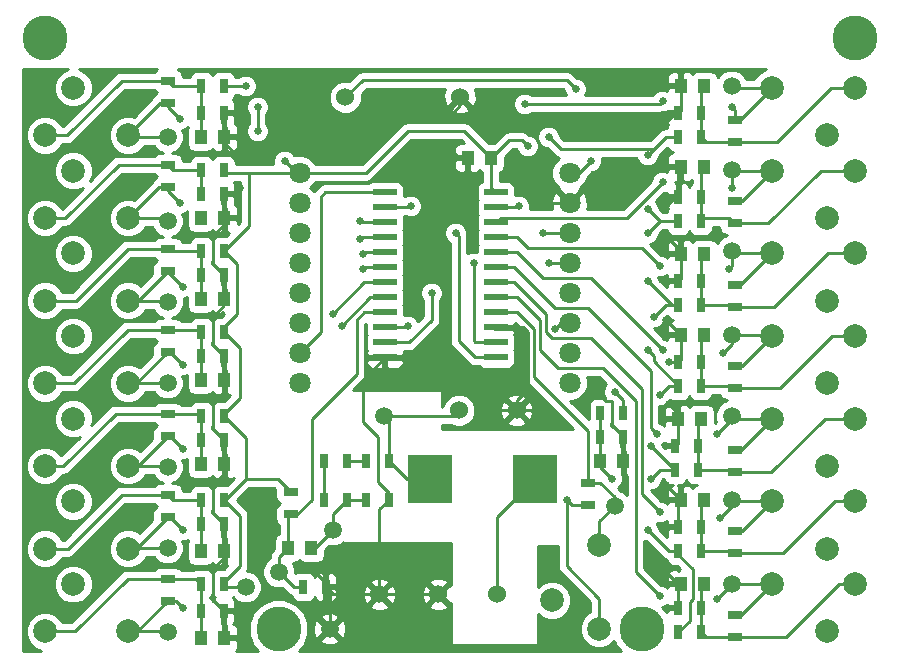
<source format=gbr>
G04 #@! TF.FileFunction,Copper,L1,Top,Signal*
%FSLAX46Y46*%
G04 Gerber Fmt 4.6, Leading zero omitted, Abs format (unit mm)*
G04 Created by KiCad (PCBNEW 4.0.7) date Tuesday, June 05, 2018 'PMt' 05:00:48 PM*
%MOMM*%
%LPD*%
G01*
G04 APERTURE LIST*
%ADD10C,0.100000*%
%ADD11R,1.000000X1.250000*%
%ADD12R,3.810000X4.060000*%
%ADD13C,1.500000*%
%ADD14C,1.524000*%
%ADD15C,2.000000*%
%ADD16R,0.700000X1.300000*%
%ADD17R,1.300000X0.700000*%
%ADD18R,2.000000X0.600000*%
%ADD19C,1.800000*%
%ADD20C,3.800000*%
%ADD21C,0.660000*%
%ADD22C,0.250000*%
%ADD23C,0.254000*%
G04 APERTURE END LIST*
D10*
D11*
X57642000Y-89916000D03*
X55642000Y-89916000D03*
X40402000Y-122936000D03*
X42402000Y-122936000D03*
X33036000Y-130556000D03*
X35036000Y-130556000D03*
X33036000Y-123190000D03*
X35036000Y-123190000D03*
X33036000Y-115824000D03*
X35036000Y-115824000D03*
X33036000Y-108712000D03*
X35036000Y-108712000D03*
X33036000Y-101854000D03*
X35036000Y-101854000D03*
X33036000Y-94996000D03*
X35036000Y-94996000D03*
X33036000Y-88138000D03*
X35036000Y-88138000D03*
X75676000Y-83820000D03*
X73676000Y-83820000D03*
X75676000Y-90678000D03*
X73676000Y-90678000D03*
X75676000Y-98044000D03*
X73676000Y-98044000D03*
X75676000Y-104902000D03*
X73676000Y-104902000D03*
X75422000Y-112014000D03*
X73422000Y-112014000D03*
X75676000Y-118872000D03*
X73676000Y-118872000D03*
X75676000Y-125984000D03*
X73676000Y-125984000D03*
X66818000Y-115570000D03*
X68818000Y-115570000D03*
D12*
X52451000Y-117092000D03*
X61341000Y-117092000D03*
D13*
X43942000Y-129794000D03*
D14*
X48150000Y-126850000D03*
X53150000Y-126850000D03*
X58150000Y-126850000D03*
D15*
X22244000Y-126000000D03*
X19844000Y-130000000D03*
X26894000Y-130000000D03*
X22244000Y-119000000D03*
X19844000Y-123000000D03*
X26894000Y-123000000D03*
X22244000Y-112000000D03*
X19844000Y-116000000D03*
X26894000Y-116000000D03*
X22244000Y-105000000D03*
X19844000Y-109000000D03*
X26894000Y-109000000D03*
X22244000Y-98000000D03*
X19844000Y-102000000D03*
X26894000Y-102000000D03*
X22244000Y-91000000D03*
X19844000Y-95000000D03*
X26894000Y-95000000D03*
X22244000Y-84000000D03*
X19844000Y-88000000D03*
X26894000Y-88000000D03*
X86026000Y-88000000D03*
X88426000Y-84000000D03*
X81376000Y-84000000D03*
X86026000Y-95000000D03*
X88426000Y-91000000D03*
X81376000Y-91000000D03*
X86026000Y-102000000D03*
X88426000Y-98000000D03*
X81376000Y-98000000D03*
X86026000Y-109000000D03*
X88426000Y-105000000D03*
X81376000Y-105000000D03*
X86026000Y-116000000D03*
X88426000Y-112000000D03*
X81376000Y-112000000D03*
X86026000Y-123000000D03*
X88426000Y-119000000D03*
X81376000Y-119000000D03*
X86026000Y-130000000D03*
X88426000Y-126000000D03*
X81376000Y-126000000D03*
X62770000Y-127376000D03*
X66770000Y-129776000D03*
X66770000Y-122726000D03*
D16*
X47056000Y-115570000D03*
X48956000Y-115570000D03*
X43500000Y-115570000D03*
X45400000Y-115570000D03*
X45400000Y-118872000D03*
X43500000Y-118872000D03*
X47056000Y-118872000D03*
X48956000Y-118872000D03*
D17*
X40640000Y-118176000D03*
X40640000Y-120076000D03*
D16*
X41722000Y-126238000D03*
X43622000Y-126238000D03*
D17*
X30226000Y-127442000D03*
X30226000Y-125542000D03*
X30226000Y-120330000D03*
X30226000Y-118430000D03*
X30226000Y-113472000D03*
X30226000Y-111572000D03*
D16*
X34986000Y-125984000D03*
X33086000Y-125984000D03*
X33086000Y-128270000D03*
X34986000Y-128270000D03*
X34986000Y-118872000D03*
X33086000Y-118872000D03*
X33086000Y-120904000D03*
X34986000Y-120904000D03*
X34986000Y-111760000D03*
X33086000Y-111760000D03*
X33086000Y-113792000D03*
X34986000Y-113792000D03*
D17*
X30226000Y-106360000D03*
X30226000Y-104460000D03*
X30226000Y-99502000D03*
X30226000Y-97602000D03*
X30226000Y-92390000D03*
X30226000Y-90490000D03*
D16*
X34986000Y-104648000D03*
X33086000Y-104648000D03*
X33086000Y-106680000D03*
X34986000Y-106680000D03*
X34986000Y-97790000D03*
X33086000Y-97790000D03*
X33086000Y-99822000D03*
X34986000Y-99822000D03*
X34986000Y-90932000D03*
X33086000Y-90932000D03*
X33086000Y-92964000D03*
X34986000Y-92964000D03*
D17*
X30226000Y-85278000D03*
X30226000Y-83378000D03*
X78232000Y-86680000D03*
X78232000Y-88580000D03*
X78232000Y-93538000D03*
X78232000Y-95438000D03*
D16*
X34986000Y-83820000D03*
X33086000Y-83820000D03*
X33086000Y-86106000D03*
X34986000Y-86106000D03*
X73472000Y-88138000D03*
X75372000Y-88138000D03*
X75372000Y-86106000D03*
X73472000Y-86106000D03*
X73472000Y-95250000D03*
X75372000Y-95250000D03*
X75372000Y-93218000D03*
X73472000Y-93218000D03*
D17*
X78232000Y-100650000D03*
X78232000Y-102550000D03*
X78232000Y-107508000D03*
X78232000Y-109408000D03*
X78232000Y-114620000D03*
X78232000Y-116520000D03*
D16*
X73472000Y-102362000D03*
X75372000Y-102362000D03*
X75372000Y-100330000D03*
X73472000Y-100330000D03*
X73472000Y-109220000D03*
X75372000Y-109220000D03*
X75372000Y-107188000D03*
X73472000Y-107188000D03*
X73218000Y-116332000D03*
X75118000Y-116332000D03*
X75118000Y-114300000D03*
X73218000Y-114300000D03*
D17*
X78232000Y-121478000D03*
X78232000Y-123378000D03*
X78232000Y-128590000D03*
X78232000Y-130490000D03*
X65786000Y-117414000D03*
X65786000Y-119314000D03*
D16*
X73472000Y-123190000D03*
X75372000Y-123190000D03*
X75372000Y-121158000D03*
X73472000Y-121158000D03*
X73472000Y-130048000D03*
X75372000Y-130048000D03*
X75372000Y-128016000D03*
X73472000Y-128016000D03*
X68768000Y-111506000D03*
X66868000Y-111506000D03*
X66868000Y-113538000D03*
X68768000Y-113538000D03*
D18*
X48640000Y-92837000D03*
X48640000Y-94107000D03*
X48640000Y-95377000D03*
X48640000Y-96647000D03*
X48640000Y-97917000D03*
X48640000Y-99187000D03*
X48640000Y-100457000D03*
X48640000Y-101727000D03*
X48640000Y-102997000D03*
X48640000Y-104267000D03*
X48640000Y-105537000D03*
X48640000Y-106807000D03*
X58040000Y-106807000D03*
X58040000Y-105537000D03*
X58040000Y-104267000D03*
X58040000Y-102997000D03*
X58040000Y-101727000D03*
X58040000Y-100457000D03*
X58040000Y-99187000D03*
X58040000Y-97917000D03*
X58040000Y-96647000D03*
X58040000Y-95377000D03*
X58040000Y-94107000D03*
X58040000Y-92837000D03*
D19*
X64262000Y-108966000D03*
X64262000Y-106426000D03*
X64262000Y-103886000D03*
X64262000Y-101346000D03*
X64262000Y-98806000D03*
X64262000Y-96266000D03*
X64262000Y-93726000D03*
X64262000Y-91186000D03*
X41402000Y-91186000D03*
X41402000Y-93726000D03*
X41402000Y-96266000D03*
X41402000Y-98806000D03*
X41402000Y-101346000D03*
X41402000Y-103886000D03*
X41402000Y-106426000D03*
X41402000Y-108966000D03*
D13*
X44196000Y-121412000D03*
X39624000Y-124968000D03*
X36830000Y-126238000D03*
X48514000Y-111760000D03*
X30226000Y-130048000D03*
X30226000Y-122936000D03*
X30226000Y-116078000D03*
X30226000Y-108966000D03*
X30226000Y-102108000D03*
X30226000Y-95250000D03*
X30226000Y-88138000D03*
X77978000Y-83820000D03*
X77978000Y-90932000D03*
X77978000Y-97790000D03*
X77978000Y-104902000D03*
X77978000Y-111760000D03*
X77978000Y-118872000D03*
X77978000Y-125984000D03*
X68072000Y-119380000D03*
D20*
X19812000Y-79756000D03*
X88392000Y-79756000D03*
X39624000Y-129794000D03*
X70358000Y-129794000D03*
D14*
X54892000Y-111280000D03*
X59792000Y-111280000D03*
X54992000Y-84780000D03*
X45292000Y-84780000D03*
D21*
X53848000Y-86614000D03*
X53594000Y-88646000D03*
X42418000Y-124714000D03*
X36068000Y-128524000D03*
X55626000Y-91440000D03*
X58674000Y-91440000D03*
X36322000Y-92456000D03*
X36322000Y-89916000D03*
X55626000Y-94996000D03*
X66548000Y-109728000D03*
X61722000Y-112014000D03*
X72390000Y-124968000D03*
X72390000Y-121412000D03*
X72390000Y-117602000D03*
X72390000Y-114300000D03*
X72644000Y-110744000D03*
X72644000Y-107188000D03*
X72390000Y-103632000D03*
X72390000Y-100330000D03*
X72390000Y-96520000D03*
X72390000Y-93980000D03*
X71882000Y-90170000D03*
X71882000Y-87376000D03*
X66040000Y-90170000D03*
X64770000Y-84074000D03*
X56134000Y-98806000D03*
X62484000Y-98806000D03*
X52578000Y-101346000D03*
X62992000Y-104394000D03*
X50546000Y-104140000D03*
X44958000Y-104140000D03*
X31496000Y-128016000D03*
X44196000Y-103124000D03*
X31496000Y-121412000D03*
X46736000Y-99314000D03*
X31496000Y-114554000D03*
X46736000Y-98044000D03*
X31496000Y-107442000D03*
X46482000Y-96774000D03*
X31496000Y-100838000D03*
X46482000Y-95250000D03*
X31242000Y-93726000D03*
X50800000Y-93980000D03*
X31242000Y-86614000D03*
X77978000Y-85598000D03*
X72136000Y-85090000D03*
X60452000Y-85344000D03*
X59944000Y-93980000D03*
X77978000Y-92456000D03*
X72136000Y-91948000D03*
X71882000Y-99060000D03*
X77724000Y-99314000D03*
X72136000Y-106172000D03*
X77216000Y-106426000D03*
X71628000Y-113284000D03*
X76708000Y-113284000D03*
X71882000Y-119888000D03*
X76962000Y-120396000D03*
X71882000Y-127000000D03*
X76708000Y-127254000D03*
X54610000Y-96266000D03*
X61976000Y-96266000D03*
X40132000Y-90170000D03*
X37846000Y-87630000D03*
X37846000Y-85598000D03*
X36830000Y-83820000D03*
X62484000Y-88138000D03*
X60706000Y-88900000D03*
X68072000Y-109728000D03*
X70866000Y-121412000D03*
X71120000Y-117094000D03*
X71120000Y-114300000D03*
X71882000Y-109982000D03*
X70866000Y-106172000D03*
X71374000Y-103378000D03*
X70866000Y-100330000D03*
X70866000Y-96266000D03*
X70866000Y-94234000D03*
X70866000Y-89662000D03*
X67818000Y-117094000D03*
X64008000Y-118872000D03*
D22*
X54992000Y-84780000D02*
X54992000Y-85470000D01*
X54992000Y-85470000D02*
X53848000Y-86614000D01*
X53594000Y-88646000D02*
X54864000Y-89916000D01*
X54864000Y-89916000D02*
X55642000Y-89916000D01*
X34986000Y-128270000D02*
X35814000Y-128270000D01*
X42418000Y-124714000D02*
X43622000Y-125918000D01*
X35814000Y-128270000D02*
X36068000Y-128524000D01*
X43622000Y-125918000D02*
X43622000Y-126238000D01*
X48150000Y-126850000D02*
X44234000Y-126850000D01*
X44234000Y-126850000D02*
X43622000Y-126238000D01*
X43942000Y-129794000D02*
X43942000Y-126558000D01*
X43942000Y-126558000D02*
X43622000Y-126238000D01*
X64262000Y-93726000D02*
X61722000Y-93726000D01*
X55642000Y-91424000D02*
X55642000Y-89916000D01*
X55626000Y-91440000D02*
X55642000Y-91424000D01*
X59436000Y-91440000D02*
X58674000Y-91440000D01*
X61722000Y-93726000D02*
X59436000Y-91440000D01*
X48956000Y-118872000D02*
X48956000Y-118298000D01*
X48956000Y-118298000D02*
X48006000Y-117348000D01*
X46736000Y-108711000D02*
X48640000Y-106807000D01*
X46736000Y-112268000D02*
X46736000Y-108711000D01*
X48006000Y-113538000D02*
X46736000Y-112268000D01*
X48006000Y-117348000D02*
X48006000Y-113538000D01*
X35036000Y-123190000D02*
X35036000Y-123714000D01*
X35036000Y-123714000D02*
X34036000Y-124714000D01*
X34036000Y-127320000D02*
X34986000Y-128270000D01*
X34036000Y-124714000D02*
X34036000Y-127320000D01*
X35036000Y-115824000D02*
X35036000Y-116602000D01*
X34036000Y-119954000D02*
X34986000Y-120904000D01*
X34036000Y-117602000D02*
X34036000Y-119954000D01*
X35036000Y-116602000D02*
X34036000Y-117602000D01*
X35036000Y-108712000D02*
X35036000Y-109744000D01*
X34036000Y-112842000D02*
X34986000Y-113792000D01*
X34036000Y-110744000D02*
X34036000Y-112842000D01*
X35036000Y-109744000D02*
X34036000Y-110744000D01*
X35036000Y-101854000D02*
X35036000Y-102378000D01*
X35036000Y-102378000D02*
X34036000Y-103378000D01*
X34036000Y-105730000D02*
X34986000Y-106680000D01*
X34036000Y-103378000D02*
X34036000Y-105730000D01*
X35036000Y-94996000D02*
X35036000Y-95520000D01*
X35036000Y-95520000D02*
X34036000Y-96520000D01*
X34036000Y-98872000D02*
X34986000Y-99822000D01*
X34036000Y-96520000D02*
X34036000Y-98872000D01*
X35036000Y-88138000D02*
X35036000Y-88630000D01*
X35036000Y-88630000D02*
X36322000Y-89916000D01*
X35814000Y-92964000D02*
X34986000Y-92964000D01*
X36322000Y-92456000D02*
X35814000Y-92964000D01*
X59792000Y-111280000D02*
X58448000Y-111280000D01*
X53975000Y-106807000D02*
X48640000Y-106807000D01*
X58448000Y-111280000D02*
X53975000Y-106807000D01*
X34986000Y-86106000D02*
X34986000Y-88088000D01*
X34986000Y-88088000D02*
X35036000Y-88138000D01*
X35036000Y-94996000D02*
X35036000Y-93014000D01*
X35036000Y-93014000D02*
X34986000Y-92964000D01*
X35036000Y-101854000D02*
X35036000Y-99872000D01*
X35036000Y-99872000D02*
X34986000Y-99822000D01*
X34986000Y-106680000D02*
X34986000Y-108662000D01*
X34986000Y-108662000D02*
X35036000Y-108712000D01*
X34986000Y-113792000D02*
X34986000Y-115774000D01*
X34986000Y-115774000D02*
X35036000Y-115824000D01*
X35036000Y-123190000D02*
X35036000Y-120954000D01*
X35036000Y-120954000D02*
X34986000Y-120904000D01*
X35036000Y-130556000D02*
X35036000Y-128320000D01*
X35036000Y-128320000D02*
X34986000Y-128270000D01*
X55642000Y-94980000D02*
X55642000Y-89916000D01*
X55626000Y-94996000D02*
X55642000Y-94980000D01*
X67818000Y-112522000D02*
X68768000Y-113472000D01*
X67818000Y-110490000D02*
X67818000Y-112522000D01*
X67310000Y-110490000D02*
X67818000Y-110490000D01*
X66548000Y-109728000D02*
X67310000Y-110490000D01*
X68768000Y-113472000D02*
X68768000Y-113538000D01*
X60988000Y-111280000D02*
X59792000Y-111280000D01*
X61722000Y-112014000D02*
X60988000Y-111280000D01*
X73472000Y-121158000D02*
X72644000Y-121158000D01*
X72390000Y-124968000D02*
X73406000Y-125984000D01*
X72644000Y-121158000D02*
X72390000Y-121412000D01*
X73406000Y-125984000D02*
X73676000Y-125984000D01*
X73218000Y-114300000D02*
X72390000Y-114300000D01*
X72390000Y-117602000D02*
X73660000Y-118872000D01*
X73660000Y-118872000D02*
X73676000Y-118872000D01*
X73472000Y-107188000D02*
X72644000Y-107188000D01*
X72644000Y-110744000D02*
X73422000Y-111522000D01*
X73422000Y-111522000D02*
X73422000Y-112014000D01*
X73472000Y-100330000D02*
X72390000Y-100330000D01*
X72390000Y-103632000D02*
X73660000Y-104902000D01*
X73660000Y-104902000D02*
X73676000Y-104902000D01*
X73472000Y-93218000D02*
X73152000Y-93218000D01*
X73152000Y-93218000D02*
X72390000Y-93980000D01*
X72390000Y-96520000D02*
X73676000Y-97806000D01*
X73676000Y-97806000D02*
X73676000Y-98044000D01*
X73472000Y-86106000D02*
X73152000Y-86106000D01*
X73152000Y-86106000D02*
X71882000Y-87376000D01*
X72390000Y-90678000D02*
X73676000Y-90678000D01*
X71882000Y-90170000D02*
X72390000Y-90678000D01*
X73472000Y-93218000D02*
X73472000Y-90882000D01*
X73472000Y-90882000D02*
X73676000Y-90678000D01*
X48150000Y-126850000D02*
X48150000Y-119678000D01*
X48150000Y-119678000D02*
X48956000Y-118872000D01*
X43726000Y-130010000D02*
X43434000Y-130302000D01*
X48150000Y-126850000D02*
X53150000Y-126850000D01*
X59792000Y-111280000D02*
X59792000Y-110388000D01*
X59792000Y-110388000D02*
X60706000Y-109474000D01*
X60706000Y-109474000D02*
X60706000Y-104648000D01*
X60706000Y-104648000D02*
X60325000Y-104267000D01*
X60325000Y-104267000D02*
X58040000Y-104267000D01*
X68768000Y-113538000D02*
X68768000Y-115520000D01*
X68768000Y-115520000D02*
X68818000Y-115570000D01*
X73472000Y-121158000D02*
X73472000Y-119076000D01*
X73472000Y-119076000D02*
X73676000Y-118872000D01*
X73472000Y-128016000D02*
X73472000Y-126188000D01*
X73472000Y-126188000D02*
X73676000Y-125984000D01*
X73422000Y-112014000D02*
X73422000Y-114096000D01*
X73422000Y-114096000D02*
X73218000Y-114300000D01*
X73676000Y-104902000D02*
X73676000Y-106984000D01*
X73676000Y-106984000D02*
X73472000Y-107188000D01*
X73676000Y-98044000D02*
X73676000Y-100126000D01*
X73676000Y-100126000D02*
X73472000Y-100330000D01*
X73676000Y-83820000D02*
X73676000Y-85902000D01*
X73676000Y-85902000D02*
X73472000Y-86106000D01*
X39624000Y-124968000D02*
X39624000Y-123714000D01*
X39624000Y-123714000D02*
X40402000Y-122936000D01*
X41722000Y-126238000D02*
X40894000Y-126238000D01*
X40894000Y-126238000D02*
X39624000Y-124968000D01*
X40640000Y-120076000D02*
X41214000Y-120076000D01*
X41214000Y-120076000D02*
X42418000Y-118872000D01*
X46863000Y-102997000D02*
X48640000Y-102997000D01*
X46228000Y-103632000D02*
X46863000Y-102997000D01*
X46228000Y-108204000D02*
X46228000Y-103632000D01*
X42418000Y-112014000D02*
X46228000Y-108204000D01*
X42418000Y-118872000D02*
X42418000Y-112014000D01*
X40402000Y-122936000D02*
X40402000Y-120314000D01*
X40402000Y-120314000D02*
X40640000Y-120076000D01*
X45400000Y-118872000D02*
X47056000Y-118872000D01*
X44196000Y-121412000D02*
X44196000Y-120076000D01*
X44196000Y-120076000D02*
X45400000Y-118872000D01*
X42402000Y-122936000D02*
X42672000Y-122936000D01*
X42672000Y-122936000D02*
X44196000Y-121412000D01*
X48514000Y-111760000D02*
X54412000Y-111760000D01*
X54412000Y-111760000D02*
X54892000Y-111280000D01*
X48956000Y-115570000D02*
X48956000Y-112202000D01*
X48956000Y-112202000D02*
X48514000Y-111760000D01*
X52451000Y-117092000D02*
X50478000Y-117092000D01*
X50478000Y-117092000D02*
X48956000Y-115570000D01*
X58150000Y-126850000D02*
X58150000Y-120283000D01*
X58150000Y-120283000D02*
X61341000Y-117092000D01*
X48640000Y-92837000D02*
X43561000Y-92837000D01*
X43180000Y-104648000D02*
X41402000Y-106426000D01*
X43180000Y-93218000D02*
X43180000Y-104648000D01*
X43561000Y-92837000D02*
X43180000Y-93218000D01*
X64262000Y-91186000D02*
X65024000Y-91186000D01*
X65024000Y-91186000D02*
X66040000Y-90170000D01*
X64770000Y-84074000D02*
X64008000Y-83312000D01*
X64008000Y-83312000D02*
X46760000Y-83312000D01*
X46760000Y-83312000D02*
X45292000Y-84780000D01*
X64262000Y-98806000D02*
X62484000Y-98806000D01*
X56261000Y-105537000D02*
X58040000Y-105537000D01*
X56134000Y-105410000D02*
X56261000Y-105537000D01*
X56134000Y-98806000D02*
X56134000Y-105410000D01*
X48640000Y-105537000D02*
X50673000Y-105537000D01*
X52578000Y-103632000D02*
X52578000Y-101346000D01*
X50673000Y-105537000D02*
X52578000Y-103632000D01*
X64262000Y-103886000D02*
X63500000Y-103886000D01*
X63500000Y-103886000D02*
X62992000Y-104394000D01*
X50546000Y-104140000D02*
X50419000Y-104267000D01*
X50419000Y-104267000D02*
X48640000Y-104267000D01*
X30226000Y-127442000D02*
X30922000Y-127442000D01*
X47371000Y-101727000D02*
X48640000Y-101727000D01*
X44958000Y-104140000D02*
X47371000Y-101727000D01*
X30922000Y-127442000D02*
X31496000Y-128016000D01*
X26894000Y-130000000D02*
X27668000Y-130000000D01*
X27668000Y-130000000D02*
X30226000Y-127442000D01*
X26894000Y-130000000D02*
X30178000Y-130000000D01*
X30178000Y-130000000D02*
X30226000Y-130048000D01*
X30226000Y-120330000D02*
X30414000Y-120330000D01*
X30414000Y-120330000D02*
X31496000Y-121412000D01*
X46863000Y-100457000D02*
X48640000Y-100457000D01*
X44196000Y-103124000D02*
X46863000Y-100457000D01*
X26894000Y-123000000D02*
X27556000Y-123000000D01*
X27556000Y-123000000D02*
X30226000Y-120330000D01*
X30226000Y-122936000D02*
X26958000Y-122936000D01*
X26958000Y-122936000D02*
X26894000Y-123000000D01*
X30226000Y-113472000D02*
X30414000Y-113472000D01*
X30414000Y-113472000D02*
X31496000Y-114554000D01*
X46863000Y-99187000D02*
X48640000Y-99187000D01*
X46736000Y-99314000D02*
X46863000Y-99187000D01*
X26894000Y-116000000D02*
X27698000Y-116000000D01*
X27698000Y-116000000D02*
X30226000Y-113472000D01*
X26894000Y-116000000D02*
X30148000Y-116000000D01*
X30148000Y-116000000D02*
X30226000Y-116078000D01*
X30226000Y-106360000D02*
X30414000Y-106360000D01*
X30414000Y-106360000D02*
X31496000Y-107442000D01*
X46863000Y-97917000D02*
X48640000Y-97917000D01*
X46736000Y-98044000D02*
X46863000Y-97917000D01*
X26894000Y-109000000D02*
X27586000Y-109000000D01*
X27586000Y-109000000D02*
X30226000Y-106360000D01*
X26894000Y-109000000D02*
X30192000Y-109000000D01*
X30192000Y-109000000D02*
X30226000Y-108966000D01*
X30226000Y-99502000D02*
X30226000Y-99568000D01*
X30226000Y-99568000D02*
X31496000Y-100838000D01*
X46609000Y-96647000D02*
X48640000Y-96647000D01*
X46482000Y-96774000D02*
X46609000Y-96647000D01*
X26894000Y-102000000D02*
X27728000Y-102000000D01*
X27728000Y-102000000D02*
X30226000Y-99502000D01*
X26894000Y-102000000D02*
X30118000Y-102000000D01*
X30118000Y-102000000D02*
X30226000Y-102108000D01*
X30226000Y-92390000D02*
X30226000Y-92710000D01*
X30226000Y-92710000D02*
X31242000Y-93726000D01*
X46609000Y-95377000D02*
X48640000Y-95377000D01*
X46482000Y-95250000D02*
X46609000Y-95377000D01*
X26894000Y-95000000D02*
X29976000Y-95000000D01*
X29976000Y-95000000D02*
X30226000Y-95250000D01*
X30226000Y-92390000D02*
X29504000Y-92390000D01*
X29504000Y-92390000D02*
X26894000Y-95000000D01*
X30226000Y-85278000D02*
X30226000Y-85598000D01*
X30226000Y-85598000D02*
X31242000Y-86614000D01*
X50673000Y-94107000D02*
X48640000Y-94107000D01*
X50800000Y-93980000D02*
X50673000Y-94107000D01*
X30226000Y-88138000D02*
X27032000Y-88138000D01*
X27032000Y-88138000D02*
X26894000Y-88000000D01*
X30226000Y-85278000D02*
X29616000Y-85278000D01*
X29616000Y-85278000D02*
X26894000Y-88000000D01*
X60452000Y-85344000D02*
X71882000Y-85344000D01*
X78232000Y-85852000D02*
X77978000Y-85598000D01*
X72136000Y-85090000D02*
X71882000Y-85344000D01*
X59944000Y-93980000D02*
X59817000Y-94107000D01*
X58040000Y-94107000D02*
X59817000Y-94107000D01*
X78232000Y-85852000D02*
X78232000Y-86680000D01*
X78232000Y-86680000D02*
X78696000Y-86680000D01*
X78696000Y-86680000D02*
X81376000Y-84000000D01*
X81376000Y-84000000D02*
X78158000Y-84000000D01*
X78158000Y-84000000D02*
X77978000Y-83820000D01*
X69088000Y-94996000D02*
X58421000Y-94996000D01*
X72136000Y-91948000D02*
X69088000Y-94996000D01*
X58040000Y-95377000D02*
X58421000Y-94996000D01*
X77978000Y-92456000D02*
X77978000Y-90932000D01*
X81376000Y-91000000D02*
X78046000Y-91000000D01*
X78046000Y-91000000D02*
X77978000Y-90932000D01*
X78232000Y-93538000D02*
X78838000Y-93538000D01*
X78838000Y-93538000D02*
X81376000Y-91000000D01*
X77978000Y-97790000D02*
X77978000Y-99060000D01*
X59817000Y-96647000D02*
X58040000Y-96647000D01*
X60706000Y-97536000D02*
X59817000Y-96647000D01*
X70358000Y-97536000D02*
X60706000Y-97536000D01*
X71882000Y-99060000D02*
X70358000Y-97536000D01*
X77978000Y-99060000D02*
X77724000Y-99314000D01*
X81376000Y-98000000D02*
X78188000Y-98000000D01*
X78188000Y-98000000D02*
X77978000Y-97790000D01*
X78232000Y-100650000D02*
X78726000Y-100650000D01*
X78726000Y-100650000D02*
X81376000Y-98000000D01*
X77978000Y-104902000D02*
X77978000Y-105664000D01*
X59817000Y-97917000D02*
X58040000Y-97917000D01*
X61976000Y-100076000D02*
X59817000Y-97917000D01*
X66040000Y-100076000D02*
X61976000Y-100076000D01*
X72136000Y-106172000D02*
X66040000Y-100076000D01*
X77978000Y-105664000D02*
X77216000Y-106426000D01*
X77978000Y-104902000D02*
X81278000Y-104902000D01*
X81278000Y-104902000D02*
X81376000Y-105000000D01*
X78232000Y-107508000D02*
X78868000Y-107508000D01*
X78868000Y-107508000D02*
X81376000Y-105000000D01*
X77978000Y-111760000D02*
X77978000Y-112014000D01*
X77978000Y-112014000D02*
X76708000Y-113284000D01*
X59563000Y-99187000D02*
X58040000Y-99187000D01*
X62992000Y-102616000D02*
X59563000Y-99187000D01*
X65786000Y-102616000D02*
X62992000Y-102616000D01*
X71120000Y-107950000D02*
X65786000Y-102616000D01*
X71120000Y-112776000D02*
X71120000Y-107950000D01*
X71628000Y-113284000D02*
X71120000Y-112776000D01*
X81376000Y-112000000D02*
X78218000Y-112000000D01*
X78218000Y-112000000D02*
X77978000Y-111760000D01*
X78232000Y-114620000D02*
X78756000Y-114620000D01*
X78756000Y-114620000D02*
X81376000Y-112000000D01*
X77978000Y-118872000D02*
X77978000Y-119380000D01*
X77978000Y-119380000D02*
X76962000Y-120396000D01*
X59563000Y-100457000D02*
X58040000Y-100457000D01*
X62230000Y-103124000D02*
X59563000Y-100457000D01*
X62230000Y-104648000D02*
X62230000Y-103124000D01*
X62738000Y-105156000D02*
X62230000Y-104648000D01*
X66040000Y-105156000D02*
X62738000Y-105156000D01*
X70358000Y-109474000D02*
X66040000Y-105156000D01*
X70358000Y-118364000D02*
X70358000Y-109474000D01*
X71882000Y-119888000D02*
X70358000Y-118364000D01*
X81376000Y-119000000D02*
X78106000Y-119000000D01*
X78106000Y-119000000D02*
X77978000Y-118872000D01*
X78232000Y-121478000D02*
X78898000Y-121478000D01*
X78898000Y-121478000D02*
X81376000Y-119000000D01*
X77978000Y-125984000D02*
X76708000Y-127254000D01*
X59817000Y-101727000D02*
X58040000Y-101727000D01*
X61722000Y-103632000D02*
X59817000Y-101727000D01*
X61722000Y-106172000D02*
X61722000Y-103632000D01*
X63246000Y-107696000D02*
X61722000Y-106172000D01*
X67056000Y-107696000D02*
X63246000Y-107696000D01*
X69850000Y-110490000D02*
X67056000Y-107696000D01*
X69850000Y-124968000D02*
X69850000Y-110490000D01*
X71882000Y-127000000D02*
X69850000Y-124968000D01*
X81376000Y-126000000D02*
X77994000Y-126000000D01*
X77994000Y-126000000D02*
X77978000Y-125984000D01*
X78232000Y-128590000D02*
X78786000Y-128590000D01*
X78786000Y-128590000D02*
X81376000Y-126000000D01*
X66770000Y-122726000D02*
X66770000Y-120682000D01*
X66770000Y-120682000D02*
X68072000Y-119380000D01*
X65786000Y-117414000D02*
X65786000Y-113030000D01*
X59817000Y-102997000D02*
X58040000Y-102997000D01*
X61214000Y-104394000D02*
X59817000Y-102997000D01*
X61214000Y-108458000D02*
X61214000Y-104394000D01*
X65786000Y-113030000D02*
X61214000Y-108458000D01*
X68072000Y-119380000D02*
X68072000Y-118618000D01*
X66868000Y-117414000D02*
X65786000Y-117414000D01*
X68072000Y-118618000D02*
X66868000Y-117414000D01*
X64262000Y-96266000D02*
X61976000Y-96266000D01*
X56261000Y-106807000D02*
X58040000Y-106807000D01*
X54864000Y-105410000D02*
X56261000Y-106807000D01*
X54864000Y-96520000D02*
X54864000Y-105410000D01*
X54610000Y-96266000D02*
X54864000Y-96520000D01*
X73472000Y-123190000D02*
X73472000Y-123510000D01*
X73472000Y-123510000D02*
X74676000Y-124714000D01*
X74422000Y-129098000D02*
X73472000Y-130048000D01*
X74422000Y-127508000D02*
X74422000Y-129098000D01*
X74676000Y-127254000D02*
X74422000Y-127508000D01*
X74676000Y-124714000D02*
X74676000Y-127254000D01*
X36830000Y-126238000D02*
X35240000Y-126238000D01*
X35240000Y-126238000D02*
X34986000Y-125984000D01*
X41402000Y-91186000D02*
X46990000Y-91186000D01*
X55356000Y-87630000D02*
X57642000Y-89916000D01*
X50546000Y-87630000D02*
X55356000Y-87630000D01*
X46990000Y-91186000D02*
X50546000Y-87630000D01*
X36830000Y-117094000D02*
X39558000Y-117094000D01*
X39558000Y-117094000D02*
X40640000Y-118176000D01*
X34986000Y-104648000D02*
X34986000Y-104206000D01*
X34986000Y-104206000D02*
X36068000Y-103124000D01*
X36068000Y-98872000D02*
X34986000Y-97790000D01*
X36068000Y-103124000D02*
X36068000Y-98872000D01*
X34986000Y-111760000D02*
X34986000Y-111572000D01*
X34986000Y-111572000D02*
X36322000Y-110236000D01*
X36322000Y-105984000D02*
X34986000Y-104648000D01*
X36322000Y-110236000D02*
X36322000Y-105984000D01*
X34986000Y-118872000D02*
X35052000Y-118872000D01*
X35052000Y-118872000D02*
X36830000Y-117094000D01*
X36830000Y-113604000D02*
X34986000Y-111760000D01*
X36830000Y-117094000D02*
X36830000Y-113604000D01*
X34986000Y-125984000D02*
X34986000Y-125796000D01*
X34986000Y-125796000D02*
X36322000Y-124460000D01*
X36322000Y-124460000D02*
X36322000Y-120208000D01*
X36322000Y-120208000D02*
X34986000Y-118872000D01*
X37084000Y-91186000D02*
X37084000Y-95692000D01*
X37084000Y-95692000D02*
X34986000Y-97790000D01*
X41402000Y-91186000D02*
X37084000Y-91186000D01*
X37084000Y-91186000D02*
X35240000Y-91186000D01*
X35240000Y-91186000D02*
X34986000Y-90932000D01*
X34986000Y-83820000D02*
X36830000Y-83820000D01*
X40132000Y-90170000D02*
X41148000Y-91186000D01*
X37846000Y-85598000D02*
X37846000Y-87630000D01*
X41148000Y-91186000D02*
X41402000Y-91186000D01*
X71374000Y-89154000D02*
X63500000Y-89154000D01*
X63500000Y-89154000D02*
X62484000Y-88138000D01*
X60706000Y-88900000D02*
X60198000Y-88392000D01*
X60198000Y-88392000D02*
X59166000Y-88392000D01*
X59166000Y-88392000D02*
X57642000Y-89916000D01*
X68768000Y-110424000D02*
X68768000Y-111506000D01*
X68072000Y-109728000D02*
X68768000Y-110424000D01*
X73472000Y-123190000D02*
X72644000Y-123190000D01*
X73218000Y-116332000D02*
X71882000Y-116332000D01*
X70866000Y-121412000D02*
X72644000Y-123190000D01*
X71882000Y-116332000D02*
X71120000Y-117094000D01*
X73472000Y-109220000D02*
X72644000Y-109220000D01*
X71120000Y-114300000D02*
X73152000Y-116332000D01*
X72644000Y-109220000D02*
X71882000Y-109982000D01*
X73152000Y-116332000D02*
X73218000Y-116332000D01*
X73472000Y-102362000D02*
X72390000Y-102362000D01*
X71374000Y-107122000D02*
X73472000Y-109220000D01*
X71374000Y-106680000D02*
X71374000Y-107122000D01*
X70866000Y-106172000D02*
X71374000Y-106680000D01*
X72390000Y-102362000D02*
X71374000Y-103378000D01*
X73472000Y-95250000D02*
X71882000Y-95250000D01*
X71882000Y-95250000D02*
X70866000Y-96266000D01*
X72898000Y-102362000D02*
X73472000Y-102362000D01*
X70866000Y-100330000D02*
X72898000Y-102362000D01*
X73472000Y-88138000D02*
X72390000Y-88138000D01*
X70866000Y-94234000D02*
X71882000Y-95250000D01*
X72390000Y-88138000D02*
X71374000Y-89154000D01*
X71374000Y-89154000D02*
X70866000Y-89662000D01*
X57642000Y-89916000D02*
X57642000Y-92439000D01*
X57642000Y-92439000D02*
X58040000Y-92837000D01*
X33086000Y-128270000D02*
X33086000Y-130506000D01*
X33086000Y-130506000D02*
X33036000Y-130556000D01*
X33086000Y-125984000D02*
X33086000Y-128270000D01*
X30226000Y-125542000D02*
X32644000Y-125542000D01*
X32644000Y-125542000D02*
X33086000Y-125984000D01*
X19844000Y-130000000D02*
X22400000Y-130000000D01*
X26858000Y-125542000D02*
X30226000Y-125542000D01*
X22400000Y-130000000D02*
X26858000Y-125542000D01*
X19844000Y-123000000D02*
X21780000Y-123000000D01*
X26350000Y-118430000D02*
X30226000Y-118430000D01*
X21780000Y-123000000D02*
X26350000Y-118430000D01*
X33086000Y-118872000D02*
X30668000Y-118872000D01*
X30668000Y-118872000D02*
X30226000Y-118430000D01*
X33086000Y-120904000D02*
X33086000Y-118872000D01*
X33036000Y-123190000D02*
X33036000Y-120954000D01*
X33036000Y-120954000D02*
X33086000Y-120904000D01*
X33086000Y-113792000D02*
X33086000Y-115774000D01*
X33086000Y-115774000D02*
X33036000Y-115824000D01*
X33086000Y-111760000D02*
X33086000Y-113792000D01*
X30226000Y-111572000D02*
X32898000Y-111572000D01*
X32898000Y-111572000D02*
X33086000Y-111760000D01*
X19844000Y-116000000D02*
X21414000Y-116000000D01*
X25842000Y-111572000D02*
X30226000Y-111572000D01*
X21414000Y-116000000D02*
X25842000Y-111572000D01*
X33086000Y-106680000D02*
X33086000Y-108662000D01*
X33086000Y-108662000D02*
X33036000Y-108712000D01*
X33086000Y-104648000D02*
X33086000Y-106680000D01*
X30226000Y-104460000D02*
X32898000Y-104460000D01*
X32898000Y-104460000D02*
X33086000Y-104648000D01*
X19844000Y-109000000D02*
X22318000Y-109000000D01*
X26858000Y-104460000D02*
X30226000Y-104460000D01*
X22318000Y-109000000D02*
X26858000Y-104460000D01*
X19844000Y-102000000D02*
X22460000Y-102000000D01*
X26858000Y-97602000D02*
X30226000Y-97602000D01*
X22460000Y-102000000D02*
X26858000Y-97602000D01*
X33086000Y-97790000D02*
X30414000Y-97790000D01*
X30414000Y-97790000D02*
X30226000Y-97602000D01*
X33086000Y-99822000D02*
X33086000Y-97790000D01*
X33036000Y-101854000D02*
X33036000Y-99872000D01*
X33036000Y-99872000D02*
X33086000Y-99822000D01*
X33086000Y-90932000D02*
X30668000Y-90932000D01*
X30668000Y-90932000D02*
X30226000Y-90490000D01*
X33086000Y-90932000D02*
X33086000Y-92964000D01*
X19844000Y-95000000D02*
X21586000Y-95000000D01*
X21586000Y-95000000D02*
X26096000Y-90490000D01*
X26096000Y-90490000D02*
X30226000Y-90490000D01*
X33086000Y-86106000D02*
X33086000Y-88088000D01*
X33086000Y-88088000D02*
X33036000Y-88138000D01*
X33086000Y-83820000D02*
X33086000Y-86106000D01*
X33086000Y-83820000D02*
X30668000Y-83820000D01*
X30668000Y-83820000D02*
X30226000Y-83378000D01*
X19844000Y-88000000D02*
X21728000Y-88000000D01*
X26350000Y-83378000D02*
X30226000Y-83378000D01*
X21728000Y-88000000D02*
X26350000Y-83378000D01*
X75372000Y-86106000D02*
X75372000Y-84124000D01*
X75372000Y-84124000D02*
X75676000Y-83820000D01*
X75372000Y-88138000D02*
X75372000Y-86106000D01*
X78232000Y-88580000D02*
X75814000Y-88580000D01*
X75814000Y-88580000D02*
X75372000Y-88138000D01*
X88426000Y-84000000D02*
X86434000Y-84000000D01*
X81854000Y-88580000D02*
X78232000Y-88580000D01*
X86434000Y-84000000D02*
X81854000Y-88580000D01*
X75372000Y-92964000D02*
X75372000Y-90982000D01*
X75372000Y-90982000D02*
X75676000Y-90678000D01*
X75372000Y-94996000D02*
X75372000Y-92964000D01*
X75372000Y-94996000D02*
X77790000Y-94996000D01*
X77790000Y-94996000D02*
X78232000Y-95438000D01*
X88426000Y-91000000D02*
X85530000Y-91000000D01*
X81092000Y-95438000D02*
X78232000Y-95438000D01*
X85530000Y-91000000D02*
X81092000Y-95438000D01*
X78232000Y-102550000D02*
X81600000Y-102550000D01*
X86150000Y-98000000D02*
X88426000Y-98000000D01*
X81600000Y-102550000D02*
X86150000Y-98000000D01*
X75372000Y-102362000D02*
X78044000Y-102362000D01*
X78044000Y-102362000D02*
X78232000Y-102550000D01*
X75372000Y-100330000D02*
X75372000Y-98348000D01*
X75372000Y-98348000D02*
X75676000Y-98044000D01*
X75372000Y-102362000D02*
X75372000Y-100330000D01*
X75372000Y-109220000D02*
X78044000Y-109220000D01*
X78044000Y-109220000D02*
X78232000Y-109408000D01*
X75372000Y-107188000D02*
X75372000Y-105206000D01*
X75372000Y-105206000D02*
X75676000Y-104902000D01*
X75372000Y-109220000D02*
X75372000Y-107188000D01*
X88426000Y-105000000D02*
X86516000Y-105000000D01*
X82108000Y-109408000D02*
X78232000Y-109408000D01*
X86516000Y-105000000D02*
X82108000Y-109408000D01*
X75118000Y-114300000D02*
X75118000Y-112318000D01*
X75118000Y-112318000D02*
X75422000Y-112014000D01*
X75118000Y-116332000D02*
X75118000Y-114300000D01*
X75118000Y-116332000D02*
X78044000Y-116332000D01*
X78044000Y-116332000D02*
X78232000Y-116520000D01*
X88426000Y-112000000D02*
X85866000Y-112000000D01*
X81346000Y-116520000D02*
X78232000Y-116520000D01*
X85866000Y-112000000D02*
X81346000Y-116520000D01*
X75372000Y-123190000D02*
X78044000Y-123190000D01*
X78044000Y-123190000D02*
X78232000Y-123378000D01*
X75372000Y-121158000D02*
X75372000Y-119176000D01*
X75372000Y-119176000D02*
X75676000Y-118872000D01*
X75372000Y-123190000D02*
X75372000Y-121158000D01*
X88426000Y-119000000D02*
X86740000Y-119000000D01*
X82362000Y-123378000D02*
X78232000Y-123378000D01*
X86740000Y-119000000D02*
X82362000Y-123378000D01*
X75372000Y-128016000D02*
X75372000Y-126288000D01*
X75372000Y-126288000D02*
X75676000Y-125984000D01*
X75372000Y-130048000D02*
X75372000Y-128016000D01*
X78232000Y-130490000D02*
X75814000Y-130490000D01*
X75814000Y-130490000D02*
X75372000Y-130048000D01*
X88426000Y-126000000D02*
X87106000Y-126000000D01*
X82616000Y-130490000D02*
X78232000Y-130490000D01*
X87106000Y-126000000D02*
X82616000Y-130490000D01*
X66770000Y-129776000D02*
X66770000Y-127222000D01*
X64008000Y-124460000D02*
X64008000Y-118872000D01*
X66770000Y-127222000D02*
X64008000Y-124460000D01*
X66868000Y-113538000D02*
X66868000Y-111506000D01*
X66818000Y-115570000D02*
X66818000Y-113588000D01*
X66818000Y-113588000D02*
X66868000Y-113538000D01*
X65786000Y-119314000D02*
X64450000Y-119314000D01*
X67818000Y-117094000D02*
X66818000Y-116094000D01*
X64450000Y-119314000D02*
X64008000Y-118872000D01*
X66818000Y-116094000D02*
X66818000Y-115570000D01*
X47056000Y-115570000D02*
X45400000Y-115570000D01*
X43500000Y-118872000D02*
X43500000Y-115570000D01*
D23*
G36*
X39342560Y-117953362D02*
X39342560Y-118526000D01*
X39386838Y-118761317D01*
X39525910Y-118977441D01*
X39738110Y-119122431D01*
X39751197Y-119125081D01*
X39538559Y-119261910D01*
X39393569Y-119474110D01*
X39342560Y-119726000D01*
X39342560Y-120426000D01*
X39386838Y-120661317D01*
X39525910Y-120877441D01*
X39642000Y-120956762D01*
X39642000Y-121723721D01*
X39450559Y-121846910D01*
X39305569Y-122059110D01*
X39254560Y-122311000D01*
X39254560Y-123008638D01*
X39086599Y-123176599D01*
X38921852Y-123423161D01*
X38864000Y-123714000D01*
X38864000Y-123783453D01*
X38840485Y-123793169D01*
X38450539Y-124182436D01*
X38239241Y-124691298D01*
X38238760Y-125242285D01*
X38449169Y-125751515D01*
X38838436Y-126141461D01*
X39347298Y-126352759D01*
X39898285Y-126353240D01*
X39923868Y-126342670D01*
X40356599Y-126775401D01*
X40603160Y-126940148D01*
X40739474Y-126967263D01*
X40768838Y-127123317D01*
X40907910Y-127339441D01*
X41120110Y-127484431D01*
X41372000Y-127535440D01*
X42072000Y-127535440D01*
X42307317Y-127491162D01*
X42523441Y-127352090D01*
X42668431Y-127139890D01*
X42675191Y-127106510D01*
X42733673Y-127247699D01*
X42912302Y-127426327D01*
X43145691Y-127523000D01*
X43336250Y-127523000D01*
X43495000Y-127364250D01*
X43495000Y-126365000D01*
X43749000Y-126365000D01*
X43749000Y-127364250D01*
X43907750Y-127523000D01*
X44098309Y-127523000D01*
X44331698Y-127426327D01*
X44510327Y-127247699D01*
X44607000Y-127014310D01*
X44607000Y-126642302D01*
X46740856Y-126642302D01*
X46768638Y-127197368D01*
X46927603Y-127581143D01*
X47169787Y-127650608D01*
X47970395Y-126850000D01*
X48329605Y-126850000D01*
X49130213Y-127650608D01*
X49372397Y-127581143D01*
X49559144Y-127057698D01*
X49538353Y-126642302D01*
X51740856Y-126642302D01*
X51768638Y-127197368D01*
X51927603Y-127581143D01*
X52169787Y-127650608D01*
X52970395Y-126850000D01*
X52169787Y-126049392D01*
X51927603Y-126118857D01*
X51740856Y-126642302D01*
X49538353Y-126642302D01*
X49531362Y-126502632D01*
X49372397Y-126118857D01*
X49130213Y-126049392D01*
X48329605Y-126850000D01*
X47970395Y-126850000D01*
X47169787Y-126049392D01*
X46927603Y-126118857D01*
X46740856Y-126642302D01*
X44607000Y-126642302D01*
X44607000Y-126523750D01*
X44448250Y-126365000D01*
X43749000Y-126365000D01*
X43495000Y-126365000D01*
X43475000Y-126365000D01*
X43475000Y-126111000D01*
X43495000Y-126111000D01*
X43495000Y-125111750D01*
X43749000Y-125111750D01*
X43749000Y-126111000D01*
X44448250Y-126111000D01*
X44607000Y-125952250D01*
X44607000Y-125869787D01*
X47349392Y-125869787D01*
X48150000Y-126670395D01*
X48950608Y-125869787D01*
X52349392Y-125869787D01*
X53150000Y-126670395D01*
X53950608Y-125869787D01*
X53881143Y-125627603D01*
X53357698Y-125440856D01*
X52802632Y-125468638D01*
X52418857Y-125627603D01*
X52349392Y-125869787D01*
X48950608Y-125869787D01*
X48881143Y-125627603D01*
X48357698Y-125440856D01*
X47802632Y-125468638D01*
X47418857Y-125627603D01*
X47349392Y-125869787D01*
X44607000Y-125869787D01*
X44607000Y-125461690D01*
X44510327Y-125228301D01*
X44331698Y-125049673D01*
X44098309Y-124953000D01*
X43907750Y-124953000D01*
X43749000Y-125111750D01*
X43495000Y-125111750D01*
X43336250Y-124953000D01*
X43145691Y-124953000D01*
X42912302Y-125049673D01*
X42733673Y-125228301D01*
X42677346Y-125364287D01*
X42675162Y-125352683D01*
X42536090Y-125136559D01*
X42323890Y-124991569D01*
X42072000Y-124940560D01*
X41372000Y-124940560D01*
X41136683Y-124984838D01*
X41008914Y-125067055D01*
X41009240Y-124693715D01*
X40808729Y-124208440D01*
X40902000Y-124208440D01*
X41137317Y-124164162D01*
X41353441Y-124025090D01*
X41401134Y-123955289D01*
X41437910Y-124012441D01*
X41650110Y-124157431D01*
X41902000Y-124208440D01*
X42902000Y-124208440D01*
X43137317Y-124164162D01*
X43353441Y-124025090D01*
X43498431Y-123812890D01*
X43549440Y-123561000D01*
X43549440Y-123133362D01*
X43895800Y-122787002D01*
X43919298Y-122796759D01*
X44470285Y-122797240D01*
X44979515Y-122586831D01*
X45093479Y-122473065D01*
X45093685Y-122474159D01*
X45120965Y-122516553D01*
X45162590Y-122544994D01*
X45212000Y-122555000D01*
X54229000Y-122555000D01*
X54229000Y-126077727D01*
X54130213Y-126049392D01*
X53329605Y-126850000D01*
X54130213Y-127650608D01*
X54229000Y-127622273D01*
X54229000Y-131064000D01*
X54237685Y-131110159D01*
X54264965Y-131152553D01*
X54306590Y-131180994D01*
X54356000Y-131191000D01*
X61468000Y-131191000D01*
X61514159Y-131182315D01*
X61556553Y-131155035D01*
X61584994Y-131113410D01*
X61595000Y-131064000D01*
X61595000Y-128513208D01*
X61842637Y-128761278D01*
X62443352Y-129010716D01*
X63093795Y-129011284D01*
X63694943Y-128762894D01*
X64155278Y-128303363D01*
X64404716Y-127702648D01*
X64405284Y-127052205D01*
X64156894Y-126451057D01*
X63697363Y-125990722D01*
X63096648Y-125741284D01*
X62446205Y-125740716D01*
X61845057Y-125989106D01*
X61595000Y-126238726D01*
X61595000Y-122809000D01*
X63248000Y-122809000D01*
X63248000Y-124460000D01*
X63305852Y-124750839D01*
X63470599Y-124997401D01*
X66010000Y-127536802D01*
X66010000Y-128320953D01*
X65845057Y-128389106D01*
X65384722Y-128848637D01*
X65135284Y-129449352D01*
X65134716Y-130099795D01*
X65383106Y-130700943D01*
X65842637Y-131161278D01*
X66443352Y-131410716D01*
X67093795Y-131411284D01*
X67694943Y-131162894D01*
X68038878Y-130819559D01*
X68207678Y-131228086D01*
X68602901Y-131624000D01*
X41378968Y-131624000D01*
X41771816Y-131231837D01*
X41965448Y-130765517D01*
X43150088Y-130765517D01*
X43218077Y-131006460D01*
X43737171Y-131191201D01*
X44287448Y-131163230D01*
X44665923Y-131006460D01*
X44733912Y-130765517D01*
X43942000Y-129973605D01*
X43150088Y-130765517D01*
X41965448Y-130765517D01*
X42158559Y-130300455D01*
X42159179Y-129589171D01*
X42544799Y-129589171D01*
X42572770Y-130139448D01*
X42729540Y-130517923D01*
X42970483Y-130585912D01*
X43762395Y-129794000D01*
X44121605Y-129794000D01*
X44913517Y-130585912D01*
X45154460Y-130517923D01*
X45339201Y-129998829D01*
X45311230Y-129448552D01*
X45154460Y-129070077D01*
X44913517Y-129002088D01*
X44121605Y-129794000D01*
X43762395Y-129794000D01*
X42970483Y-129002088D01*
X42729540Y-129070077D01*
X42544799Y-129589171D01*
X42159179Y-129589171D01*
X42159439Y-129291969D01*
X41965452Y-128822483D01*
X43150088Y-128822483D01*
X43942000Y-129614395D01*
X44733912Y-128822483D01*
X44665923Y-128581540D01*
X44146829Y-128396799D01*
X43596552Y-128424770D01*
X43218077Y-128581540D01*
X43150088Y-128822483D01*
X41965452Y-128822483D01*
X41774322Y-128359914D01*
X41245545Y-127830213D01*
X47349392Y-127830213D01*
X47418857Y-128072397D01*
X47942302Y-128259144D01*
X48497368Y-128231362D01*
X48881143Y-128072397D01*
X48950608Y-127830213D01*
X52349392Y-127830213D01*
X52418857Y-128072397D01*
X52942302Y-128259144D01*
X53497368Y-128231362D01*
X53881143Y-128072397D01*
X53950608Y-127830213D01*
X53150000Y-127029605D01*
X52349392Y-127830213D01*
X48950608Y-127830213D01*
X48150000Y-127029605D01*
X47349392Y-127830213D01*
X41245545Y-127830213D01*
X41061837Y-127646184D01*
X40130455Y-127259441D01*
X39121969Y-127258561D01*
X38189914Y-127643678D01*
X37476184Y-128356163D01*
X37089441Y-129287545D01*
X37088561Y-130296031D01*
X37473678Y-131228086D01*
X37868901Y-131624000D01*
X35991026Y-131624000D01*
X36074327Y-131540699D01*
X36171000Y-131307310D01*
X36171000Y-130841750D01*
X36012250Y-130683000D01*
X35163000Y-130683000D01*
X35163000Y-130703000D01*
X34909000Y-130703000D01*
X34909000Y-130683000D01*
X34889000Y-130683000D01*
X34889000Y-130429000D01*
X34909000Y-130429000D01*
X34909000Y-129454750D01*
X34854750Y-129400500D01*
X34859000Y-129396250D01*
X34859000Y-128397000D01*
X35113000Y-128397000D01*
X35113000Y-129396250D01*
X35167250Y-129450500D01*
X35163000Y-129454750D01*
X35163000Y-130429000D01*
X36012250Y-130429000D01*
X36171000Y-130270250D01*
X36171000Y-129804690D01*
X36074327Y-129571301D01*
X35895698Y-129392673D01*
X35800701Y-129353324D01*
X35874327Y-129279699D01*
X35971000Y-129046310D01*
X35971000Y-128555750D01*
X35812250Y-128397000D01*
X35113000Y-128397000D01*
X34859000Y-128397000D01*
X34839000Y-128397000D01*
X34839000Y-128143000D01*
X34859000Y-128143000D01*
X34859000Y-128123000D01*
X35113000Y-128123000D01*
X35113000Y-128143000D01*
X35812250Y-128143000D01*
X35971000Y-127984250D01*
X35971000Y-127493690D01*
X35874327Y-127260301D01*
X35741608Y-127127583D01*
X35753447Y-127119964D01*
X36044436Y-127411461D01*
X36553298Y-127622759D01*
X37104285Y-127623240D01*
X37613515Y-127412831D01*
X38003461Y-127023564D01*
X38214759Y-126514702D01*
X38215240Y-125963715D01*
X38004831Y-125454485D01*
X37615564Y-125064539D01*
X37106702Y-124853241D01*
X36955814Y-124853109D01*
X37024148Y-124750840D01*
X37082000Y-124460000D01*
X37082000Y-120208000D01*
X37069357Y-120144440D01*
X37024148Y-119917160D01*
X36859401Y-119670599D01*
X36093802Y-118905000D01*
X37144802Y-117854000D01*
X39243198Y-117854000D01*
X39342560Y-117953362D01*
X39342560Y-117953362D01*
G37*
X39342560Y-117953362D02*
X39342560Y-118526000D01*
X39386838Y-118761317D01*
X39525910Y-118977441D01*
X39738110Y-119122431D01*
X39751197Y-119125081D01*
X39538559Y-119261910D01*
X39393569Y-119474110D01*
X39342560Y-119726000D01*
X39342560Y-120426000D01*
X39386838Y-120661317D01*
X39525910Y-120877441D01*
X39642000Y-120956762D01*
X39642000Y-121723721D01*
X39450559Y-121846910D01*
X39305569Y-122059110D01*
X39254560Y-122311000D01*
X39254560Y-123008638D01*
X39086599Y-123176599D01*
X38921852Y-123423161D01*
X38864000Y-123714000D01*
X38864000Y-123783453D01*
X38840485Y-123793169D01*
X38450539Y-124182436D01*
X38239241Y-124691298D01*
X38238760Y-125242285D01*
X38449169Y-125751515D01*
X38838436Y-126141461D01*
X39347298Y-126352759D01*
X39898285Y-126353240D01*
X39923868Y-126342670D01*
X40356599Y-126775401D01*
X40603160Y-126940148D01*
X40739474Y-126967263D01*
X40768838Y-127123317D01*
X40907910Y-127339441D01*
X41120110Y-127484431D01*
X41372000Y-127535440D01*
X42072000Y-127535440D01*
X42307317Y-127491162D01*
X42523441Y-127352090D01*
X42668431Y-127139890D01*
X42675191Y-127106510D01*
X42733673Y-127247699D01*
X42912302Y-127426327D01*
X43145691Y-127523000D01*
X43336250Y-127523000D01*
X43495000Y-127364250D01*
X43495000Y-126365000D01*
X43749000Y-126365000D01*
X43749000Y-127364250D01*
X43907750Y-127523000D01*
X44098309Y-127523000D01*
X44331698Y-127426327D01*
X44510327Y-127247699D01*
X44607000Y-127014310D01*
X44607000Y-126642302D01*
X46740856Y-126642302D01*
X46768638Y-127197368D01*
X46927603Y-127581143D01*
X47169787Y-127650608D01*
X47970395Y-126850000D01*
X48329605Y-126850000D01*
X49130213Y-127650608D01*
X49372397Y-127581143D01*
X49559144Y-127057698D01*
X49538353Y-126642302D01*
X51740856Y-126642302D01*
X51768638Y-127197368D01*
X51927603Y-127581143D01*
X52169787Y-127650608D01*
X52970395Y-126850000D01*
X52169787Y-126049392D01*
X51927603Y-126118857D01*
X51740856Y-126642302D01*
X49538353Y-126642302D01*
X49531362Y-126502632D01*
X49372397Y-126118857D01*
X49130213Y-126049392D01*
X48329605Y-126850000D01*
X47970395Y-126850000D01*
X47169787Y-126049392D01*
X46927603Y-126118857D01*
X46740856Y-126642302D01*
X44607000Y-126642302D01*
X44607000Y-126523750D01*
X44448250Y-126365000D01*
X43749000Y-126365000D01*
X43495000Y-126365000D01*
X43475000Y-126365000D01*
X43475000Y-126111000D01*
X43495000Y-126111000D01*
X43495000Y-125111750D01*
X43749000Y-125111750D01*
X43749000Y-126111000D01*
X44448250Y-126111000D01*
X44607000Y-125952250D01*
X44607000Y-125869787D01*
X47349392Y-125869787D01*
X48150000Y-126670395D01*
X48950608Y-125869787D01*
X52349392Y-125869787D01*
X53150000Y-126670395D01*
X53950608Y-125869787D01*
X53881143Y-125627603D01*
X53357698Y-125440856D01*
X52802632Y-125468638D01*
X52418857Y-125627603D01*
X52349392Y-125869787D01*
X48950608Y-125869787D01*
X48881143Y-125627603D01*
X48357698Y-125440856D01*
X47802632Y-125468638D01*
X47418857Y-125627603D01*
X47349392Y-125869787D01*
X44607000Y-125869787D01*
X44607000Y-125461690D01*
X44510327Y-125228301D01*
X44331698Y-125049673D01*
X44098309Y-124953000D01*
X43907750Y-124953000D01*
X43749000Y-125111750D01*
X43495000Y-125111750D01*
X43336250Y-124953000D01*
X43145691Y-124953000D01*
X42912302Y-125049673D01*
X42733673Y-125228301D01*
X42677346Y-125364287D01*
X42675162Y-125352683D01*
X42536090Y-125136559D01*
X42323890Y-124991569D01*
X42072000Y-124940560D01*
X41372000Y-124940560D01*
X41136683Y-124984838D01*
X41008914Y-125067055D01*
X41009240Y-124693715D01*
X40808729Y-124208440D01*
X40902000Y-124208440D01*
X41137317Y-124164162D01*
X41353441Y-124025090D01*
X41401134Y-123955289D01*
X41437910Y-124012441D01*
X41650110Y-124157431D01*
X41902000Y-124208440D01*
X42902000Y-124208440D01*
X43137317Y-124164162D01*
X43353441Y-124025090D01*
X43498431Y-123812890D01*
X43549440Y-123561000D01*
X43549440Y-123133362D01*
X43895800Y-122787002D01*
X43919298Y-122796759D01*
X44470285Y-122797240D01*
X44979515Y-122586831D01*
X45093479Y-122473065D01*
X45093685Y-122474159D01*
X45120965Y-122516553D01*
X45162590Y-122544994D01*
X45212000Y-122555000D01*
X54229000Y-122555000D01*
X54229000Y-126077727D01*
X54130213Y-126049392D01*
X53329605Y-126850000D01*
X54130213Y-127650608D01*
X54229000Y-127622273D01*
X54229000Y-131064000D01*
X54237685Y-131110159D01*
X54264965Y-131152553D01*
X54306590Y-131180994D01*
X54356000Y-131191000D01*
X61468000Y-131191000D01*
X61514159Y-131182315D01*
X61556553Y-131155035D01*
X61584994Y-131113410D01*
X61595000Y-131064000D01*
X61595000Y-128513208D01*
X61842637Y-128761278D01*
X62443352Y-129010716D01*
X63093795Y-129011284D01*
X63694943Y-128762894D01*
X64155278Y-128303363D01*
X64404716Y-127702648D01*
X64405284Y-127052205D01*
X64156894Y-126451057D01*
X63697363Y-125990722D01*
X63096648Y-125741284D01*
X62446205Y-125740716D01*
X61845057Y-125989106D01*
X61595000Y-126238726D01*
X61595000Y-122809000D01*
X63248000Y-122809000D01*
X63248000Y-124460000D01*
X63305852Y-124750839D01*
X63470599Y-124997401D01*
X66010000Y-127536802D01*
X66010000Y-128320953D01*
X65845057Y-128389106D01*
X65384722Y-128848637D01*
X65135284Y-129449352D01*
X65134716Y-130099795D01*
X65383106Y-130700943D01*
X65842637Y-131161278D01*
X66443352Y-131410716D01*
X67093795Y-131411284D01*
X67694943Y-131162894D01*
X68038878Y-130819559D01*
X68207678Y-131228086D01*
X68602901Y-131624000D01*
X41378968Y-131624000D01*
X41771816Y-131231837D01*
X41965448Y-130765517D01*
X43150088Y-130765517D01*
X43218077Y-131006460D01*
X43737171Y-131191201D01*
X44287448Y-131163230D01*
X44665923Y-131006460D01*
X44733912Y-130765517D01*
X43942000Y-129973605D01*
X43150088Y-130765517D01*
X41965448Y-130765517D01*
X42158559Y-130300455D01*
X42159179Y-129589171D01*
X42544799Y-129589171D01*
X42572770Y-130139448D01*
X42729540Y-130517923D01*
X42970483Y-130585912D01*
X43762395Y-129794000D01*
X44121605Y-129794000D01*
X44913517Y-130585912D01*
X45154460Y-130517923D01*
X45339201Y-129998829D01*
X45311230Y-129448552D01*
X45154460Y-129070077D01*
X44913517Y-129002088D01*
X44121605Y-129794000D01*
X43762395Y-129794000D01*
X42970483Y-129002088D01*
X42729540Y-129070077D01*
X42544799Y-129589171D01*
X42159179Y-129589171D01*
X42159439Y-129291969D01*
X41965452Y-128822483D01*
X43150088Y-128822483D01*
X43942000Y-129614395D01*
X44733912Y-128822483D01*
X44665923Y-128581540D01*
X44146829Y-128396799D01*
X43596552Y-128424770D01*
X43218077Y-128581540D01*
X43150088Y-128822483D01*
X41965452Y-128822483D01*
X41774322Y-128359914D01*
X41245545Y-127830213D01*
X47349392Y-127830213D01*
X47418857Y-128072397D01*
X47942302Y-128259144D01*
X48497368Y-128231362D01*
X48881143Y-128072397D01*
X48950608Y-127830213D01*
X52349392Y-127830213D01*
X52418857Y-128072397D01*
X52942302Y-128259144D01*
X53497368Y-128231362D01*
X53881143Y-128072397D01*
X53950608Y-127830213D01*
X53150000Y-127029605D01*
X52349392Y-127830213D01*
X48950608Y-127830213D01*
X48150000Y-127029605D01*
X47349392Y-127830213D01*
X41245545Y-127830213D01*
X41061837Y-127646184D01*
X40130455Y-127259441D01*
X39121969Y-127258561D01*
X38189914Y-127643678D01*
X37476184Y-128356163D01*
X37089441Y-129287545D01*
X37088561Y-130296031D01*
X37473678Y-131228086D01*
X37868901Y-131624000D01*
X35991026Y-131624000D01*
X36074327Y-131540699D01*
X36171000Y-131307310D01*
X36171000Y-130841750D01*
X36012250Y-130683000D01*
X35163000Y-130683000D01*
X35163000Y-130703000D01*
X34909000Y-130703000D01*
X34909000Y-130683000D01*
X34889000Y-130683000D01*
X34889000Y-130429000D01*
X34909000Y-130429000D01*
X34909000Y-129454750D01*
X34854750Y-129400500D01*
X34859000Y-129396250D01*
X34859000Y-128397000D01*
X35113000Y-128397000D01*
X35113000Y-129396250D01*
X35167250Y-129450500D01*
X35163000Y-129454750D01*
X35163000Y-130429000D01*
X36012250Y-130429000D01*
X36171000Y-130270250D01*
X36171000Y-129804690D01*
X36074327Y-129571301D01*
X35895698Y-129392673D01*
X35800701Y-129353324D01*
X35874327Y-129279699D01*
X35971000Y-129046310D01*
X35971000Y-128555750D01*
X35812250Y-128397000D01*
X35113000Y-128397000D01*
X34859000Y-128397000D01*
X34839000Y-128397000D01*
X34839000Y-128143000D01*
X34859000Y-128143000D01*
X34859000Y-128123000D01*
X35113000Y-128123000D01*
X35113000Y-128143000D01*
X35812250Y-128143000D01*
X35971000Y-127984250D01*
X35971000Y-127493690D01*
X35874327Y-127260301D01*
X35741608Y-127127583D01*
X35753447Y-127119964D01*
X36044436Y-127411461D01*
X36553298Y-127622759D01*
X37104285Y-127623240D01*
X37613515Y-127412831D01*
X38003461Y-127023564D01*
X38214759Y-126514702D01*
X38215240Y-125963715D01*
X38004831Y-125454485D01*
X37615564Y-125064539D01*
X37106702Y-124853241D01*
X36955814Y-124853109D01*
X37024148Y-124750840D01*
X37082000Y-124460000D01*
X37082000Y-120208000D01*
X37069357Y-120144440D01*
X37024148Y-119917160D01*
X36859401Y-119670599D01*
X36093802Y-118905000D01*
X37144802Y-117854000D01*
X39243198Y-117854000D01*
X39342560Y-117953362D01*
G36*
X21319057Y-82613106D02*
X20858722Y-83072637D01*
X20609284Y-83673352D01*
X20608716Y-84323795D01*
X20857106Y-84924943D01*
X21316637Y-85385278D01*
X21917352Y-85634716D01*
X22567795Y-85635284D01*
X23168943Y-85386894D01*
X23629278Y-84927363D01*
X23878716Y-84326648D01*
X23879284Y-83676205D01*
X23630894Y-83075057D01*
X23171363Y-82614722D01*
X22709644Y-82423000D01*
X29350451Y-82423000D01*
X29340683Y-82424838D01*
X29124559Y-82563910D01*
X29087601Y-82618000D01*
X26350000Y-82618000D01*
X26059161Y-82675852D01*
X25812599Y-82840599D01*
X21413198Y-87240000D01*
X21299047Y-87240000D01*
X21230894Y-87075057D01*
X20771363Y-86614722D01*
X20170648Y-86365284D01*
X19520205Y-86364716D01*
X18919057Y-86613106D01*
X18458722Y-87072637D01*
X18209284Y-87673352D01*
X18208716Y-88323795D01*
X18457106Y-88924943D01*
X18916637Y-89385278D01*
X19517352Y-89634716D01*
X20167795Y-89635284D01*
X20768943Y-89386894D01*
X21229278Y-88927363D01*
X21298773Y-88760000D01*
X21728000Y-88760000D01*
X22018839Y-88702148D01*
X22265401Y-88537401D01*
X26664802Y-84138000D01*
X29085243Y-84138000D01*
X29111910Y-84179441D01*
X29324110Y-84324431D01*
X29337197Y-84327081D01*
X29124559Y-84463910D01*
X28979569Y-84676110D01*
X28938047Y-84881151D01*
X27385473Y-86433725D01*
X27220648Y-86365284D01*
X26570205Y-86364716D01*
X25969057Y-86613106D01*
X25508722Y-87072637D01*
X25259284Y-87673352D01*
X25258716Y-88323795D01*
X25507106Y-88924943D01*
X25966637Y-89385278D01*
X26567352Y-89634716D01*
X27217795Y-89635284D01*
X27818943Y-89386894D01*
X28279278Y-88927363D01*
X28291471Y-88898000D01*
X29041453Y-88898000D01*
X29051169Y-88921515D01*
X29440436Y-89311461D01*
X29876571Y-89492560D01*
X29576000Y-89492560D01*
X29340683Y-89536838D01*
X29124559Y-89675910D01*
X29087601Y-89730000D01*
X26096000Y-89730000D01*
X25805160Y-89787852D01*
X25558599Y-89952599D01*
X23661547Y-91849651D01*
X23878716Y-91326648D01*
X23879284Y-90676205D01*
X23630894Y-90075057D01*
X23171363Y-89614722D01*
X22570648Y-89365284D01*
X21920205Y-89364716D01*
X21319057Y-89613106D01*
X20858722Y-90072637D01*
X20609284Y-90673352D01*
X20608716Y-91323795D01*
X20857106Y-91924943D01*
X21316637Y-92385278D01*
X21917352Y-92634716D01*
X22567795Y-92635284D01*
X23092872Y-92418326D01*
X21290905Y-94220293D01*
X21230894Y-94075057D01*
X20771363Y-93614722D01*
X20170648Y-93365284D01*
X19520205Y-93364716D01*
X18919057Y-93613106D01*
X18458722Y-94072637D01*
X18209284Y-94673352D01*
X18208716Y-95323795D01*
X18457106Y-95924943D01*
X18916637Y-96385278D01*
X19517352Y-96634716D01*
X20167795Y-96635284D01*
X20768943Y-96386894D01*
X21229278Y-95927363D01*
X21298773Y-95760000D01*
X21586000Y-95760000D01*
X21876839Y-95702148D01*
X22123401Y-95537401D01*
X26410802Y-91250000D01*
X29085243Y-91250000D01*
X29111910Y-91291441D01*
X29324110Y-91436431D01*
X29337197Y-91439081D01*
X29124559Y-91575910D01*
X28979569Y-91788110D01*
X28966487Y-91852711D01*
X27385473Y-93433725D01*
X27220648Y-93365284D01*
X26570205Y-93364716D01*
X25969057Y-93613106D01*
X25508722Y-94072637D01*
X25259284Y-94673352D01*
X25258716Y-95323795D01*
X25507106Y-95924943D01*
X25966637Y-96385278D01*
X26567352Y-96634716D01*
X27217795Y-96635284D01*
X27818943Y-96386894D01*
X28279278Y-95927363D01*
X28348773Y-95760000D01*
X28938155Y-95760000D01*
X29051169Y-96033515D01*
X29440436Y-96423461D01*
X29876571Y-96604560D01*
X29576000Y-96604560D01*
X29340683Y-96648838D01*
X29124559Y-96787910D01*
X29087601Y-96842000D01*
X26858000Y-96842000D01*
X26567160Y-96899852D01*
X26320599Y-97064599D01*
X22145198Y-101240000D01*
X21299047Y-101240000D01*
X21230894Y-101075057D01*
X20771363Y-100614722D01*
X20170648Y-100365284D01*
X19520205Y-100364716D01*
X18919057Y-100613106D01*
X18458722Y-101072637D01*
X18209284Y-101673352D01*
X18208716Y-102323795D01*
X18457106Y-102924943D01*
X18916637Y-103385278D01*
X19517352Y-103634716D01*
X20167795Y-103635284D01*
X20768943Y-103386894D01*
X21229278Y-102927363D01*
X21298773Y-102760000D01*
X22460000Y-102760000D01*
X22750839Y-102702148D01*
X22997401Y-102537401D01*
X27172802Y-98362000D01*
X29085243Y-98362000D01*
X29111910Y-98403441D01*
X29324110Y-98548431D01*
X29337197Y-98551081D01*
X29124559Y-98687910D01*
X28979569Y-98900110D01*
X28928560Y-99152000D01*
X28928560Y-99724638D01*
X27929825Y-100723373D01*
X27821363Y-100614722D01*
X27220648Y-100365284D01*
X26570205Y-100364716D01*
X25969057Y-100613106D01*
X25508722Y-101072637D01*
X25259284Y-101673352D01*
X25258716Y-102323795D01*
X25507106Y-102924943D01*
X25966637Y-103385278D01*
X26567352Y-103634716D01*
X27217795Y-103635284D01*
X27818943Y-103386894D01*
X28279278Y-102927363D01*
X28348773Y-102760000D01*
X28996828Y-102760000D01*
X29051169Y-102891515D01*
X29440436Y-103281461D01*
X29876571Y-103462560D01*
X29576000Y-103462560D01*
X29340683Y-103506838D01*
X29124559Y-103645910D01*
X29087601Y-103700000D01*
X26858000Y-103700000D01*
X26567161Y-103757852D01*
X26320599Y-103922599D01*
X22003198Y-108240000D01*
X21299047Y-108240000D01*
X21230894Y-108075057D01*
X20771363Y-107614722D01*
X20170648Y-107365284D01*
X19520205Y-107364716D01*
X18919057Y-107613106D01*
X18458722Y-108072637D01*
X18209284Y-108673352D01*
X18208716Y-109323795D01*
X18457106Y-109924943D01*
X18916637Y-110385278D01*
X19517352Y-110634716D01*
X20167795Y-110635284D01*
X20768943Y-110386894D01*
X21229278Y-109927363D01*
X21298773Y-109760000D01*
X22318000Y-109760000D01*
X22608839Y-109702148D01*
X22855401Y-109537401D01*
X27172802Y-105220000D01*
X29085243Y-105220000D01*
X29111910Y-105261441D01*
X29324110Y-105406431D01*
X29337197Y-105409081D01*
X29124559Y-105545910D01*
X28979569Y-105758110D01*
X28928560Y-106010000D01*
X28928560Y-106582638D01*
X27858887Y-107652311D01*
X27821363Y-107614722D01*
X27220648Y-107365284D01*
X26570205Y-107364716D01*
X25969057Y-107613106D01*
X25508722Y-108072637D01*
X25259284Y-108673352D01*
X25258716Y-109323795D01*
X25507106Y-109924943D01*
X25966637Y-110385278D01*
X26567352Y-110634716D01*
X27217795Y-110635284D01*
X27818943Y-110386894D01*
X28279278Y-109927363D01*
X28348773Y-109760000D01*
X29061636Y-109760000D01*
X29440436Y-110139461D01*
X29949298Y-110350759D01*
X30500285Y-110351240D01*
X31009515Y-110140831D01*
X31399461Y-109751564D01*
X31610759Y-109242702D01*
X31611240Y-108691715D01*
X31493598Y-108406998D01*
X31687108Y-108407167D01*
X31888560Y-108323929D01*
X31888560Y-109337000D01*
X31932838Y-109572317D01*
X32071910Y-109788441D01*
X32284110Y-109933431D01*
X32536000Y-109984440D01*
X33536000Y-109984440D01*
X33771317Y-109940162D01*
X33987441Y-109801090D01*
X34033969Y-109732994D01*
X34176302Y-109875327D01*
X34409691Y-109972000D01*
X34750250Y-109972000D01*
X34909000Y-109813250D01*
X34909000Y-108839000D01*
X34889000Y-108839000D01*
X34889000Y-108585000D01*
X34909000Y-108585000D01*
X34909000Y-107610750D01*
X34859000Y-107560750D01*
X34859000Y-106807000D01*
X34839000Y-106807000D01*
X34839000Y-106553000D01*
X34859000Y-106553000D01*
X34859000Y-106533000D01*
X35113000Y-106533000D01*
X35113000Y-106553000D01*
X35133000Y-106553000D01*
X35133000Y-106807000D01*
X35113000Y-106807000D01*
X35113000Y-107806250D01*
X35163000Y-107856250D01*
X35163000Y-108585000D01*
X35183000Y-108585000D01*
X35183000Y-108839000D01*
X35163000Y-108839000D01*
X35163000Y-109813250D01*
X35321750Y-109972000D01*
X35511198Y-109972000D01*
X35020638Y-110462560D01*
X34636000Y-110462560D01*
X34400683Y-110506838D01*
X34184559Y-110645910D01*
X34039569Y-110858110D01*
X34036919Y-110871197D01*
X33900090Y-110658559D01*
X33687890Y-110513569D01*
X33436000Y-110462560D01*
X32736000Y-110462560D01*
X32500683Y-110506838D01*
X32284559Y-110645910D01*
X32171075Y-110812000D01*
X31366757Y-110812000D01*
X31340090Y-110770559D01*
X31127890Y-110625569D01*
X30876000Y-110574560D01*
X29576000Y-110574560D01*
X29340683Y-110618838D01*
X29124559Y-110757910D01*
X29087601Y-110812000D01*
X25842000Y-110812000D01*
X25551161Y-110869852D01*
X25304599Y-111034599D01*
X23783682Y-112555516D01*
X23878716Y-112326648D01*
X23879284Y-111676205D01*
X23630894Y-111075057D01*
X23171363Y-110614722D01*
X22570648Y-110365284D01*
X21920205Y-110364716D01*
X21319057Y-110613106D01*
X20858722Y-111072637D01*
X20609284Y-111673352D01*
X20608716Y-112323795D01*
X20857106Y-112924943D01*
X21316637Y-113385278D01*
X21917352Y-113634716D01*
X22567795Y-113635284D01*
X22799760Y-113539438D01*
X21240615Y-115098583D01*
X21230894Y-115075057D01*
X20771363Y-114614722D01*
X20170648Y-114365284D01*
X19520205Y-114364716D01*
X18919057Y-114613106D01*
X18458722Y-115072637D01*
X18209284Y-115673352D01*
X18208716Y-116323795D01*
X18457106Y-116924943D01*
X18916637Y-117385278D01*
X19517352Y-117634716D01*
X20167795Y-117635284D01*
X20768943Y-117386894D01*
X21229278Y-116927363D01*
X21298773Y-116760000D01*
X21414000Y-116760000D01*
X21704839Y-116702148D01*
X21951401Y-116537401D01*
X26156802Y-112332000D01*
X29085243Y-112332000D01*
X29111910Y-112373441D01*
X29324110Y-112518431D01*
X29337197Y-112521081D01*
X29124559Y-112657910D01*
X28979569Y-112870110D01*
X28928560Y-113122000D01*
X28928560Y-113694638D01*
X27914838Y-114708360D01*
X27821363Y-114614722D01*
X27220648Y-114365284D01*
X26570205Y-114364716D01*
X25969057Y-114613106D01*
X25508722Y-115072637D01*
X25259284Y-115673352D01*
X25258716Y-116323795D01*
X25507106Y-116924943D01*
X25966637Y-117385278D01*
X26567352Y-117634716D01*
X27217795Y-117635284D01*
X27818943Y-117386894D01*
X28279278Y-116927363D01*
X28348773Y-116760000D01*
X29009224Y-116760000D01*
X29051169Y-116861515D01*
X29440436Y-117251461D01*
X29876571Y-117432560D01*
X29576000Y-117432560D01*
X29340683Y-117476838D01*
X29124559Y-117615910D01*
X29087601Y-117670000D01*
X26350000Y-117670000D01*
X26059161Y-117727852D01*
X25812599Y-117892599D01*
X21465198Y-122240000D01*
X21299047Y-122240000D01*
X21230894Y-122075057D01*
X20771363Y-121614722D01*
X20170648Y-121365284D01*
X19520205Y-121364716D01*
X18919057Y-121613106D01*
X18458722Y-122072637D01*
X18209284Y-122673352D01*
X18208716Y-123323795D01*
X18457106Y-123924943D01*
X18916637Y-124385278D01*
X19517352Y-124634716D01*
X20167795Y-124635284D01*
X20768943Y-124386894D01*
X21229278Y-123927363D01*
X21298773Y-123760000D01*
X21780000Y-123760000D01*
X22070839Y-123702148D01*
X22317401Y-123537401D01*
X26664802Y-119190000D01*
X29085243Y-119190000D01*
X29111910Y-119231441D01*
X29324110Y-119376431D01*
X29337197Y-119379081D01*
X29124559Y-119515910D01*
X28979569Y-119728110D01*
X28928560Y-119980000D01*
X28928560Y-120552638D01*
X27843900Y-121637298D01*
X27821363Y-121614722D01*
X27220648Y-121365284D01*
X26570205Y-121364716D01*
X25969057Y-121613106D01*
X25508722Y-122072637D01*
X25259284Y-122673352D01*
X25258716Y-123323795D01*
X25507106Y-123924943D01*
X25966637Y-124385278D01*
X26567352Y-124634716D01*
X27217795Y-124635284D01*
X27818943Y-124386894D01*
X28279278Y-123927363D01*
X28375348Y-123696000D01*
X29041453Y-123696000D01*
X29051169Y-123719515D01*
X29440436Y-124109461D01*
X29949298Y-124320759D01*
X30500285Y-124321240D01*
X31009515Y-124110831D01*
X31399461Y-123721564D01*
X31610759Y-123212702D01*
X31611240Y-122661715D01*
X31493598Y-122376998D01*
X31687108Y-122377167D01*
X31977897Y-122257015D01*
X31939569Y-122313110D01*
X31888560Y-122565000D01*
X31888560Y-123815000D01*
X31932838Y-124050317D01*
X32071910Y-124266441D01*
X32284110Y-124411431D01*
X32536000Y-124462440D01*
X33536000Y-124462440D01*
X33771317Y-124418162D01*
X33987441Y-124279090D01*
X34033969Y-124210994D01*
X34176302Y-124353327D01*
X34409691Y-124450000D01*
X34750250Y-124450000D01*
X34909000Y-124291250D01*
X34909000Y-123317000D01*
X34889000Y-123317000D01*
X34889000Y-123063000D01*
X34909000Y-123063000D01*
X34909000Y-122088750D01*
X34854750Y-122034500D01*
X34859000Y-122030250D01*
X34859000Y-121031000D01*
X34839000Y-121031000D01*
X34839000Y-120777000D01*
X34859000Y-120777000D01*
X34859000Y-120757000D01*
X35113000Y-120757000D01*
X35113000Y-120777000D01*
X35133000Y-120777000D01*
X35133000Y-121031000D01*
X35113000Y-121031000D01*
X35113000Y-122030250D01*
X35167250Y-122084500D01*
X35163000Y-122088750D01*
X35163000Y-123063000D01*
X35183000Y-123063000D01*
X35183000Y-123317000D01*
X35163000Y-123317000D01*
X35163000Y-124291250D01*
X35289474Y-124417724D01*
X35020638Y-124686560D01*
X34636000Y-124686560D01*
X34400683Y-124730838D01*
X34184559Y-124869910D01*
X34039569Y-125082110D01*
X34036919Y-125095197D01*
X33900090Y-124882559D01*
X33687890Y-124737569D01*
X33436000Y-124686560D01*
X32736000Y-124686560D01*
X32500683Y-124730838D01*
X32421175Y-124782000D01*
X31366757Y-124782000D01*
X31340090Y-124740559D01*
X31127890Y-124595569D01*
X30876000Y-124544560D01*
X29576000Y-124544560D01*
X29340683Y-124588838D01*
X29124559Y-124727910D01*
X29087601Y-124782000D01*
X26858000Y-124782000D01*
X26567161Y-124839852D01*
X26320599Y-125004599D01*
X22085198Y-129240000D01*
X21299047Y-129240000D01*
X21230894Y-129075057D01*
X20771363Y-128614722D01*
X20170648Y-128365284D01*
X19520205Y-128364716D01*
X18919057Y-128613106D01*
X18458722Y-129072637D01*
X18209284Y-129673352D01*
X18208716Y-130323795D01*
X18457106Y-130924943D01*
X18916637Y-131385278D01*
X19491545Y-131624000D01*
X17982000Y-131624000D01*
X17982000Y-126323795D01*
X20608716Y-126323795D01*
X20857106Y-126924943D01*
X21316637Y-127385278D01*
X21917352Y-127634716D01*
X22567795Y-127635284D01*
X23168943Y-127386894D01*
X23629278Y-126927363D01*
X23878716Y-126326648D01*
X23879284Y-125676205D01*
X23630894Y-125075057D01*
X23171363Y-124614722D01*
X22570648Y-124365284D01*
X21920205Y-124364716D01*
X21319057Y-124613106D01*
X20858722Y-125072637D01*
X20609284Y-125673352D01*
X20608716Y-126323795D01*
X17982000Y-126323795D01*
X17982000Y-119323795D01*
X20608716Y-119323795D01*
X20857106Y-119924943D01*
X21316637Y-120385278D01*
X21917352Y-120634716D01*
X22567795Y-120635284D01*
X23168943Y-120386894D01*
X23629278Y-119927363D01*
X23878716Y-119326648D01*
X23879284Y-118676205D01*
X23630894Y-118075057D01*
X23171363Y-117614722D01*
X22570648Y-117365284D01*
X21920205Y-117364716D01*
X21319057Y-117613106D01*
X20858722Y-118072637D01*
X20609284Y-118673352D01*
X20608716Y-119323795D01*
X17982000Y-119323795D01*
X17982000Y-105323795D01*
X20608716Y-105323795D01*
X20857106Y-105924943D01*
X21316637Y-106385278D01*
X21917352Y-106634716D01*
X22567795Y-106635284D01*
X23168943Y-106386894D01*
X23629278Y-105927363D01*
X23878716Y-105326648D01*
X23879284Y-104676205D01*
X23630894Y-104075057D01*
X23171363Y-103614722D01*
X22570648Y-103365284D01*
X21920205Y-103364716D01*
X21319057Y-103613106D01*
X20858722Y-104072637D01*
X20609284Y-104673352D01*
X20608716Y-105323795D01*
X17982000Y-105323795D01*
X17982000Y-98323795D01*
X20608716Y-98323795D01*
X20857106Y-98924943D01*
X21316637Y-99385278D01*
X21917352Y-99634716D01*
X22567795Y-99635284D01*
X23168943Y-99386894D01*
X23629278Y-98927363D01*
X23878716Y-98326648D01*
X23879284Y-97676205D01*
X23630894Y-97075057D01*
X23171363Y-96614722D01*
X22570648Y-96365284D01*
X21920205Y-96364716D01*
X21319057Y-96613106D01*
X20858722Y-97072637D01*
X20609284Y-97673352D01*
X20608716Y-98323795D01*
X17982000Y-98323795D01*
X17982000Y-82423000D01*
X21779147Y-82423000D01*
X21319057Y-82613106D01*
X21319057Y-82613106D01*
G37*
X21319057Y-82613106D02*
X20858722Y-83072637D01*
X20609284Y-83673352D01*
X20608716Y-84323795D01*
X20857106Y-84924943D01*
X21316637Y-85385278D01*
X21917352Y-85634716D01*
X22567795Y-85635284D01*
X23168943Y-85386894D01*
X23629278Y-84927363D01*
X23878716Y-84326648D01*
X23879284Y-83676205D01*
X23630894Y-83075057D01*
X23171363Y-82614722D01*
X22709644Y-82423000D01*
X29350451Y-82423000D01*
X29340683Y-82424838D01*
X29124559Y-82563910D01*
X29087601Y-82618000D01*
X26350000Y-82618000D01*
X26059161Y-82675852D01*
X25812599Y-82840599D01*
X21413198Y-87240000D01*
X21299047Y-87240000D01*
X21230894Y-87075057D01*
X20771363Y-86614722D01*
X20170648Y-86365284D01*
X19520205Y-86364716D01*
X18919057Y-86613106D01*
X18458722Y-87072637D01*
X18209284Y-87673352D01*
X18208716Y-88323795D01*
X18457106Y-88924943D01*
X18916637Y-89385278D01*
X19517352Y-89634716D01*
X20167795Y-89635284D01*
X20768943Y-89386894D01*
X21229278Y-88927363D01*
X21298773Y-88760000D01*
X21728000Y-88760000D01*
X22018839Y-88702148D01*
X22265401Y-88537401D01*
X26664802Y-84138000D01*
X29085243Y-84138000D01*
X29111910Y-84179441D01*
X29324110Y-84324431D01*
X29337197Y-84327081D01*
X29124559Y-84463910D01*
X28979569Y-84676110D01*
X28938047Y-84881151D01*
X27385473Y-86433725D01*
X27220648Y-86365284D01*
X26570205Y-86364716D01*
X25969057Y-86613106D01*
X25508722Y-87072637D01*
X25259284Y-87673352D01*
X25258716Y-88323795D01*
X25507106Y-88924943D01*
X25966637Y-89385278D01*
X26567352Y-89634716D01*
X27217795Y-89635284D01*
X27818943Y-89386894D01*
X28279278Y-88927363D01*
X28291471Y-88898000D01*
X29041453Y-88898000D01*
X29051169Y-88921515D01*
X29440436Y-89311461D01*
X29876571Y-89492560D01*
X29576000Y-89492560D01*
X29340683Y-89536838D01*
X29124559Y-89675910D01*
X29087601Y-89730000D01*
X26096000Y-89730000D01*
X25805160Y-89787852D01*
X25558599Y-89952599D01*
X23661547Y-91849651D01*
X23878716Y-91326648D01*
X23879284Y-90676205D01*
X23630894Y-90075057D01*
X23171363Y-89614722D01*
X22570648Y-89365284D01*
X21920205Y-89364716D01*
X21319057Y-89613106D01*
X20858722Y-90072637D01*
X20609284Y-90673352D01*
X20608716Y-91323795D01*
X20857106Y-91924943D01*
X21316637Y-92385278D01*
X21917352Y-92634716D01*
X22567795Y-92635284D01*
X23092872Y-92418326D01*
X21290905Y-94220293D01*
X21230894Y-94075057D01*
X20771363Y-93614722D01*
X20170648Y-93365284D01*
X19520205Y-93364716D01*
X18919057Y-93613106D01*
X18458722Y-94072637D01*
X18209284Y-94673352D01*
X18208716Y-95323795D01*
X18457106Y-95924943D01*
X18916637Y-96385278D01*
X19517352Y-96634716D01*
X20167795Y-96635284D01*
X20768943Y-96386894D01*
X21229278Y-95927363D01*
X21298773Y-95760000D01*
X21586000Y-95760000D01*
X21876839Y-95702148D01*
X22123401Y-95537401D01*
X26410802Y-91250000D01*
X29085243Y-91250000D01*
X29111910Y-91291441D01*
X29324110Y-91436431D01*
X29337197Y-91439081D01*
X29124559Y-91575910D01*
X28979569Y-91788110D01*
X28966487Y-91852711D01*
X27385473Y-93433725D01*
X27220648Y-93365284D01*
X26570205Y-93364716D01*
X25969057Y-93613106D01*
X25508722Y-94072637D01*
X25259284Y-94673352D01*
X25258716Y-95323795D01*
X25507106Y-95924943D01*
X25966637Y-96385278D01*
X26567352Y-96634716D01*
X27217795Y-96635284D01*
X27818943Y-96386894D01*
X28279278Y-95927363D01*
X28348773Y-95760000D01*
X28938155Y-95760000D01*
X29051169Y-96033515D01*
X29440436Y-96423461D01*
X29876571Y-96604560D01*
X29576000Y-96604560D01*
X29340683Y-96648838D01*
X29124559Y-96787910D01*
X29087601Y-96842000D01*
X26858000Y-96842000D01*
X26567160Y-96899852D01*
X26320599Y-97064599D01*
X22145198Y-101240000D01*
X21299047Y-101240000D01*
X21230894Y-101075057D01*
X20771363Y-100614722D01*
X20170648Y-100365284D01*
X19520205Y-100364716D01*
X18919057Y-100613106D01*
X18458722Y-101072637D01*
X18209284Y-101673352D01*
X18208716Y-102323795D01*
X18457106Y-102924943D01*
X18916637Y-103385278D01*
X19517352Y-103634716D01*
X20167795Y-103635284D01*
X20768943Y-103386894D01*
X21229278Y-102927363D01*
X21298773Y-102760000D01*
X22460000Y-102760000D01*
X22750839Y-102702148D01*
X22997401Y-102537401D01*
X27172802Y-98362000D01*
X29085243Y-98362000D01*
X29111910Y-98403441D01*
X29324110Y-98548431D01*
X29337197Y-98551081D01*
X29124559Y-98687910D01*
X28979569Y-98900110D01*
X28928560Y-99152000D01*
X28928560Y-99724638D01*
X27929825Y-100723373D01*
X27821363Y-100614722D01*
X27220648Y-100365284D01*
X26570205Y-100364716D01*
X25969057Y-100613106D01*
X25508722Y-101072637D01*
X25259284Y-101673352D01*
X25258716Y-102323795D01*
X25507106Y-102924943D01*
X25966637Y-103385278D01*
X26567352Y-103634716D01*
X27217795Y-103635284D01*
X27818943Y-103386894D01*
X28279278Y-102927363D01*
X28348773Y-102760000D01*
X28996828Y-102760000D01*
X29051169Y-102891515D01*
X29440436Y-103281461D01*
X29876571Y-103462560D01*
X29576000Y-103462560D01*
X29340683Y-103506838D01*
X29124559Y-103645910D01*
X29087601Y-103700000D01*
X26858000Y-103700000D01*
X26567161Y-103757852D01*
X26320599Y-103922599D01*
X22003198Y-108240000D01*
X21299047Y-108240000D01*
X21230894Y-108075057D01*
X20771363Y-107614722D01*
X20170648Y-107365284D01*
X19520205Y-107364716D01*
X18919057Y-107613106D01*
X18458722Y-108072637D01*
X18209284Y-108673352D01*
X18208716Y-109323795D01*
X18457106Y-109924943D01*
X18916637Y-110385278D01*
X19517352Y-110634716D01*
X20167795Y-110635284D01*
X20768943Y-110386894D01*
X21229278Y-109927363D01*
X21298773Y-109760000D01*
X22318000Y-109760000D01*
X22608839Y-109702148D01*
X22855401Y-109537401D01*
X27172802Y-105220000D01*
X29085243Y-105220000D01*
X29111910Y-105261441D01*
X29324110Y-105406431D01*
X29337197Y-105409081D01*
X29124559Y-105545910D01*
X28979569Y-105758110D01*
X28928560Y-106010000D01*
X28928560Y-106582638D01*
X27858887Y-107652311D01*
X27821363Y-107614722D01*
X27220648Y-107365284D01*
X26570205Y-107364716D01*
X25969057Y-107613106D01*
X25508722Y-108072637D01*
X25259284Y-108673352D01*
X25258716Y-109323795D01*
X25507106Y-109924943D01*
X25966637Y-110385278D01*
X26567352Y-110634716D01*
X27217795Y-110635284D01*
X27818943Y-110386894D01*
X28279278Y-109927363D01*
X28348773Y-109760000D01*
X29061636Y-109760000D01*
X29440436Y-110139461D01*
X29949298Y-110350759D01*
X30500285Y-110351240D01*
X31009515Y-110140831D01*
X31399461Y-109751564D01*
X31610759Y-109242702D01*
X31611240Y-108691715D01*
X31493598Y-108406998D01*
X31687108Y-108407167D01*
X31888560Y-108323929D01*
X31888560Y-109337000D01*
X31932838Y-109572317D01*
X32071910Y-109788441D01*
X32284110Y-109933431D01*
X32536000Y-109984440D01*
X33536000Y-109984440D01*
X33771317Y-109940162D01*
X33987441Y-109801090D01*
X34033969Y-109732994D01*
X34176302Y-109875327D01*
X34409691Y-109972000D01*
X34750250Y-109972000D01*
X34909000Y-109813250D01*
X34909000Y-108839000D01*
X34889000Y-108839000D01*
X34889000Y-108585000D01*
X34909000Y-108585000D01*
X34909000Y-107610750D01*
X34859000Y-107560750D01*
X34859000Y-106807000D01*
X34839000Y-106807000D01*
X34839000Y-106553000D01*
X34859000Y-106553000D01*
X34859000Y-106533000D01*
X35113000Y-106533000D01*
X35113000Y-106553000D01*
X35133000Y-106553000D01*
X35133000Y-106807000D01*
X35113000Y-106807000D01*
X35113000Y-107806250D01*
X35163000Y-107856250D01*
X35163000Y-108585000D01*
X35183000Y-108585000D01*
X35183000Y-108839000D01*
X35163000Y-108839000D01*
X35163000Y-109813250D01*
X35321750Y-109972000D01*
X35511198Y-109972000D01*
X35020638Y-110462560D01*
X34636000Y-110462560D01*
X34400683Y-110506838D01*
X34184559Y-110645910D01*
X34039569Y-110858110D01*
X34036919Y-110871197D01*
X33900090Y-110658559D01*
X33687890Y-110513569D01*
X33436000Y-110462560D01*
X32736000Y-110462560D01*
X32500683Y-110506838D01*
X32284559Y-110645910D01*
X32171075Y-110812000D01*
X31366757Y-110812000D01*
X31340090Y-110770559D01*
X31127890Y-110625569D01*
X30876000Y-110574560D01*
X29576000Y-110574560D01*
X29340683Y-110618838D01*
X29124559Y-110757910D01*
X29087601Y-110812000D01*
X25842000Y-110812000D01*
X25551161Y-110869852D01*
X25304599Y-111034599D01*
X23783682Y-112555516D01*
X23878716Y-112326648D01*
X23879284Y-111676205D01*
X23630894Y-111075057D01*
X23171363Y-110614722D01*
X22570648Y-110365284D01*
X21920205Y-110364716D01*
X21319057Y-110613106D01*
X20858722Y-111072637D01*
X20609284Y-111673352D01*
X20608716Y-112323795D01*
X20857106Y-112924943D01*
X21316637Y-113385278D01*
X21917352Y-113634716D01*
X22567795Y-113635284D01*
X22799760Y-113539438D01*
X21240615Y-115098583D01*
X21230894Y-115075057D01*
X20771363Y-114614722D01*
X20170648Y-114365284D01*
X19520205Y-114364716D01*
X18919057Y-114613106D01*
X18458722Y-115072637D01*
X18209284Y-115673352D01*
X18208716Y-116323795D01*
X18457106Y-116924943D01*
X18916637Y-117385278D01*
X19517352Y-117634716D01*
X20167795Y-117635284D01*
X20768943Y-117386894D01*
X21229278Y-116927363D01*
X21298773Y-116760000D01*
X21414000Y-116760000D01*
X21704839Y-116702148D01*
X21951401Y-116537401D01*
X26156802Y-112332000D01*
X29085243Y-112332000D01*
X29111910Y-112373441D01*
X29324110Y-112518431D01*
X29337197Y-112521081D01*
X29124559Y-112657910D01*
X28979569Y-112870110D01*
X28928560Y-113122000D01*
X28928560Y-113694638D01*
X27914838Y-114708360D01*
X27821363Y-114614722D01*
X27220648Y-114365284D01*
X26570205Y-114364716D01*
X25969057Y-114613106D01*
X25508722Y-115072637D01*
X25259284Y-115673352D01*
X25258716Y-116323795D01*
X25507106Y-116924943D01*
X25966637Y-117385278D01*
X26567352Y-117634716D01*
X27217795Y-117635284D01*
X27818943Y-117386894D01*
X28279278Y-116927363D01*
X28348773Y-116760000D01*
X29009224Y-116760000D01*
X29051169Y-116861515D01*
X29440436Y-117251461D01*
X29876571Y-117432560D01*
X29576000Y-117432560D01*
X29340683Y-117476838D01*
X29124559Y-117615910D01*
X29087601Y-117670000D01*
X26350000Y-117670000D01*
X26059161Y-117727852D01*
X25812599Y-117892599D01*
X21465198Y-122240000D01*
X21299047Y-122240000D01*
X21230894Y-122075057D01*
X20771363Y-121614722D01*
X20170648Y-121365284D01*
X19520205Y-121364716D01*
X18919057Y-121613106D01*
X18458722Y-122072637D01*
X18209284Y-122673352D01*
X18208716Y-123323795D01*
X18457106Y-123924943D01*
X18916637Y-124385278D01*
X19517352Y-124634716D01*
X20167795Y-124635284D01*
X20768943Y-124386894D01*
X21229278Y-123927363D01*
X21298773Y-123760000D01*
X21780000Y-123760000D01*
X22070839Y-123702148D01*
X22317401Y-123537401D01*
X26664802Y-119190000D01*
X29085243Y-119190000D01*
X29111910Y-119231441D01*
X29324110Y-119376431D01*
X29337197Y-119379081D01*
X29124559Y-119515910D01*
X28979569Y-119728110D01*
X28928560Y-119980000D01*
X28928560Y-120552638D01*
X27843900Y-121637298D01*
X27821363Y-121614722D01*
X27220648Y-121365284D01*
X26570205Y-121364716D01*
X25969057Y-121613106D01*
X25508722Y-122072637D01*
X25259284Y-122673352D01*
X25258716Y-123323795D01*
X25507106Y-123924943D01*
X25966637Y-124385278D01*
X26567352Y-124634716D01*
X27217795Y-124635284D01*
X27818943Y-124386894D01*
X28279278Y-123927363D01*
X28375348Y-123696000D01*
X29041453Y-123696000D01*
X29051169Y-123719515D01*
X29440436Y-124109461D01*
X29949298Y-124320759D01*
X30500285Y-124321240D01*
X31009515Y-124110831D01*
X31399461Y-123721564D01*
X31610759Y-123212702D01*
X31611240Y-122661715D01*
X31493598Y-122376998D01*
X31687108Y-122377167D01*
X31977897Y-122257015D01*
X31939569Y-122313110D01*
X31888560Y-122565000D01*
X31888560Y-123815000D01*
X31932838Y-124050317D01*
X32071910Y-124266441D01*
X32284110Y-124411431D01*
X32536000Y-124462440D01*
X33536000Y-124462440D01*
X33771317Y-124418162D01*
X33987441Y-124279090D01*
X34033969Y-124210994D01*
X34176302Y-124353327D01*
X34409691Y-124450000D01*
X34750250Y-124450000D01*
X34909000Y-124291250D01*
X34909000Y-123317000D01*
X34889000Y-123317000D01*
X34889000Y-123063000D01*
X34909000Y-123063000D01*
X34909000Y-122088750D01*
X34854750Y-122034500D01*
X34859000Y-122030250D01*
X34859000Y-121031000D01*
X34839000Y-121031000D01*
X34839000Y-120777000D01*
X34859000Y-120777000D01*
X34859000Y-120757000D01*
X35113000Y-120757000D01*
X35113000Y-120777000D01*
X35133000Y-120777000D01*
X35133000Y-121031000D01*
X35113000Y-121031000D01*
X35113000Y-122030250D01*
X35167250Y-122084500D01*
X35163000Y-122088750D01*
X35163000Y-123063000D01*
X35183000Y-123063000D01*
X35183000Y-123317000D01*
X35163000Y-123317000D01*
X35163000Y-124291250D01*
X35289474Y-124417724D01*
X35020638Y-124686560D01*
X34636000Y-124686560D01*
X34400683Y-124730838D01*
X34184559Y-124869910D01*
X34039569Y-125082110D01*
X34036919Y-125095197D01*
X33900090Y-124882559D01*
X33687890Y-124737569D01*
X33436000Y-124686560D01*
X32736000Y-124686560D01*
X32500683Y-124730838D01*
X32421175Y-124782000D01*
X31366757Y-124782000D01*
X31340090Y-124740559D01*
X31127890Y-124595569D01*
X30876000Y-124544560D01*
X29576000Y-124544560D01*
X29340683Y-124588838D01*
X29124559Y-124727910D01*
X29087601Y-124782000D01*
X26858000Y-124782000D01*
X26567161Y-124839852D01*
X26320599Y-125004599D01*
X22085198Y-129240000D01*
X21299047Y-129240000D01*
X21230894Y-129075057D01*
X20771363Y-128614722D01*
X20170648Y-128365284D01*
X19520205Y-128364716D01*
X18919057Y-128613106D01*
X18458722Y-129072637D01*
X18209284Y-129673352D01*
X18208716Y-130323795D01*
X18457106Y-130924943D01*
X18916637Y-131385278D01*
X19491545Y-131624000D01*
X17982000Y-131624000D01*
X17982000Y-126323795D01*
X20608716Y-126323795D01*
X20857106Y-126924943D01*
X21316637Y-127385278D01*
X21917352Y-127634716D01*
X22567795Y-127635284D01*
X23168943Y-127386894D01*
X23629278Y-126927363D01*
X23878716Y-126326648D01*
X23879284Y-125676205D01*
X23630894Y-125075057D01*
X23171363Y-124614722D01*
X22570648Y-124365284D01*
X21920205Y-124364716D01*
X21319057Y-124613106D01*
X20858722Y-125072637D01*
X20609284Y-125673352D01*
X20608716Y-126323795D01*
X17982000Y-126323795D01*
X17982000Y-119323795D01*
X20608716Y-119323795D01*
X20857106Y-119924943D01*
X21316637Y-120385278D01*
X21917352Y-120634716D01*
X22567795Y-120635284D01*
X23168943Y-120386894D01*
X23629278Y-119927363D01*
X23878716Y-119326648D01*
X23879284Y-118676205D01*
X23630894Y-118075057D01*
X23171363Y-117614722D01*
X22570648Y-117365284D01*
X21920205Y-117364716D01*
X21319057Y-117613106D01*
X20858722Y-118072637D01*
X20609284Y-118673352D01*
X20608716Y-119323795D01*
X17982000Y-119323795D01*
X17982000Y-105323795D01*
X20608716Y-105323795D01*
X20857106Y-105924943D01*
X21316637Y-106385278D01*
X21917352Y-106634716D01*
X22567795Y-106635284D01*
X23168943Y-106386894D01*
X23629278Y-105927363D01*
X23878716Y-105326648D01*
X23879284Y-104676205D01*
X23630894Y-104075057D01*
X23171363Y-103614722D01*
X22570648Y-103365284D01*
X21920205Y-103364716D01*
X21319057Y-103613106D01*
X20858722Y-104072637D01*
X20609284Y-104673352D01*
X20608716Y-105323795D01*
X17982000Y-105323795D01*
X17982000Y-98323795D01*
X20608716Y-98323795D01*
X20857106Y-98924943D01*
X21316637Y-99385278D01*
X21917352Y-99634716D01*
X22567795Y-99635284D01*
X23168943Y-99386894D01*
X23629278Y-98927363D01*
X23878716Y-98326648D01*
X23879284Y-97676205D01*
X23630894Y-97075057D01*
X23171363Y-96614722D01*
X22570648Y-96365284D01*
X21920205Y-96364716D01*
X21319057Y-96613106D01*
X20858722Y-97072637D01*
X20609284Y-97673352D01*
X20608716Y-98323795D01*
X17982000Y-98323795D01*
X17982000Y-82423000D01*
X21779147Y-82423000D01*
X21319057Y-82613106D01*
G36*
X72645750Y-127889000D02*
X73345000Y-127889000D01*
X73345000Y-127869000D01*
X73599000Y-127869000D01*
X73599000Y-127889000D01*
X73619000Y-127889000D01*
X73619000Y-128143000D01*
X73599000Y-128143000D01*
X73599000Y-128163000D01*
X73345000Y-128163000D01*
X73345000Y-128143000D01*
X72645750Y-128143000D01*
X72487000Y-128301750D01*
X72487000Y-128338555D01*
X72102245Y-127953128D01*
X72427914Y-127818564D01*
X72501678Y-127744928D01*
X72645750Y-127889000D01*
X72645750Y-127889000D01*
G37*
X72645750Y-127889000D02*
X73345000Y-127889000D01*
X73345000Y-127869000D01*
X73599000Y-127869000D01*
X73599000Y-127889000D01*
X73619000Y-127889000D01*
X73619000Y-128143000D01*
X73599000Y-128143000D01*
X73599000Y-128163000D01*
X73345000Y-128163000D01*
X73345000Y-128143000D01*
X72645750Y-128143000D01*
X72487000Y-128301750D01*
X72487000Y-128338555D01*
X72102245Y-127953128D01*
X72427914Y-127818564D01*
X72501678Y-127744928D01*
X72645750Y-127889000D01*
G36*
X34171910Y-127085441D02*
X34231689Y-127126286D01*
X34097673Y-127260301D01*
X34041346Y-127396287D01*
X34039162Y-127384683D01*
X33900090Y-127168559D01*
X33846000Y-127131601D01*
X33846000Y-127124757D01*
X33887441Y-127098090D01*
X34032431Y-126885890D01*
X34035081Y-126872803D01*
X34171910Y-127085441D01*
X34171910Y-127085441D01*
G37*
X34171910Y-127085441D02*
X34231689Y-127126286D01*
X34097673Y-127260301D01*
X34041346Y-127396287D01*
X34039162Y-127384683D01*
X33900090Y-127168559D01*
X33846000Y-127131601D01*
X33846000Y-127124757D01*
X33887441Y-127098090D01*
X34032431Y-126885890D01*
X34035081Y-126872803D01*
X34171910Y-127085441D01*
G36*
X70673208Y-122376832D02*
X70756102Y-122376904D01*
X72106599Y-123727401D01*
X72353161Y-123892148D01*
X72489474Y-123919263D01*
X72518838Y-124075317D01*
X72657910Y-124291441D01*
X72870110Y-124436431D01*
X73122000Y-124487440D01*
X73374638Y-124487440D01*
X73611198Y-124724000D01*
X73548998Y-124724000D01*
X73548998Y-124882748D01*
X73390250Y-124724000D01*
X73049691Y-124724000D01*
X72816302Y-124820673D01*
X72637673Y-124999301D01*
X72541000Y-125232690D01*
X72541000Y-125698250D01*
X72699750Y-125857000D01*
X73549000Y-125857000D01*
X73549000Y-125837000D01*
X73803000Y-125837000D01*
X73803000Y-125857000D01*
X73823000Y-125857000D01*
X73823000Y-126111000D01*
X73803000Y-126111000D01*
X73803000Y-126131000D01*
X73549000Y-126131000D01*
X73549000Y-126111000D01*
X72699750Y-126111000D01*
X72541000Y-126269750D01*
X72541000Y-126294243D01*
X72429342Y-126182390D01*
X72074792Y-126035168D01*
X71991898Y-126035096D01*
X70610000Y-124653198D01*
X70610000Y-122350586D01*
X70673208Y-122376832D01*
X70673208Y-122376832D01*
G37*
X70673208Y-122376832D02*
X70756102Y-122376904D01*
X72106599Y-123727401D01*
X72353161Y-123892148D01*
X72489474Y-123919263D01*
X72518838Y-124075317D01*
X72657910Y-124291441D01*
X72870110Y-124436431D01*
X73122000Y-124487440D01*
X73374638Y-124487440D01*
X73611198Y-124724000D01*
X73548998Y-124724000D01*
X73548998Y-124882748D01*
X73390250Y-124724000D01*
X73049691Y-124724000D01*
X72816302Y-124820673D01*
X72637673Y-124999301D01*
X72541000Y-125232690D01*
X72541000Y-125698250D01*
X72699750Y-125857000D01*
X73549000Y-125857000D01*
X73549000Y-125837000D01*
X73803000Y-125837000D01*
X73803000Y-125857000D01*
X73823000Y-125857000D01*
X73823000Y-126111000D01*
X73803000Y-126111000D01*
X73803000Y-126131000D01*
X73549000Y-126131000D01*
X73549000Y-126111000D01*
X72699750Y-126111000D01*
X72541000Y-126269750D01*
X72541000Y-126294243D01*
X72429342Y-126182390D01*
X72074792Y-126035168D01*
X71991898Y-126035096D01*
X70610000Y-124653198D01*
X70610000Y-122350586D01*
X70673208Y-122376832D01*
G36*
X72487000Y-120872250D02*
X72645750Y-121031000D01*
X73345000Y-121031000D01*
X73345000Y-121011000D01*
X73599000Y-121011000D01*
X73599000Y-121031000D01*
X73619000Y-121031000D01*
X73619000Y-121285000D01*
X73599000Y-121285000D01*
X73599000Y-121305000D01*
X73345000Y-121305000D01*
X73345000Y-121285000D01*
X72645750Y-121285000D01*
X72487000Y-121443750D01*
X72487000Y-121934310D01*
X72503891Y-121975089D01*
X71831096Y-121302294D01*
X71831167Y-121220892D01*
X71684564Y-120866086D01*
X71658678Y-120840155D01*
X71689208Y-120852832D01*
X72073108Y-120853167D01*
X72427914Y-120706564D01*
X72487000Y-120647581D01*
X72487000Y-120872250D01*
X72487000Y-120872250D01*
G37*
X72487000Y-120872250D02*
X72645750Y-121031000D01*
X73345000Y-121031000D01*
X73345000Y-121011000D01*
X73599000Y-121011000D01*
X73599000Y-121031000D01*
X73619000Y-121031000D01*
X73619000Y-121285000D01*
X73599000Y-121285000D01*
X73599000Y-121305000D01*
X73345000Y-121305000D01*
X73345000Y-121285000D01*
X72645750Y-121285000D01*
X72487000Y-121443750D01*
X72487000Y-121934310D01*
X72503891Y-121975089D01*
X71831096Y-121302294D01*
X71831167Y-121220892D01*
X71684564Y-120866086D01*
X71658678Y-120840155D01*
X71689208Y-120852832D01*
X72073108Y-120853167D01*
X72427914Y-120706564D01*
X72487000Y-120647581D01*
X72487000Y-120872250D01*
G36*
X34111857Y-119880117D02*
X34097673Y-119894301D01*
X34041346Y-120030287D01*
X34039162Y-120018683D01*
X33954775Y-119887543D01*
X34032431Y-119773890D01*
X34035081Y-119760803D01*
X34111857Y-119880117D01*
X34111857Y-119880117D01*
G37*
X34111857Y-119880117D02*
X34097673Y-119894301D01*
X34041346Y-120030287D01*
X34039162Y-120018683D01*
X33954775Y-119887543D01*
X34032431Y-119773890D01*
X34035081Y-119760803D01*
X34111857Y-119880117D01*
G36*
X72264838Y-117217317D02*
X72403910Y-117433441D01*
X72616110Y-117578431D01*
X72868000Y-117629440D01*
X73007587Y-117629440D01*
X72816302Y-117708673D01*
X72637673Y-117887301D01*
X72541000Y-118120690D01*
X72541000Y-118586250D01*
X72699750Y-118745000D01*
X73549000Y-118745000D01*
X73549000Y-117770750D01*
X73407690Y-117629440D01*
X73568000Y-117629440D01*
X73803317Y-117585162D01*
X74019441Y-117446090D01*
X74164431Y-117233890D01*
X74167081Y-117220803D01*
X74303910Y-117433441D01*
X74516110Y-117578431D01*
X74768000Y-117629440D01*
X75017202Y-117629440D01*
X74940683Y-117643838D01*
X74724559Y-117782910D01*
X74678031Y-117851006D01*
X74535698Y-117708673D01*
X74302309Y-117612000D01*
X73961750Y-117612000D01*
X73803000Y-117770750D01*
X73803000Y-118745000D01*
X73823000Y-118745000D01*
X73823000Y-118999000D01*
X73803000Y-118999000D01*
X73803000Y-119019000D01*
X73549000Y-119019000D01*
X73549000Y-118999000D01*
X72699750Y-118999000D01*
X72541000Y-119157750D01*
X72541000Y-119182243D01*
X72429342Y-119070390D01*
X72074792Y-118923168D01*
X71991898Y-118923096D01*
X71127809Y-118059007D01*
X71311108Y-118059167D01*
X71665914Y-117912564D01*
X71937610Y-117641342D01*
X72084832Y-117286792D01*
X72084904Y-117203898D01*
X72196802Y-117092000D01*
X72241258Y-117092000D01*
X72264838Y-117217317D01*
X72264838Y-117217317D01*
G37*
X72264838Y-117217317D02*
X72403910Y-117433441D01*
X72616110Y-117578431D01*
X72868000Y-117629440D01*
X73007587Y-117629440D01*
X72816302Y-117708673D01*
X72637673Y-117887301D01*
X72541000Y-118120690D01*
X72541000Y-118586250D01*
X72699750Y-118745000D01*
X73549000Y-118745000D01*
X73549000Y-117770750D01*
X73407690Y-117629440D01*
X73568000Y-117629440D01*
X73803317Y-117585162D01*
X74019441Y-117446090D01*
X74164431Y-117233890D01*
X74167081Y-117220803D01*
X74303910Y-117433441D01*
X74516110Y-117578431D01*
X74768000Y-117629440D01*
X75017202Y-117629440D01*
X74940683Y-117643838D01*
X74724559Y-117782910D01*
X74678031Y-117851006D01*
X74535698Y-117708673D01*
X74302309Y-117612000D01*
X73961750Y-117612000D01*
X73803000Y-117770750D01*
X73803000Y-118745000D01*
X73823000Y-118745000D01*
X73823000Y-118999000D01*
X73803000Y-118999000D01*
X73803000Y-119019000D01*
X73549000Y-119019000D01*
X73549000Y-118999000D01*
X72699750Y-118999000D01*
X72541000Y-119157750D01*
X72541000Y-119182243D01*
X72429342Y-119070390D01*
X72074792Y-118923168D01*
X71991898Y-118923096D01*
X71127809Y-118059007D01*
X71311108Y-118059167D01*
X71665914Y-117912564D01*
X71937610Y-117641342D01*
X72084832Y-117286792D01*
X72084904Y-117203898D01*
X72196802Y-117092000D01*
X72241258Y-117092000D01*
X72264838Y-117217317D01*
G36*
X68895000Y-113411000D02*
X68915000Y-113411000D01*
X68915000Y-113665000D01*
X68895000Y-113665000D01*
X68895000Y-114664250D01*
X68945000Y-114714250D01*
X68945000Y-115443000D01*
X68965000Y-115443000D01*
X68965000Y-115697000D01*
X68945000Y-115697000D01*
X68945000Y-116671250D01*
X69090000Y-116816250D01*
X69090000Y-118439380D01*
X68857564Y-118206539D01*
X68630572Y-118112284D01*
X68609401Y-118080599D01*
X68402674Y-117873872D01*
X68635610Y-117641342D01*
X68782832Y-117286792D01*
X68783167Y-116902892D01*
X68688491Y-116673759D01*
X68691000Y-116671250D01*
X68691000Y-115697000D01*
X68671000Y-115697000D01*
X68671000Y-115443000D01*
X68691000Y-115443000D01*
X68691000Y-114468750D01*
X68641000Y-114418750D01*
X68641000Y-113665000D01*
X68621000Y-113665000D01*
X68621000Y-113411000D01*
X68641000Y-113411000D01*
X68641000Y-113391000D01*
X68895000Y-113391000D01*
X68895000Y-113411000D01*
X68895000Y-113411000D01*
G37*
X68895000Y-113411000D02*
X68915000Y-113411000D01*
X68915000Y-113665000D01*
X68895000Y-113665000D01*
X68895000Y-114664250D01*
X68945000Y-114714250D01*
X68945000Y-115443000D01*
X68965000Y-115443000D01*
X68965000Y-115697000D01*
X68945000Y-115697000D01*
X68945000Y-116671250D01*
X69090000Y-116816250D01*
X69090000Y-118439380D01*
X68857564Y-118206539D01*
X68630572Y-118112284D01*
X68609401Y-118080599D01*
X68402674Y-117873872D01*
X68635610Y-117641342D01*
X68782832Y-117286792D01*
X68783167Y-116902892D01*
X68688491Y-116673759D01*
X68691000Y-116671250D01*
X68691000Y-115697000D01*
X68671000Y-115697000D01*
X68671000Y-115443000D01*
X68691000Y-115443000D01*
X68691000Y-114468750D01*
X68641000Y-114418750D01*
X68641000Y-113665000D01*
X68621000Y-113665000D01*
X68621000Y-113411000D01*
X68641000Y-113411000D01*
X68641000Y-113391000D01*
X68895000Y-113391000D01*
X68895000Y-113411000D01*
G36*
X35113000Y-113665000D02*
X35133000Y-113665000D01*
X35133000Y-113919000D01*
X35113000Y-113919000D01*
X35113000Y-114918250D01*
X35163000Y-114968250D01*
X35163000Y-115697000D01*
X35183000Y-115697000D01*
X35183000Y-115951000D01*
X35163000Y-115951000D01*
X35163000Y-116925250D01*
X35321750Y-117084000D01*
X35662309Y-117084000D01*
X35837952Y-117011246D01*
X35274638Y-117574560D01*
X34636000Y-117574560D01*
X34400683Y-117618838D01*
X34184559Y-117757910D01*
X34039569Y-117970110D01*
X34036919Y-117983197D01*
X33900090Y-117770559D01*
X33687890Y-117625569D01*
X33436000Y-117574560D01*
X32736000Y-117574560D01*
X32500683Y-117618838D01*
X32284559Y-117757910D01*
X32139569Y-117970110D01*
X32110836Y-118112000D01*
X31523440Y-118112000D01*
X31523440Y-118080000D01*
X31479162Y-117844683D01*
X31340090Y-117628559D01*
X31127890Y-117483569D01*
X30876000Y-117432560D01*
X30574536Y-117432560D01*
X31009515Y-117252831D01*
X31399461Y-116863564D01*
X31610759Y-116354702D01*
X31611240Y-115803715D01*
X31493598Y-115518998D01*
X31687108Y-115519167D01*
X31888560Y-115435929D01*
X31888560Y-116449000D01*
X31932838Y-116684317D01*
X32071910Y-116900441D01*
X32284110Y-117045431D01*
X32536000Y-117096440D01*
X33536000Y-117096440D01*
X33771317Y-117052162D01*
X33987441Y-116913090D01*
X34033969Y-116844994D01*
X34176302Y-116987327D01*
X34409691Y-117084000D01*
X34750250Y-117084000D01*
X34909000Y-116925250D01*
X34909000Y-115951000D01*
X34889000Y-115951000D01*
X34889000Y-115697000D01*
X34909000Y-115697000D01*
X34909000Y-114722750D01*
X34859000Y-114672750D01*
X34859000Y-113919000D01*
X34839000Y-113919000D01*
X34839000Y-113665000D01*
X34859000Y-113665000D01*
X34859000Y-113645000D01*
X35113000Y-113645000D01*
X35113000Y-113665000D01*
X35113000Y-113665000D01*
G37*
X35113000Y-113665000D02*
X35133000Y-113665000D01*
X35133000Y-113919000D01*
X35113000Y-113919000D01*
X35113000Y-114918250D01*
X35163000Y-114968250D01*
X35163000Y-115697000D01*
X35183000Y-115697000D01*
X35183000Y-115951000D01*
X35163000Y-115951000D01*
X35163000Y-116925250D01*
X35321750Y-117084000D01*
X35662309Y-117084000D01*
X35837952Y-117011246D01*
X35274638Y-117574560D01*
X34636000Y-117574560D01*
X34400683Y-117618838D01*
X34184559Y-117757910D01*
X34039569Y-117970110D01*
X34036919Y-117983197D01*
X33900090Y-117770559D01*
X33687890Y-117625569D01*
X33436000Y-117574560D01*
X32736000Y-117574560D01*
X32500683Y-117618838D01*
X32284559Y-117757910D01*
X32139569Y-117970110D01*
X32110836Y-118112000D01*
X31523440Y-118112000D01*
X31523440Y-118080000D01*
X31479162Y-117844683D01*
X31340090Y-117628559D01*
X31127890Y-117483569D01*
X30876000Y-117432560D01*
X30574536Y-117432560D01*
X31009515Y-117252831D01*
X31399461Y-116863564D01*
X31610759Y-116354702D01*
X31611240Y-115803715D01*
X31493598Y-115518998D01*
X31687108Y-115519167D01*
X31888560Y-115435929D01*
X31888560Y-116449000D01*
X31932838Y-116684317D01*
X32071910Y-116900441D01*
X32284110Y-117045431D01*
X32536000Y-117096440D01*
X33536000Y-117096440D01*
X33771317Y-117052162D01*
X33987441Y-116913090D01*
X34033969Y-116844994D01*
X34176302Y-116987327D01*
X34409691Y-117084000D01*
X34750250Y-117084000D01*
X34909000Y-116925250D01*
X34909000Y-115951000D01*
X34889000Y-115951000D01*
X34889000Y-115697000D01*
X34909000Y-115697000D01*
X34909000Y-114722750D01*
X34859000Y-114672750D01*
X34859000Y-113919000D01*
X34839000Y-113919000D01*
X34839000Y-113665000D01*
X34859000Y-113665000D01*
X34859000Y-113645000D01*
X35113000Y-113645000D01*
X35113000Y-113665000D01*
G36*
X72391750Y-114173000D02*
X73091000Y-114173000D01*
X73091000Y-114153000D01*
X73345000Y-114153000D01*
X73345000Y-114173000D01*
X73365000Y-114173000D01*
X73365000Y-114427000D01*
X73345000Y-114427000D01*
X73345000Y-114447000D01*
X73091000Y-114447000D01*
X73091000Y-114427000D01*
X72391750Y-114427000D01*
X72356776Y-114461974D01*
X72085096Y-114190294D01*
X72085141Y-114139244D01*
X72173914Y-114102564D01*
X72247678Y-114028928D01*
X72391750Y-114173000D01*
X72391750Y-114173000D01*
G37*
X72391750Y-114173000D02*
X73091000Y-114173000D01*
X73091000Y-114153000D01*
X73345000Y-114153000D01*
X73345000Y-114173000D01*
X73365000Y-114173000D01*
X73365000Y-114427000D01*
X73345000Y-114427000D01*
X73345000Y-114447000D01*
X73091000Y-114447000D01*
X73091000Y-114427000D01*
X72391750Y-114427000D01*
X72356776Y-114461974D01*
X72085096Y-114190294D01*
X72085141Y-114139244D01*
X72173914Y-114102564D01*
X72247678Y-114028928D01*
X72391750Y-114173000D01*
G36*
X34111857Y-112768117D02*
X34097673Y-112782301D01*
X34041346Y-112918287D01*
X34039162Y-112906683D01*
X33954775Y-112775543D01*
X34032431Y-112661890D01*
X34035081Y-112648803D01*
X34111857Y-112768117D01*
X34111857Y-112768117D01*
G37*
X34111857Y-112768117D02*
X34097673Y-112782301D01*
X34041346Y-112918287D01*
X34039162Y-112906683D01*
X33954775Y-112775543D01*
X34032431Y-112661890D01*
X34035081Y-112648803D01*
X34111857Y-112768117D01*
G36*
X55307198Y-88656000D02*
X55015691Y-88656000D01*
X54782302Y-88752673D01*
X54603673Y-88931301D01*
X54507000Y-89164690D01*
X54507000Y-89630250D01*
X54665750Y-89789000D01*
X55515000Y-89789000D01*
X55515000Y-89769000D01*
X55769000Y-89769000D01*
X55769000Y-89789000D01*
X55789000Y-89789000D01*
X55789000Y-90043000D01*
X55769000Y-90043000D01*
X55769000Y-91017250D01*
X55927750Y-91176000D01*
X56268309Y-91176000D01*
X56501698Y-91079327D01*
X56642936Y-90938090D01*
X56677910Y-90992441D01*
X56882000Y-91131890D01*
X56882000Y-91919290D01*
X56804683Y-91933838D01*
X56588559Y-92072910D01*
X56443569Y-92285110D01*
X56392560Y-92537000D01*
X56392560Y-93137000D01*
X56436838Y-93372317D01*
X56500678Y-93471528D01*
X56443569Y-93555110D01*
X56392560Y-93807000D01*
X56392560Y-94407000D01*
X56436838Y-94642317D01*
X56500678Y-94741528D01*
X56443569Y-94825110D01*
X56392560Y-95077000D01*
X56392560Y-95677000D01*
X56436838Y-95912317D01*
X56500678Y-96011528D01*
X56443569Y-96095110D01*
X56392560Y-96347000D01*
X56392560Y-96947000D01*
X56436838Y-97182317D01*
X56500678Y-97281528D01*
X56443569Y-97365110D01*
X56392560Y-97617000D01*
X56392560Y-97868477D01*
X56326792Y-97841168D01*
X55942892Y-97840833D01*
X55624000Y-97972597D01*
X55624000Y-96520000D01*
X55574994Y-96273630D01*
X55575167Y-96074892D01*
X55428564Y-95720086D01*
X55157342Y-95448390D01*
X54802792Y-95301168D01*
X54418892Y-95300833D01*
X54064086Y-95447436D01*
X53792390Y-95718658D01*
X53645168Y-96073208D01*
X53644833Y-96457108D01*
X53791436Y-96811914D01*
X54062658Y-97083610D01*
X54104000Y-97100777D01*
X54104000Y-105410000D01*
X54161852Y-105700839D01*
X54326599Y-105947401D01*
X55723599Y-107344401D01*
X55970160Y-107509148D01*
X56261000Y-107567000D01*
X56588437Y-107567000D01*
X56788110Y-107703431D01*
X57040000Y-107754440D01*
X59040000Y-107754440D01*
X59275317Y-107710162D01*
X59491441Y-107571090D01*
X59636431Y-107358890D01*
X59687440Y-107107000D01*
X59687440Y-106507000D01*
X59643162Y-106271683D01*
X59579322Y-106172472D01*
X59636431Y-106088890D01*
X59687440Y-105837000D01*
X59687440Y-105237000D01*
X59643162Y-105001683D01*
X59584822Y-104911020D01*
X59675000Y-104693310D01*
X59675000Y-104552750D01*
X59516250Y-104394000D01*
X58167000Y-104394000D01*
X58167000Y-104414000D01*
X57913000Y-104414000D01*
X57913000Y-104394000D01*
X57893000Y-104394000D01*
X57893000Y-104140000D01*
X57913000Y-104140000D01*
X57913000Y-104120000D01*
X58167000Y-104120000D01*
X58167000Y-104140000D01*
X59516250Y-104140000D01*
X59675000Y-103981250D01*
X59675000Y-103929802D01*
X60454000Y-104708802D01*
X60454000Y-108458000D01*
X60511852Y-108748839D01*
X60676599Y-108995401D01*
X64584198Y-112903000D01*
X53467000Y-112903000D01*
X53467000Y-112520000D01*
X54235387Y-112520000D01*
X54612900Y-112676757D01*
X55168661Y-112677242D01*
X55682303Y-112465010D01*
X55887457Y-112260213D01*
X58991392Y-112260213D01*
X59060857Y-112502397D01*
X59584302Y-112689144D01*
X60139368Y-112661362D01*
X60523143Y-112502397D01*
X60592608Y-112260213D01*
X59792000Y-111459605D01*
X58991392Y-112260213D01*
X55887457Y-112260213D01*
X56075629Y-112072370D01*
X56288757Y-111559100D01*
X56289181Y-111072302D01*
X58382856Y-111072302D01*
X58410638Y-111627368D01*
X58569603Y-112011143D01*
X58811787Y-112080608D01*
X59612395Y-111280000D01*
X59971605Y-111280000D01*
X60772213Y-112080608D01*
X61014397Y-112011143D01*
X61201144Y-111487698D01*
X61173362Y-110932632D01*
X61014397Y-110548857D01*
X60772213Y-110479392D01*
X59971605Y-111280000D01*
X59612395Y-111280000D01*
X58811787Y-110479392D01*
X58569603Y-110548857D01*
X58382856Y-111072302D01*
X56289181Y-111072302D01*
X56289242Y-111003339D01*
X56077010Y-110489697D01*
X55887432Y-110299787D01*
X58991392Y-110299787D01*
X59792000Y-111100395D01*
X60592608Y-110299787D01*
X60523143Y-110057603D01*
X59999698Y-109870856D01*
X59444632Y-109898638D01*
X59060857Y-110057603D01*
X58991392Y-110299787D01*
X55887432Y-110299787D01*
X55684370Y-110096371D01*
X55171100Y-109883243D01*
X54615339Y-109882758D01*
X54101697Y-110094990D01*
X53708371Y-110487630D01*
X53495617Y-111000000D01*
X53467000Y-111000000D01*
X53467000Y-109728000D01*
X53458315Y-109681841D01*
X53431035Y-109639447D01*
X53389410Y-109611006D01*
X53340000Y-109601000D01*
X45905802Y-109601000D01*
X46765401Y-108741401D01*
X46930148Y-108494839D01*
X46988000Y-108204000D01*
X46988000Y-107092750D01*
X47005000Y-107092750D01*
X47005000Y-107233310D01*
X47101673Y-107466699D01*
X47280302Y-107645327D01*
X47513691Y-107742000D01*
X48354250Y-107742000D01*
X48513000Y-107583250D01*
X48513000Y-106934000D01*
X48767000Y-106934000D01*
X48767000Y-107583250D01*
X48925750Y-107742000D01*
X49766309Y-107742000D01*
X49999698Y-107645327D01*
X50178327Y-107466699D01*
X50275000Y-107233310D01*
X50275000Y-107092750D01*
X50116250Y-106934000D01*
X48767000Y-106934000D01*
X48513000Y-106934000D01*
X47163750Y-106934000D01*
X47005000Y-107092750D01*
X46988000Y-107092750D01*
X46988000Y-103946802D01*
X46998847Y-103935955D01*
X46992560Y-103967000D01*
X46992560Y-104567000D01*
X47036838Y-104802317D01*
X47100678Y-104901528D01*
X47043569Y-104985110D01*
X46992560Y-105237000D01*
X46992560Y-105837000D01*
X47036838Y-106072317D01*
X47095178Y-106162980D01*
X47005000Y-106380690D01*
X47005000Y-106521250D01*
X47163750Y-106680000D01*
X48513000Y-106680000D01*
X48513000Y-106660000D01*
X48767000Y-106660000D01*
X48767000Y-106680000D01*
X50116250Y-106680000D01*
X50275000Y-106521250D01*
X50275000Y-106380690D01*
X50240334Y-106297000D01*
X50673000Y-106297000D01*
X50963839Y-106239148D01*
X51210401Y-106074401D01*
X53115401Y-104169401D01*
X53280148Y-103922839D01*
X53338000Y-103632000D01*
X53338000Y-101950851D01*
X53395610Y-101893342D01*
X53542832Y-101538792D01*
X53543167Y-101154892D01*
X53396564Y-100800086D01*
X53125342Y-100528390D01*
X52770792Y-100381168D01*
X52386892Y-100380833D01*
X52032086Y-100527436D01*
X51760390Y-100798658D01*
X51613168Y-101153208D01*
X51612833Y-101537108D01*
X51759436Y-101891914D01*
X51818000Y-101950580D01*
X51818000Y-103317198D01*
X51416183Y-103719015D01*
X51364564Y-103594086D01*
X51093342Y-103322390D01*
X50738792Y-103175168D01*
X50354892Y-103174833D01*
X50287440Y-103202704D01*
X50287440Y-102697000D01*
X50243162Y-102461683D01*
X50179322Y-102362472D01*
X50236431Y-102278890D01*
X50287440Y-102027000D01*
X50287440Y-101427000D01*
X50243162Y-101191683D01*
X50179322Y-101092472D01*
X50236431Y-101008890D01*
X50287440Y-100757000D01*
X50287440Y-100157000D01*
X50243162Y-99921683D01*
X50179322Y-99822472D01*
X50236431Y-99738890D01*
X50287440Y-99487000D01*
X50287440Y-98887000D01*
X50243162Y-98651683D01*
X50179322Y-98552472D01*
X50236431Y-98468890D01*
X50287440Y-98217000D01*
X50287440Y-97617000D01*
X50243162Y-97381683D01*
X50179322Y-97282472D01*
X50236431Y-97198890D01*
X50287440Y-96947000D01*
X50287440Y-96347000D01*
X50243162Y-96111683D01*
X50179322Y-96012472D01*
X50236431Y-95928890D01*
X50287440Y-95677000D01*
X50287440Y-95077000D01*
X50247926Y-94867000D01*
X50419768Y-94867000D01*
X50607208Y-94944832D01*
X50991108Y-94945167D01*
X51345914Y-94798564D01*
X51617610Y-94527342D01*
X51764832Y-94172792D01*
X51765167Y-93788892D01*
X51618564Y-93434086D01*
X51347342Y-93162390D01*
X50992792Y-93015168D01*
X50608892Y-93014833D01*
X50285085Y-93148627D01*
X50287440Y-93137000D01*
X50287440Y-92537000D01*
X50243162Y-92301683D01*
X50104090Y-92085559D01*
X49891890Y-91940569D01*
X49640000Y-91889560D01*
X47640000Y-91889560D01*
X47404683Y-91933838D01*
X47188559Y-92072910D01*
X47185764Y-92077000D01*
X43561000Y-92077000D01*
X43270160Y-92134852D01*
X43023599Y-92299599D01*
X42642599Y-92680599D01*
X42596387Y-92749760D01*
X42302818Y-92455677D01*
X42702551Y-92056643D01*
X42748494Y-91946000D01*
X46990000Y-91946000D01*
X47280839Y-91888148D01*
X47527401Y-91723401D01*
X49049052Y-90201750D01*
X54507000Y-90201750D01*
X54507000Y-90667310D01*
X54603673Y-90900699D01*
X54782302Y-91079327D01*
X55015691Y-91176000D01*
X55356250Y-91176000D01*
X55515000Y-91017250D01*
X55515000Y-90043000D01*
X54665750Y-90043000D01*
X54507000Y-90201750D01*
X49049052Y-90201750D01*
X50860802Y-88390000D01*
X55041198Y-88390000D01*
X55307198Y-88656000D01*
X55307198Y-88656000D01*
G37*
X55307198Y-88656000D02*
X55015691Y-88656000D01*
X54782302Y-88752673D01*
X54603673Y-88931301D01*
X54507000Y-89164690D01*
X54507000Y-89630250D01*
X54665750Y-89789000D01*
X55515000Y-89789000D01*
X55515000Y-89769000D01*
X55769000Y-89769000D01*
X55769000Y-89789000D01*
X55789000Y-89789000D01*
X55789000Y-90043000D01*
X55769000Y-90043000D01*
X55769000Y-91017250D01*
X55927750Y-91176000D01*
X56268309Y-91176000D01*
X56501698Y-91079327D01*
X56642936Y-90938090D01*
X56677910Y-90992441D01*
X56882000Y-91131890D01*
X56882000Y-91919290D01*
X56804683Y-91933838D01*
X56588559Y-92072910D01*
X56443569Y-92285110D01*
X56392560Y-92537000D01*
X56392560Y-93137000D01*
X56436838Y-93372317D01*
X56500678Y-93471528D01*
X56443569Y-93555110D01*
X56392560Y-93807000D01*
X56392560Y-94407000D01*
X56436838Y-94642317D01*
X56500678Y-94741528D01*
X56443569Y-94825110D01*
X56392560Y-95077000D01*
X56392560Y-95677000D01*
X56436838Y-95912317D01*
X56500678Y-96011528D01*
X56443569Y-96095110D01*
X56392560Y-96347000D01*
X56392560Y-96947000D01*
X56436838Y-97182317D01*
X56500678Y-97281528D01*
X56443569Y-97365110D01*
X56392560Y-97617000D01*
X56392560Y-97868477D01*
X56326792Y-97841168D01*
X55942892Y-97840833D01*
X55624000Y-97972597D01*
X55624000Y-96520000D01*
X55574994Y-96273630D01*
X55575167Y-96074892D01*
X55428564Y-95720086D01*
X55157342Y-95448390D01*
X54802792Y-95301168D01*
X54418892Y-95300833D01*
X54064086Y-95447436D01*
X53792390Y-95718658D01*
X53645168Y-96073208D01*
X53644833Y-96457108D01*
X53791436Y-96811914D01*
X54062658Y-97083610D01*
X54104000Y-97100777D01*
X54104000Y-105410000D01*
X54161852Y-105700839D01*
X54326599Y-105947401D01*
X55723599Y-107344401D01*
X55970160Y-107509148D01*
X56261000Y-107567000D01*
X56588437Y-107567000D01*
X56788110Y-107703431D01*
X57040000Y-107754440D01*
X59040000Y-107754440D01*
X59275317Y-107710162D01*
X59491441Y-107571090D01*
X59636431Y-107358890D01*
X59687440Y-107107000D01*
X59687440Y-106507000D01*
X59643162Y-106271683D01*
X59579322Y-106172472D01*
X59636431Y-106088890D01*
X59687440Y-105837000D01*
X59687440Y-105237000D01*
X59643162Y-105001683D01*
X59584822Y-104911020D01*
X59675000Y-104693310D01*
X59675000Y-104552750D01*
X59516250Y-104394000D01*
X58167000Y-104394000D01*
X58167000Y-104414000D01*
X57913000Y-104414000D01*
X57913000Y-104394000D01*
X57893000Y-104394000D01*
X57893000Y-104140000D01*
X57913000Y-104140000D01*
X57913000Y-104120000D01*
X58167000Y-104120000D01*
X58167000Y-104140000D01*
X59516250Y-104140000D01*
X59675000Y-103981250D01*
X59675000Y-103929802D01*
X60454000Y-104708802D01*
X60454000Y-108458000D01*
X60511852Y-108748839D01*
X60676599Y-108995401D01*
X64584198Y-112903000D01*
X53467000Y-112903000D01*
X53467000Y-112520000D01*
X54235387Y-112520000D01*
X54612900Y-112676757D01*
X55168661Y-112677242D01*
X55682303Y-112465010D01*
X55887457Y-112260213D01*
X58991392Y-112260213D01*
X59060857Y-112502397D01*
X59584302Y-112689144D01*
X60139368Y-112661362D01*
X60523143Y-112502397D01*
X60592608Y-112260213D01*
X59792000Y-111459605D01*
X58991392Y-112260213D01*
X55887457Y-112260213D01*
X56075629Y-112072370D01*
X56288757Y-111559100D01*
X56289181Y-111072302D01*
X58382856Y-111072302D01*
X58410638Y-111627368D01*
X58569603Y-112011143D01*
X58811787Y-112080608D01*
X59612395Y-111280000D01*
X59971605Y-111280000D01*
X60772213Y-112080608D01*
X61014397Y-112011143D01*
X61201144Y-111487698D01*
X61173362Y-110932632D01*
X61014397Y-110548857D01*
X60772213Y-110479392D01*
X59971605Y-111280000D01*
X59612395Y-111280000D01*
X58811787Y-110479392D01*
X58569603Y-110548857D01*
X58382856Y-111072302D01*
X56289181Y-111072302D01*
X56289242Y-111003339D01*
X56077010Y-110489697D01*
X55887432Y-110299787D01*
X58991392Y-110299787D01*
X59792000Y-111100395D01*
X60592608Y-110299787D01*
X60523143Y-110057603D01*
X59999698Y-109870856D01*
X59444632Y-109898638D01*
X59060857Y-110057603D01*
X58991392Y-110299787D01*
X55887432Y-110299787D01*
X55684370Y-110096371D01*
X55171100Y-109883243D01*
X54615339Y-109882758D01*
X54101697Y-110094990D01*
X53708371Y-110487630D01*
X53495617Y-111000000D01*
X53467000Y-111000000D01*
X53467000Y-109728000D01*
X53458315Y-109681841D01*
X53431035Y-109639447D01*
X53389410Y-109611006D01*
X53340000Y-109601000D01*
X45905802Y-109601000D01*
X46765401Y-108741401D01*
X46930148Y-108494839D01*
X46988000Y-108204000D01*
X46988000Y-107092750D01*
X47005000Y-107092750D01*
X47005000Y-107233310D01*
X47101673Y-107466699D01*
X47280302Y-107645327D01*
X47513691Y-107742000D01*
X48354250Y-107742000D01*
X48513000Y-107583250D01*
X48513000Y-106934000D01*
X48767000Y-106934000D01*
X48767000Y-107583250D01*
X48925750Y-107742000D01*
X49766309Y-107742000D01*
X49999698Y-107645327D01*
X50178327Y-107466699D01*
X50275000Y-107233310D01*
X50275000Y-107092750D01*
X50116250Y-106934000D01*
X48767000Y-106934000D01*
X48513000Y-106934000D01*
X47163750Y-106934000D01*
X47005000Y-107092750D01*
X46988000Y-107092750D01*
X46988000Y-103946802D01*
X46998847Y-103935955D01*
X46992560Y-103967000D01*
X46992560Y-104567000D01*
X47036838Y-104802317D01*
X47100678Y-104901528D01*
X47043569Y-104985110D01*
X46992560Y-105237000D01*
X46992560Y-105837000D01*
X47036838Y-106072317D01*
X47095178Y-106162980D01*
X47005000Y-106380690D01*
X47005000Y-106521250D01*
X47163750Y-106680000D01*
X48513000Y-106680000D01*
X48513000Y-106660000D01*
X48767000Y-106660000D01*
X48767000Y-106680000D01*
X50116250Y-106680000D01*
X50275000Y-106521250D01*
X50275000Y-106380690D01*
X50240334Y-106297000D01*
X50673000Y-106297000D01*
X50963839Y-106239148D01*
X51210401Y-106074401D01*
X53115401Y-104169401D01*
X53280148Y-103922839D01*
X53338000Y-103632000D01*
X53338000Y-101950851D01*
X53395610Y-101893342D01*
X53542832Y-101538792D01*
X53543167Y-101154892D01*
X53396564Y-100800086D01*
X53125342Y-100528390D01*
X52770792Y-100381168D01*
X52386892Y-100380833D01*
X52032086Y-100527436D01*
X51760390Y-100798658D01*
X51613168Y-101153208D01*
X51612833Y-101537108D01*
X51759436Y-101891914D01*
X51818000Y-101950580D01*
X51818000Y-103317198D01*
X51416183Y-103719015D01*
X51364564Y-103594086D01*
X51093342Y-103322390D01*
X50738792Y-103175168D01*
X50354892Y-103174833D01*
X50287440Y-103202704D01*
X50287440Y-102697000D01*
X50243162Y-102461683D01*
X50179322Y-102362472D01*
X50236431Y-102278890D01*
X50287440Y-102027000D01*
X50287440Y-101427000D01*
X50243162Y-101191683D01*
X50179322Y-101092472D01*
X50236431Y-101008890D01*
X50287440Y-100757000D01*
X50287440Y-100157000D01*
X50243162Y-99921683D01*
X50179322Y-99822472D01*
X50236431Y-99738890D01*
X50287440Y-99487000D01*
X50287440Y-98887000D01*
X50243162Y-98651683D01*
X50179322Y-98552472D01*
X50236431Y-98468890D01*
X50287440Y-98217000D01*
X50287440Y-97617000D01*
X50243162Y-97381683D01*
X50179322Y-97282472D01*
X50236431Y-97198890D01*
X50287440Y-96947000D01*
X50287440Y-96347000D01*
X50243162Y-96111683D01*
X50179322Y-96012472D01*
X50236431Y-95928890D01*
X50287440Y-95677000D01*
X50287440Y-95077000D01*
X50247926Y-94867000D01*
X50419768Y-94867000D01*
X50607208Y-94944832D01*
X50991108Y-94945167D01*
X51345914Y-94798564D01*
X51617610Y-94527342D01*
X51764832Y-94172792D01*
X51765167Y-93788892D01*
X51618564Y-93434086D01*
X51347342Y-93162390D01*
X50992792Y-93015168D01*
X50608892Y-93014833D01*
X50285085Y-93148627D01*
X50287440Y-93137000D01*
X50287440Y-92537000D01*
X50243162Y-92301683D01*
X50104090Y-92085559D01*
X49891890Y-91940569D01*
X49640000Y-91889560D01*
X47640000Y-91889560D01*
X47404683Y-91933838D01*
X47188559Y-92072910D01*
X47185764Y-92077000D01*
X43561000Y-92077000D01*
X43270160Y-92134852D01*
X43023599Y-92299599D01*
X42642599Y-92680599D01*
X42596387Y-92749760D01*
X42302818Y-92455677D01*
X42702551Y-92056643D01*
X42748494Y-91946000D01*
X46990000Y-91946000D01*
X47280839Y-91888148D01*
X47527401Y-91723401D01*
X49049052Y-90201750D01*
X54507000Y-90201750D01*
X54507000Y-90667310D01*
X54603673Y-90900699D01*
X54782302Y-91079327D01*
X55015691Y-91176000D01*
X55356250Y-91176000D01*
X55515000Y-91017250D01*
X55515000Y-90043000D01*
X54665750Y-90043000D01*
X54507000Y-90201750D01*
X49049052Y-90201750D01*
X50860802Y-88390000D01*
X55041198Y-88390000D01*
X55307198Y-88656000D01*
G36*
X67893857Y-112514117D02*
X67879673Y-112528301D01*
X67823346Y-112664287D01*
X67821162Y-112652683D01*
X67736775Y-112521543D01*
X67814431Y-112407890D01*
X67817081Y-112394803D01*
X67893857Y-112514117D01*
X67893857Y-112514117D01*
G37*
X67893857Y-112514117D02*
X67879673Y-112528301D01*
X67823346Y-112664287D01*
X67821162Y-112652683D01*
X67736775Y-112521543D01*
X67814431Y-112407890D01*
X67817081Y-112394803D01*
X67893857Y-112514117D01*
G36*
X76978838Y-109993317D02*
X77117910Y-110209441D01*
X77330110Y-110354431D01*
X77582000Y-110405440D01*
X77629464Y-110405440D01*
X77194485Y-110585169D01*
X76804539Y-110974436D01*
X76593241Y-111483298D01*
X76592760Y-112034285D01*
X76677595Y-112239603D01*
X76598294Y-112318904D01*
X76569440Y-112318879D01*
X76569440Y-111389000D01*
X76525162Y-111153683D01*
X76386090Y-110937559D01*
X76173890Y-110792569D01*
X75922000Y-110741560D01*
X74922000Y-110741560D01*
X74686683Y-110785838D01*
X74470559Y-110924910D01*
X74424031Y-110993006D01*
X74281698Y-110850673D01*
X74048309Y-110754000D01*
X73707750Y-110754000D01*
X73549000Y-110912750D01*
X73549000Y-111887000D01*
X73569000Y-111887000D01*
X73569000Y-112141000D01*
X73549000Y-112141000D01*
X73549000Y-112161000D01*
X73295000Y-112161000D01*
X73295000Y-112141000D01*
X72445750Y-112141000D01*
X72287000Y-112299750D01*
X72287000Y-112578243D01*
X72175342Y-112466390D01*
X71880000Y-112343753D01*
X71880000Y-111262690D01*
X72287000Y-111262690D01*
X72287000Y-111728250D01*
X72445750Y-111887000D01*
X73295000Y-111887000D01*
X73295000Y-110912750D01*
X73136250Y-110754000D01*
X72795691Y-110754000D01*
X72562302Y-110850673D01*
X72383673Y-111029301D01*
X72287000Y-111262690D01*
X71880000Y-111262690D01*
X71880000Y-110946998D01*
X72073108Y-110947167D01*
X72427914Y-110800564D01*
X72699610Y-110529342D01*
X72757642Y-110389585D01*
X72870110Y-110466431D01*
X73122000Y-110517440D01*
X73822000Y-110517440D01*
X74057317Y-110473162D01*
X74273441Y-110334090D01*
X74418431Y-110121890D01*
X74421081Y-110108803D01*
X74557910Y-110321441D01*
X74770110Y-110466431D01*
X75022000Y-110517440D01*
X75722000Y-110517440D01*
X75957317Y-110473162D01*
X76173441Y-110334090D01*
X76318431Y-110121890D01*
X76347164Y-109980000D01*
X76976332Y-109980000D01*
X76978838Y-109993317D01*
X76978838Y-109993317D01*
G37*
X76978838Y-109993317D02*
X77117910Y-110209441D01*
X77330110Y-110354431D01*
X77582000Y-110405440D01*
X77629464Y-110405440D01*
X77194485Y-110585169D01*
X76804539Y-110974436D01*
X76593241Y-111483298D01*
X76592760Y-112034285D01*
X76677595Y-112239603D01*
X76598294Y-112318904D01*
X76569440Y-112318879D01*
X76569440Y-111389000D01*
X76525162Y-111153683D01*
X76386090Y-110937559D01*
X76173890Y-110792569D01*
X75922000Y-110741560D01*
X74922000Y-110741560D01*
X74686683Y-110785838D01*
X74470559Y-110924910D01*
X74424031Y-110993006D01*
X74281698Y-110850673D01*
X74048309Y-110754000D01*
X73707750Y-110754000D01*
X73549000Y-110912750D01*
X73549000Y-111887000D01*
X73569000Y-111887000D01*
X73569000Y-112141000D01*
X73549000Y-112141000D01*
X73549000Y-112161000D01*
X73295000Y-112161000D01*
X73295000Y-112141000D01*
X72445750Y-112141000D01*
X72287000Y-112299750D01*
X72287000Y-112578243D01*
X72175342Y-112466390D01*
X71880000Y-112343753D01*
X71880000Y-111262690D01*
X72287000Y-111262690D01*
X72287000Y-111728250D01*
X72445750Y-111887000D01*
X73295000Y-111887000D01*
X73295000Y-110912750D01*
X73136250Y-110754000D01*
X72795691Y-110754000D01*
X72562302Y-110850673D01*
X72383673Y-111029301D01*
X72287000Y-111262690D01*
X71880000Y-111262690D01*
X71880000Y-110946998D01*
X72073108Y-110947167D01*
X72427914Y-110800564D01*
X72699610Y-110529342D01*
X72757642Y-110389585D01*
X72870110Y-110466431D01*
X73122000Y-110517440D01*
X73822000Y-110517440D01*
X74057317Y-110473162D01*
X74273441Y-110334090D01*
X74418431Y-110121890D01*
X74421081Y-110108803D01*
X74557910Y-110321441D01*
X74770110Y-110466431D01*
X75022000Y-110517440D01*
X75722000Y-110517440D01*
X75957317Y-110473162D01*
X76173441Y-110334090D01*
X76318431Y-110121890D01*
X76347164Y-109980000D01*
X76976332Y-109980000D01*
X76978838Y-109993317D01*
G36*
X67360215Y-109075017D02*
X67254390Y-109180658D01*
X67107168Y-109535208D01*
X67106833Y-109919108D01*
X67227202Y-110210423D01*
X67218000Y-110208560D01*
X66518000Y-110208560D01*
X66282683Y-110252838D01*
X66066559Y-110391910D01*
X65921569Y-110604110D01*
X65870560Y-110856000D01*
X65870560Y-112039758D01*
X64331863Y-110501061D01*
X64565991Y-110501265D01*
X65130371Y-110268068D01*
X65562551Y-109836643D01*
X65796733Y-109272670D01*
X65797265Y-108662009D01*
X65712144Y-108456000D01*
X66741198Y-108456000D01*
X67360215Y-109075017D01*
X67360215Y-109075017D01*
G37*
X67360215Y-109075017D02*
X67254390Y-109180658D01*
X67107168Y-109535208D01*
X67106833Y-109919108D01*
X67227202Y-110210423D01*
X67218000Y-110208560D01*
X66518000Y-110208560D01*
X66282683Y-110252838D01*
X66066559Y-110391910D01*
X65921569Y-110604110D01*
X65870560Y-110856000D01*
X65870560Y-112039758D01*
X64331863Y-110501061D01*
X64565991Y-110501265D01*
X65130371Y-110268068D01*
X65562551Y-109836643D01*
X65796733Y-109272670D01*
X65797265Y-108662009D01*
X65712144Y-108456000D01*
X66741198Y-108456000D01*
X67360215Y-109075017D01*
G36*
X73599000Y-107061000D02*
X73619000Y-107061000D01*
X73619000Y-107315000D01*
X73599000Y-107315000D01*
X73599000Y-107335000D01*
X73345000Y-107335000D01*
X73345000Y-107315000D01*
X73325000Y-107315000D01*
X73325000Y-107061000D01*
X73345000Y-107061000D01*
X73345000Y-107041000D01*
X73599000Y-107041000D01*
X73599000Y-107061000D01*
X73599000Y-107061000D01*
G37*
X73599000Y-107061000D02*
X73619000Y-107061000D01*
X73619000Y-107315000D01*
X73599000Y-107315000D01*
X73599000Y-107335000D01*
X73345000Y-107335000D01*
X73345000Y-107315000D01*
X73325000Y-107315000D01*
X73325000Y-107061000D01*
X73345000Y-107061000D01*
X73345000Y-107041000D01*
X73599000Y-107041000D01*
X73599000Y-107061000D01*
G36*
X34111857Y-105656117D02*
X34097673Y-105670301D01*
X34041346Y-105806287D01*
X34039162Y-105794683D01*
X33954775Y-105663543D01*
X34032431Y-105549890D01*
X34035081Y-105536803D01*
X34111857Y-105656117D01*
X34111857Y-105656117D01*
G37*
X34111857Y-105656117D02*
X34097673Y-105670301D01*
X34041346Y-105806287D01*
X34039162Y-105794683D01*
X33954775Y-105663543D01*
X34032431Y-105549890D01*
X34035081Y-105536803D01*
X34111857Y-105656117D01*
G36*
X72657910Y-103463441D02*
X72870110Y-103608431D01*
X73045156Y-103643879D01*
X72816302Y-103738673D01*
X72637673Y-103917301D01*
X72541000Y-104150690D01*
X72541000Y-104616250D01*
X72699750Y-104775000D01*
X73549000Y-104775000D01*
X73549000Y-104755000D01*
X73803000Y-104755000D01*
X73803000Y-104775000D01*
X73823000Y-104775000D01*
X73823000Y-105029000D01*
X73803000Y-105029000D01*
X73803000Y-105049000D01*
X73549000Y-105049000D01*
X73549000Y-105029000D01*
X72699750Y-105029000D01*
X72541000Y-105187750D01*
X72541000Y-105295284D01*
X72328792Y-105207168D01*
X72245898Y-105207096D01*
X71381809Y-104343007D01*
X71565108Y-104343167D01*
X71919914Y-104196564D01*
X72191610Y-103925342D01*
X72338832Y-103570792D01*
X72338904Y-103487898D01*
X72542583Y-103284219D01*
X72657910Y-103463441D01*
X72657910Y-103463441D01*
G37*
X72657910Y-103463441D02*
X72870110Y-103608431D01*
X73045156Y-103643879D01*
X72816302Y-103738673D01*
X72637673Y-103917301D01*
X72541000Y-104150690D01*
X72541000Y-104616250D01*
X72699750Y-104775000D01*
X73549000Y-104775000D01*
X73549000Y-104755000D01*
X73803000Y-104755000D01*
X73803000Y-104775000D01*
X73823000Y-104775000D01*
X73823000Y-105029000D01*
X73803000Y-105029000D01*
X73803000Y-105049000D01*
X73549000Y-105049000D01*
X73549000Y-105029000D01*
X72699750Y-105029000D01*
X72541000Y-105187750D01*
X72541000Y-105295284D01*
X72328792Y-105207168D01*
X72245898Y-105207096D01*
X71381809Y-104343007D01*
X71565108Y-104343167D01*
X71919914Y-104196564D01*
X72191610Y-103925342D01*
X72338832Y-103570792D01*
X72338904Y-103487898D01*
X72542583Y-103284219D01*
X72657910Y-103463441D01*
G36*
X31888560Y-102479000D02*
X31932838Y-102714317D01*
X32071910Y-102930441D01*
X32284110Y-103075431D01*
X32536000Y-103126440D01*
X33536000Y-103126440D01*
X33771317Y-103082162D01*
X33987441Y-102943090D01*
X34033969Y-102874994D01*
X34176302Y-103017327D01*
X34409691Y-103114000D01*
X34750250Y-103114000D01*
X34908998Y-102955252D01*
X34908998Y-103114000D01*
X35003198Y-103114000D01*
X34766638Y-103350560D01*
X34636000Y-103350560D01*
X34400683Y-103394838D01*
X34184559Y-103533910D01*
X34039569Y-103746110D01*
X34036919Y-103759197D01*
X33900090Y-103546559D01*
X33687890Y-103401569D01*
X33436000Y-103350560D01*
X32736000Y-103350560D01*
X32500683Y-103394838D01*
X32284559Y-103533910D01*
X32171075Y-103700000D01*
X31366757Y-103700000D01*
X31340090Y-103658559D01*
X31127890Y-103513569D01*
X30876000Y-103462560D01*
X30574536Y-103462560D01*
X31009515Y-103282831D01*
X31399461Y-102893564D01*
X31610759Y-102384702D01*
X31611240Y-101833715D01*
X31598586Y-101803090D01*
X31687108Y-101803167D01*
X31888560Y-101719929D01*
X31888560Y-102479000D01*
X31888560Y-102479000D01*
G37*
X31888560Y-102479000D02*
X31932838Y-102714317D01*
X32071910Y-102930441D01*
X32284110Y-103075431D01*
X32536000Y-103126440D01*
X33536000Y-103126440D01*
X33771317Y-103082162D01*
X33987441Y-102943090D01*
X34033969Y-102874994D01*
X34176302Y-103017327D01*
X34409691Y-103114000D01*
X34750250Y-103114000D01*
X34908998Y-102955252D01*
X34908998Y-103114000D01*
X35003198Y-103114000D01*
X34766638Y-103350560D01*
X34636000Y-103350560D01*
X34400683Y-103394838D01*
X34184559Y-103533910D01*
X34039569Y-103746110D01*
X34036919Y-103759197D01*
X33900090Y-103546559D01*
X33687890Y-103401569D01*
X33436000Y-103350560D01*
X32736000Y-103350560D01*
X32500683Y-103394838D01*
X32284559Y-103533910D01*
X32171075Y-103700000D01*
X31366757Y-103700000D01*
X31340090Y-103658559D01*
X31127890Y-103513569D01*
X30876000Y-103462560D01*
X30574536Y-103462560D01*
X31009515Y-103282831D01*
X31399461Y-102893564D01*
X31610759Y-102384702D01*
X31611240Y-101833715D01*
X31598586Y-101803090D01*
X31687108Y-101803167D01*
X31888560Y-101719929D01*
X31888560Y-102479000D01*
G36*
X35113000Y-99695000D02*
X35133000Y-99695000D01*
X35133000Y-99949000D01*
X35113000Y-99949000D01*
X35113000Y-100948250D01*
X35163000Y-100998250D01*
X35163000Y-101727000D01*
X35183000Y-101727000D01*
X35183000Y-101981000D01*
X35163000Y-101981000D01*
X35163000Y-102001000D01*
X34909000Y-102001000D01*
X34909000Y-101981000D01*
X34889000Y-101981000D01*
X34889000Y-101727000D01*
X34909000Y-101727000D01*
X34909000Y-100752750D01*
X34859000Y-100702750D01*
X34859000Y-99949000D01*
X34839000Y-99949000D01*
X34839000Y-99695000D01*
X34859000Y-99695000D01*
X34859000Y-99675000D01*
X35113000Y-99675000D01*
X35113000Y-99695000D01*
X35113000Y-99695000D01*
G37*
X35113000Y-99695000D02*
X35133000Y-99695000D01*
X35133000Y-99949000D01*
X35113000Y-99949000D01*
X35113000Y-100948250D01*
X35163000Y-100998250D01*
X35163000Y-101727000D01*
X35183000Y-101727000D01*
X35183000Y-101981000D01*
X35163000Y-101981000D01*
X35163000Y-102001000D01*
X34909000Y-102001000D01*
X34909000Y-101981000D01*
X34889000Y-101981000D01*
X34889000Y-101727000D01*
X34909000Y-101727000D01*
X34909000Y-100752750D01*
X34859000Y-100702750D01*
X34859000Y-99949000D01*
X34839000Y-99949000D01*
X34839000Y-99695000D01*
X34859000Y-99695000D01*
X34859000Y-99675000D01*
X35113000Y-99675000D01*
X35113000Y-99695000D01*
G36*
X72487000Y-100044250D02*
X72645750Y-100203000D01*
X73345000Y-100203000D01*
X73345000Y-100183000D01*
X73599000Y-100183000D01*
X73599000Y-100203000D01*
X73619000Y-100203000D01*
X73619000Y-100457000D01*
X73599000Y-100457000D01*
X73599000Y-100477000D01*
X73345000Y-100477000D01*
X73345000Y-100457000D01*
X72645750Y-100457000D01*
X72487000Y-100615750D01*
X72487000Y-100876198D01*
X71831096Y-100220294D01*
X71831167Y-100138892D01*
X71784073Y-100024915D01*
X72073108Y-100025167D01*
X72427914Y-99878564D01*
X72487000Y-99819581D01*
X72487000Y-100044250D01*
X72487000Y-100044250D01*
G37*
X72487000Y-100044250D02*
X72645750Y-100203000D01*
X73345000Y-100203000D01*
X73345000Y-100183000D01*
X73599000Y-100183000D01*
X73599000Y-100203000D01*
X73619000Y-100203000D01*
X73619000Y-100457000D01*
X73599000Y-100457000D01*
X73599000Y-100477000D01*
X73345000Y-100477000D01*
X73345000Y-100457000D01*
X72645750Y-100457000D01*
X72487000Y-100615750D01*
X72487000Y-100876198D01*
X71831096Y-100220294D01*
X71831167Y-100138892D01*
X71784073Y-100024915D01*
X72073108Y-100025167D01*
X72427914Y-99878564D01*
X72487000Y-99819581D01*
X72487000Y-100044250D01*
G36*
X34111857Y-98798117D02*
X34097673Y-98812301D01*
X34041346Y-98948287D01*
X34039162Y-98936683D01*
X33954775Y-98805543D01*
X34032431Y-98691890D01*
X34035081Y-98678803D01*
X34111857Y-98798117D01*
X34111857Y-98798117D01*
G37*
X34111857Y-98798117D02*
X34097673Y-98812301D01*
X34041346Y-98948287D01*
X34039162Y-98936683D01*
X33954775Y-98805543D01*
X34032431Y-98691890D01*
X34035081Y-98678803D01*
X34111857Y-98798117D01*
G36*
X76934560Y-95788000D02*
X76978838Y-96023317D01*
X77117910Y-96239441D01*
X77330110Y-96384431D01*
X77582000Y-96435440D01*
X77629464Y-96435440D01*
X77194485Y-96615169D01*
X76804539Y-97004436D01*
X76749348Y-97137351D01*
X76640090Y-96967559D01*
X76427890Y-96822569D01*
X76176000Y-96771560D01*
X75176000Y-96771560D01*
X74940683Y-96815838D01*
X74724559Y-96954910D01*
X74678031Y-97023006D01*
X74535698Y-96880673D01*
X74302309Y-96784000D01*
X73961750Y-96784000D01*
X73803000Y-96942750D01*
X73803000Y-97917000D01*
X73823000Y-97917000D01*
X73823000Y-98171000D01*
X73803000Y-98171000D01*
X73803000Y-98191000D01*
X73549000Y-98191000D01*
X73549000Y-98171000D01*
X72699750Y-98171000D01*
X72541000Y-98329750D01*
X72541000Y-98354243D01*
X72429342Y-98242390D01*
X72074792Y-98095168D01*
X71991898Y-98095096D01*
X71189492Y-97292690D01*
X72541000Y-97292690D01*
X72541000Y-97758250D01*
X72699750Y-97917000D01*
X73549000Y-97917000D01*
X73549000Y-96942750D01*
X73390250Y-96784000D01*
X73049691Y-96784000D01*
X72816302Y-96880673D01*
X72637673Y-97059301D01*
X72541000Y-97292690D01*
X71189492Y-97292690D01*
X71107251Y-97210449D01*
X71411914Y-97084564D01*
X71683610Y-96813342D01*
X71830832Y-96458792D01*
X71830904Y-96375898D01*
X72196802Y-96010000D01*
X72495258Y-96010000D01*
X72518838Y-96135317D01*
X72657910Y-96351441D01*
X72870110Y-96496431D01*
X73122000Y-96547440D01*
X73822000Y-96547440D01*
X74057317Y-96503162D01*
X74273441Y-96364090D01*
X74418431Y-96151890D01*
X74421081Y-96138803D01*
X74557910Y-96351441D01*
X74770110Y-96496431D01*
X75022000Y-96547440D01*
X75722000Y-96547440D01*
X75957317Y-96503162D01*
X76173441Y-96364090D01*
X76318431Y-96151890D01*
X76369440Y-95900000D01*
X76369440Y-95756000D01*
X76934560Y-95756000D01*
X76934560Y-95788000D01*
X76934560Y-95788000D01*
G37*
X76934560Y-95788000D02*
X76978838Y-96023317D01*
X77117910Y-96239441D01*
X77330110Y-96384431D01*
X77582000Y-96435440D01*
X77629464Y-96435440D01*
X77194485Y-96615169D01*
X76804539Y-97004436D01*
X76749348Y-97137351D01*
X76640090Y-96967559D01*
X76427890Y-96822569D01*
X76176000Y-96771560D01*
X75176000Y-96771560D01*
X74940683Y-96815838D01*
X74724559Y-96954910D01*
X74678031Y-97023006D01*
X74535698Y-96880673D01*
X74302309Y-96784000D01*
X73961750Y-96784000D01*
X73803000Y-96942750D01*
X73803000Y-97917000D01*
X73823000Y-97917000D01*
X73823000Y-98171000D01*
X73803000Y-98171000D01*
X73803000Y-98191000D01*
X73549000Y-98191000D01*
X73549000Y-98171000D01*
X72699750Y-98171000D01*
X72541000Y-98329750D01*
X72541000Y-98354243D01*
X72429342Y-98242390D01*
X72074792Y-98095168D01*
X71991898Y-98095096D01*
X71189492Y-97292690D01*
X72541000Y-97292690D01*
X72541000Y-97758250D01*
X72699750Y-97917000D01*
X73549000Y-97917000D01*
X73549000Y-96942750D01*
X73390250Y-96784000D01*
X73049691Y-96784000D01*
X72816302Y-96880673D01*
X72637673Y-97059301D01*
X72541000Y-97292690D01*
X71189492Y-97292690D01*
X71107251Y-97210449D01*
X71411914Y-97084564D01*
X71683610Y-96813342D01*
X71830832Y-96458792D01*
X71830904Y-96375898D01*
X72196802Y-96010000D01*
X72495258Y-96010000D01*
X72518838Y-96135317D01*
X72657910Y-96351441D01*
X72870110Y-96496431D01*
X73122000Y-96547440D01*
X73822000Y-96547440D01*
X74057317Y-96503162D01*
X74273441Y-96364090D01*
X74418431Y-96151890D01*
X74421081Y-96138803D01*
X74557910Y-96351441D01*
X74770110Y-96496431D01*
X75022000Y-96547440D01*
X75722000Y-96547440D01*
X75957317Y-96503162D01*
X76173441Y-96364090D01*
X76318431Y-96151890D01*
X76369440Y-95900000D01*
X76369440Y-95756000D01*
X76934560Y-95756000D01*
X76934560Y-95788000D01*
G36*
X36324000Y-95377198D02*
X36171000Y-95530198D01*
X36171000Y-95281750D01*
X36012250Y-95123000D01*
X35163000Y-95123000D01*
X35163000Y-96097250D01*
X35321750Y-96256000D01*
X35445198Y-96256000D01*
X35208638Y-96492560D01*
X34636000Y-96492560D01*
X34400683Y-96536838D01*
X34184559Y-96675910D01*
X34039569Y-96888110D01*
X34036919Y-96901197D01*
X33900090Y-96688559D01*
X33687890Y-96543569D01*
X33436000Y-96492560D01*
X32736000Y-96492560D01*
X32500683Y-96536838D01*
X32284559Y-96675910D01*
X32139569Y-96888110D01*
X32110836Y-97030000D01*
X31481668Y-97030000D01*
X31479162Y-97016683D01*
X31340090Y-96800559D01*
X31127890Y-96655569D01*
X30876000Y-96604560D01*
X30574536Y-96604560D01*
X31009515Y-96424831D01*
X31399461Y-96035564D01*
X31610759Y-95526702D01*
X31611240Y-94975715D01*
X31484836Y-94669793D01*
X31787914Y-94544564D01*
X31888560Y-94444094D01*
X31888560Y-95621000D01*
X31932838Y-95856317D01*
X32071910Y-96072441D01*
X32284110Y-96217431D01*
X32536000Y-96268440D01*
X33536000Y-96268440D01*
X33771317Y-96224162D01*
X33987441Y-96085090D01*
X34033969Y-96016994D01*
X34176302Y-96159327D01*
X34409691Y-96256000D01*
X34750250Y-96256000D01*
X34909000Y-96097250D01*
X34909000Y-95123000D01*
X34889000Y-95123000D01*
X34889000Y-94869000D01*
X34909000Y-94869000D01*
X34909000Y-93894750D01*
X34859000Y-93844750D01*
X34859000Y-93091000D01*
X35113000Y-93091000D01*
X35113000Y-94090250D01*
X35163000Y-94140250D01*
X35163000Y-94869000D01*
X36012250Y-94869000D01*
X36171000Y-94710250D01*
X36171000Y-94244690D01*
X36074327Y-94011301D01*
X35921892Y-93858867D01*
X35971000Y-93740310D01*
X35971000Y-93249750D01*
X35812250Y-93091000D01*
X35113000Y-93091000D01*
X34859000Y-93091000D01*
X34839000Y-93091000D01*
X34839000Y-92837000D01*
X34859000Y-92837000D01*
X34859000Y-92817000D01*
X35113000Y-92817000D01*
X35113000Y-92837000D01*
X35812250Y-92837000D01*
X35971000Y-92678250D01*
X35971000Y-92187690D01*
X35874327Y-91954301D01*
X35866026Y-91946000D01*
X36324000Y-91946000D01*
X36324000Y-95377198D01*
X36324000Y-95377198D01*
G37*
X36324000Y-95377198D02*
X36171000Y-95530198D01*
X36171000Y-95281750D01*
X36012250Y-95123000D01*
X35163000Y-95123000D01*
X35163000Y-96097250D01*
X35321750Y-96256000D01*
X35445198Y-96256000D01*
X35208638Y-96492560D01*
X34636000Y-96492560D01*
X34400683Y-96536838D01*
X34184559Y-96675910D01*
X34039569Y-96888110D01*
X34036919Y-96901197D01*
X33900090Y-96688559D01*
X33687890Y-96543569D01*
X33436000Y-96492560D01*
X32736000Y-96492560D01*
X32500683Y-96536838D01*
X32284559Y-96675910D01*
X32139569Y-96888110D01*
X32110836Y-97030000D01*
X31481668Y-97030000D01*
X31479162Y-97016683D01*
X31340090Y-96800559D01*
X31127890Y-96655569D01*
X30876000Y-96604560D01*
X30574536Y-96604560D01*
X31009515Y-96424831D01*
X31399461Y-96035564D01*
X31610759Y-95526702D01*
X31611240Y-94975715D01*
X31484836Y-94669793D01*
X31787914Y-94544564D01*
X31888560Y-94444094D01*
X31888560Y-95621000D01*
X31932838Y-95856317D01*
X32071910Y-96072441D01*
X32284110Y-96217431D01*
X32536000Y-96268440D01*
X33536000Y-96268440D01*
X33771317Y-96224162D01*
X33987441Y-96085090D01*
X34033969Y-96016994D01*
X34176302Y-96159327D01*
X34409691Y-96256000D01*
X34750250Y-96256000D01*
X34909000Y-96097250D01*
X34909000Y-95123000D01*
X34889000Y-95123000D01*
X34889000Y-94869000D01*
X34909000Y-94869000D01*
X34909000Y-93894750D01*
X34859000Y-93844750D01*
X34859000Y-93091000D01*
X35113000Y-93091000D01*
X35113000Y-94090250D01*
X35163000Y-94140250D01*
X35163000Y-94869000D01*
X36012250Y-94869000D01*
X36171000Y-94710250D01*
X36171000Y-94244690D01*
X36074327Y-94011301D01*
X35921892Y-93858867D01*
X35971000Y-93740310D01*
X35971000Y-93249750D01*
X35812250Y-93091000D01*
X35113000Y-93091000D01*
X34859000Y-93091000D01*
X34839000Y-93091000D01*
X34839000Y-92837000D01*
X34859000Y-92837000D01*
X34859000Y-92817000D01*
X35113000Y-92817000D01*
X35113000Y-92837000D01*
X35812250Y-92837000D01*
X35971000Y-92678250D01*
X35971000Y-92187690D01*
X35874327Y-91954301D01*
X35866026Y-91946000D01*
X36324000Y-91946000D01*
X36324000Y-95377198D01*
G36*
X80451057Y-82613106D02*
X79990722Y-83072637D01*
X79921227Y-83240000D01*
X79236921Y-83240000D01*
X79152831Y-83036485D01*
X78763564Y-82646539D01*
X78254702Y-82435241D01*
X77703715Y-82434760D01*
X77194485Y-82645169D01*
X76804539Y-83034436D01*
X76796755Y-83053182D01*
X76779162Y-82959683D01*
X76640090Y-82743559D01*
X76427890Y-82598569D01*
X76176000Y-82547560D01*
X75176000Y-82547560D01*
X74940683Y-82591838D01*
X74724559Y-82730910D01*
X74678031Y-82799006D01*
X74535698Y-82656673D01*
X74302309Y-82560000D01*
X73961750Y-82560000D01*
X73803000Y-82718750D01*
X73803000Y-83693000D01*
X73823000Y-83693000D01*
X73823000Y-83947000D01*
X73803000Y-83947000D01*
X73803000Y-83967000D01*
X73549000Y-83967000D01*
X73549000Y-83947000D01*
X72699750Y-83947000D01*
X72541000Y-84105750D01*
X72541000Y-84213284D01*
X72328792Y-84125168D01*
X71944892Y-84124833D01*
X71590086Y-84271436D01*
X71318390Y-84542658D01*
X71301223Y-84584000D01*
X65603116Y-84584000D01*
X65734832Y-84266792D01*
X65735167Y-83882892D01*
X65588564Y-83528086D01*
X65317342Y-83256390D01*
X64962792Y-83109168D01*
X64879898Y-83109096D01*
X64839492Y-83068690D01*
X72541000Y-83068690D01*
X72541000Y-83534250D01*
X72699750Y-83693000D01*
X73549000Y-83693000D01*
X73549000Y-82718750D01*
X73390250Y-82560000D01*
X73049691Y-82560000D01*
X72816302Y-82656673D01*
X72637673Y-82835301D01*
X72541000Y-83068690D01*
X64839492Y-83068690D01*
X64545401Y-82774599D01*
X64298839Y-82609852D01*
X64008000Y-82552000D01*
X46760000Y-82552000D01*
X46469161Y-82609852D01*
X46222599Y-82774598D01*
X45601381Y-83395817D01*
X45571100Y-83383243D01*
X45015339Y-83382758D01*
X44501697Y-83594990D01*
X44108371Y-83987630D01*
X43895243Y-84500900D01*
X43894758Y-85056661D01*
X44106990Y-85570303D01*
X44499630Y-85963629D01*
X45012900Y-86176757D01*
X45568661Y-86177242D01*
X46082303Y-85965010D01*
X46287457Y-85760213D01*
X54191392Y-85760213D01*
X54260857Y-86002397D01*
X54784302Y-86189144D01*
X55339368Y-86161362D01*
X55723143Y-86002397D01*
X55792608Y-85760213D01*
X54992000Y-84959605D01*
X54191392Y-85760213D01*
X46287457Y-85760213D01*
X46475629Y-85572370D01*
X46688757Y-85059100D01*
X46689242Y-84503339D01*
X46675857Y-84470945D01*
X47074803Y-84072000D01*
X53761346Y-84072000D01*
X53582856Y-84572302D01*
X53610638Y-85127368D01*
X53769603Y-85511143D01*
X54011787Y-85580608D01*
X54812395Y-84780000D01*
X54798253Y-84765858D01*
X54977858Y-84586253D01*
X54992000Y-84600395D01*
X55006143Y-84586253D01*
X55185748Y-84765858D01*
X55171605Y-84780000D01*
X55972213Y-85580608D01*
X56214397Y-85511143D01*
X56401144Y-84987698D01*
X56373362Y-84432632D01*
X56223983Y-84072000D01*
X63693198Y-84072000D01*
X63804904Y-84183706D01*
X63804833Y-84265108D01*
X63936597Y-84584000D01*
X61056851Y-84584000D01*
X60999342Y-84526390D01*
X60644792Y-84379168D01*
X60260892Y-84378833D01*
X59906086Y-84525436D01*
X59634390Y-84796658D01*
X59487168Y-85151208D01*
X59486833Y-85535108D01*
X59633436Y-85889914D01*
X59904658Y-86161610D01*
X60259208Y-86308832D01*
X60643108Y-86309167D01*
X60997914Y-86162564D01*
X61056580Y-86104000D01*
X71882000Y-86104000D01*
X72128370Y-86054994D01*
X72327108Y-86055167D01*
X72606482Y-85939732D01*
X72645750Y-85979000D01*
X73345000Y-85979000D01*
X73345000Y-85959000D01*
X73599000Y-85959000D01*
X73599000Y-85979000D01*
X73619000Y-85979000D01*
X73619000Y-86233000D01*
X73599000Y-86233000D01*
X73599000Y-86253000D01*
X73345000Y-86253000D01*
X73345000Y-86233000D01*
X72645750Y-86233000D01*
X72487000Y-86391750D01*
X72487000Y-86882310D01*
X72583673Y-87115699D01*
X72598032Y-87130057D01*
X72525569Y-87236110D01*
X72496836Y-87378000D01*
X72390000Y-87378000D01*
X72099161Y-87435852D01*
X71852599Y-87600599D01*
X71059198Y-88394000D01*
X63814802Y-88394000D01*
X63449096Y-88028294D01*
X63449167Y-87946892D01*
X63302564Y-87592086D01*
X63031342Y-87320390D01*
X62676792Y-87173168D01*
X62292892Y-87172833D01*
X61938086Y-87319436D01*
X61666390Y-87590658D01*
X61519168Y-87945208D01*
X61518833Y-88329108D01*
X61665436Y-88683914D01*
X61936658Y-88955610D01*
X62291208Y-89102832D01*
X62374102Y-89102904D01*
X62962599Y-89691401D01*
X63209161Y-89856148D01*
X63386187Y-89891361D01*
X62961449Y-90315357D01*
X62727267Y-90879330D01*
X62726735Y-91489991D01*
X62959932Y-92054371D01*
X63391357Y-92486551D01*
X63412194Y-92495203D01*
X63361446Y-92645841D01*
X64262000Y-93546395D01*
X65162554Y-92645841D01*
X65111965Y-92495673D01*
X65130371Y-92488068D01*
X65562551Y-92056643D01*
X65796733Y-91492670D01*
X65796737Y-91488065D01*
X66149706Y-91135096D01*
X66231108Y-91135167D01*
X66585914Y-90988564D01*
X66857610Y-90717342D01*
X67004832Y-90362792D01*
X67005167Y-89978892D01*
X66978354Y-89914000D01*
X69925993Y-89914000D01*
X70047436Y-90207914D01*
X70318658Y-90479610D01*
X70673208Y-90626832D01*
X71057108Y-90627167D01*
X71411914Y-90480564D01*
X71683610Y-90209342D01*
X71830832Y-89854792D01*
X71830904Y-89771898D01*
X72542583Y-89060219D01*
X72657910Y-89239441D01*
X72870110Y-89384431D01*
X73045156Y-89419879D01*
X72816302Y-89514673D01*
X72637673Y-89693301D01*
X72541000Y-89926690D01*
X72541000Y-90392250D01*
X72699750Y-90551000D01*
X73549000Y-90551000D01*
X73549000Y-90531000D01*
X73803000Y-90531000D01*
X73803000Y-90551000D01*
X73823000Y-90551000D01*
X73823000Y-90805000D01*
X73803000Y-90805000D01*
X73803000Y-91779250D01*
X73961750Y-91938000D01*
X74302309Y-91938000D01*
X74535698Y-91841327D01*
X74612000Y-91765025D01*
X74612000Y-92077243D01*
X74570559Y-92103910D01*
X74425569Y-92316110D01*
X74418809Y-92349490D01*
X74360327Y-92208301D01*
X74181698Y-92029673D01*
X73948309Y-91933000D01*
X73757750Y-91933000D01*
X73599000Y-92091750D01*
X73599000Y-93091000D01*
X73619000Y-93091000D01*
X73619000Y-93345000D01*
X73599000Y-93345000D01*
X73599000Y-93365000D01*
X73345000Y-93365000D01*
X73345000Y-93345000D01*
X72645750Y-93345000D01*
X72487000Y-93503750D01*
X72487000Y-93994310D01*
X72583673Y-94227699D01*
X72598032Y-94242057D01*
X72525569Y-94348110D01*
X72496836Y-94490000D01*
X72196802Y-94490000D01*
X71831096Y-94124294D01*
X71831167Y-94042892D01*
X71684564Y-93688086D01*
X71577733Y-93581069D01*
X72245706Y-92913096D01*
X72327108Y-92913167D01*
X72487000Y-92847101D01*
X72487000Y-92932250D01*
X72645750Y-93091000D01*
X73345000Y-93091000D01*
X73345000Y-92091750D01*
X73191250Y-91938000D01*
X73390250Y-91938000D01*
X73549000Y-91779250D01*
X73549000Y-90805000D01*
X72699750Y-90805000D01*
X72541000Y-90963750D01*
X72541000Y-91071284D01*
X72328792Y-90983168D01*
X71944892Y-90982833D01*
X71590086Y-91129436D01*
X71318390Y-91400658D01*
X71171168Y-91755208D01*
X71171096Y-91838102D01*
X68773198Y-94236000D01*
X65709919Y-94236000D01*
X65808458Y-93966664D01*
X65782839Y-93356540D01*
X65598643Y-92911852D01*
X65342159Y-92825446D01*
X64441605Y-93726000D01*
X64455748Y-93740143D01*
X64276143Y-93919748D01*
X64262000Y-93905605D01*
X64247858Y-93919748D01*
X64068253Y-93740143D01*
X64082395Y-93726000D01*
X63181841Y-92825446D01*
X62925357Y-92911852D01*
X62715542Y-93485336D01*
X62741161Y-94095460D01*
X62799375Y-94236000D01*
X60882586Y-94236000D01*
X60908832Y-94172792D01*
X60909167Y-93788892D01*
X60762564Y-93434086D01*
X60491342Y-93162390D01*
X60136792Y-93015168D01*
X59752892Y-93014833D01*
X59687440Y-93041877D01*
X59687440Y-92537000D01*
X59643162Y-92301683D01*
X59504090Y-92085559D01*
X59291890Y-91940569D01*
X59040000Y-91889560D01*
X58402000Y-91889560D01*
X58402000Y-91128279D01*
X58593441Y-91005090D01*
X58738431Y-90792890D01*
X58789440Y-90541000D01*
X58789440Y-89843362D01*
X59480802Y-89152000D01*
X59765993Y-89152000D01*
X59887436Y-89445914D01*
X60158658Y-89717610D01*
X60513208Y-89864832D01*
X60897108Y-89865167D01*
X61251914Y-89718564D01*
X61523610Y-89447342D01*
X61670832Y-89092792D01*
X61671167Y-88708892D01*
X61524564Y-88354086D01*
X61253342Y-88082390D01*
X60898792Y-87935168D01*
X60815898Y-87935096D01*
X60735401Y-87854599D01*
X60488839Y-87689852D01*
X60198000Y-87632000D01*
X59166000Y-87632000D01*
X58937560Y-87677440D01*
X58875160Y-87689852D01*
X58628599Y-87854599D01*
X57839638Y-88643560D01*
X57444362Y-88643560D01*
X55893401Y-87092599D01*
X55646839Y-86927852D01*
X55356000Y-86870000D01*
X50546000Y-86870000D01*
X50311884Y-86916569D01*
X50255160Y-86927852D01*
X50008599Y-87092599D01*
X46675198Y-90426000D01*
X42748846Y-90426000D01*
X42704068Y-90317629D01*
X42272643Y-89885449D01*
X41708670Y-89651267D01*
X41098009Y-89650735D01*
X40981471Y-89698887D01*
X40950564Y-89624086D01*
X40679342Y-89352390D01*
X40324792Y-89205168D01*
X39940892Y-89204833D01*
X39586086Y-89351436D01*
X39314390Y-89622658D01*
X39167168Y-89977208D01*
X39166833Y-90361108D01*
X39193646Y-90426000D01*
X35983440Y-90426000D01*
X35983440Y-90282000D01*
X35939162Y-90046683D01*
X35800090Y-89830559D01*
X35587890Y-89685569D01*
X35336000Y-89634560D01*
X34636000Y-89634560D01*
X34400683Y-89678838D01*
X34184559Y-89817910D01*
X34039569Y-90030110D01*
X34036919Y-90043197D01*
X33900090Y-89830559D01*
X33687890Y-89685569D01*
X33436000Y-89634560D01*
X32736000Y-89634560D01*
X32500683Y-89678838D01*
X32284559Y-89817910D01*
X32139569Y-90030110D01*
X32110836Y-90172000D01*
X31523440Y-90172000D01*
X31523440Y-90140000D01*
X31479162Y-89904683D01*
X31340090Y-89688559D01*
X31127890Y-89543569D01*
X30876000Y-89492560D01*
X30574536Y-89492560D01*
X31009515Y-89312831D01*
X31399461Y-88923564D01*
X31610759Y-88414702D01*
X31611240Y-87863715D01*
X31484836Y-87557793D01*
X31787914Y-87432564D01*
X31934477Y-87286257D01*
X31888560Y-87513000D01*
X31888560Y-88763000D01*
X31932838Y-88998317D01*
X32071910Y-89214441D01*
X32284110Y-89359431D01*
X32536000Y-89410440D01*
X33536000Y-89410440D01*
X33771317Y-89366162D01*
X33987441Y-89227090D01*
X34033969Y-89158994D01*
X34176302Y-89301327D01*
X34409691Y-89398000D01*
X34750250Y-89398000D01*
X34909000Y-89239250D01*
X34909000Y-88265000D01*
X35163000Y-88265000D01*
X35163000Y-89239250D01*
X35321750Y-89398000D01*
X35662309Y-89398000D01*
X35895698Y-89301327D01*
X36074327Y-89122699D01*
X36171000Y-88889310D01*
X36171000Y-88423750D01*
X36012250Y-88265000D01*
X35163000Y-88265000D01*
X34909000Y-88265000D01*
X34889000Y-88265000D01*
X34889000Y-88011000D01*
X34909000Y-88011000D01*
X34909000Y-87036750D01*
X34859000Y-86986750D01*
X34859000Y-86233000D01*
X35113000Y-86233000D01*
X35113000Y-87232250D01*
X35163000Y-87282250D01*
X35163000Y-88011000D01*
X36012250Y-88011000D01*
X36171000Y-87852250D01*
X36171000Y-87386690D01*
X36074327Y-87153301D01*
X35921892Y-87000867D01*
X35971000Y-86882310D01*
X35971000Y-86391750D01*
X35812250Y-86233000D01*
X35113000Y-86233000D01*
X34859000Y-86233000D01*
X34839000Y-86233000D01*
X34839000Y-85979000D01*
X34859000Y-85979000D01*
X34859000Y-85959000D01*
X35113000Y-85959000D01*
X35113000Y-85979000D01*
X35812250Y-85979000D01*
X35971000Y-85820250D01*
X35971000Y-85789108D01*
X36880833Y-85789108D01*
X37027436Y-86143914D01*
X37086000Y-86202580D01*
X37086000Y-87025149D01*
X37028390Y-87082658D01*
X36881168Y-87437208D01*
X36880833Y-87821108D01*
X37027436Y-88175914D01*
X37298658Y-88447610D01*
X37653208Y-88594832D01*
X38037108Y-88595167D01*
X38391914Y-88448564D01*
X38663610Y-88177342D01*
X38810832Y-87822792D01*
X38811167Y-87438892D01*
X38664564Y-87084086D01*
X38606000Y-87025420D01*
X38606000Y-86202851D01*
X38663610Y-86145342D01*
X38810832Y-85790792D01*
X38811167Y-85406892D01*
X38664564Y-85052086D01*
X38393342Y-84780390D01*
X38038792Y-84633168D01*
X37654892Y-84632833D01*
X37300086Y-84779436D01*
X37028390Y-85050658D01*
X36881168Y-85405208D01*
X36880833Y-85789108D01*
X35971000Y-85789108D01*
X35971000Y-85329690D01*
X35874327Y-85096301D01*
X35741608Y-84963583D01*
X35787441Y-84934090D01*
X35932431Y-84721890D01*
X35961164Y-84580000D01*
X36225149Y-84580000D01*
X36282658Y-84637610D01*
X36637208Y-84784832D01*
X37021108Y-84785167D01*
X37375914Y-84638564D01*
X37647610Y-84367342D01*
X37794832Y-84012792D01*
X37795167Y-83628892D01*
X37648564Y-83274086D01*
X37377342Y-83002390D01*
X37022792Y-82855168D01*
X36638892Y-82854833D01*
X36284086Y-83001436D01*
X36225420Y-83060000D01*
X35962742Y-83060000D01*
X35939162Y-82934683D01*
X35800090Y-82718559D01*
X35587890Y-82573569D01*
X35336000Y-82522560D01*
X34636000Y-82522560D01*
X34400683Y-82566838D01*
X34184559Y-82705910D01*
X34039569Y-82918110D01*
X34036919Y-82931197D01*
X33900090Y-82718559D01*
X33687890Y-82573569D01*
X33436000Y-82522560D01*
X32736000Y-82522560D01*
X32500683Y-82566838D01*
X32284559Y-82705910D01*
X32139569Y-82918110D01*
X32110836Y-83060000D01*
X31523440Y-83060000D01*
X31523440Y-83028000D01*
X31479162Y-82792683D01*
X31340090Y-82576559D01*
X31127890Y-82431569D01*
X31085575Y-82423000D01*
X80911147Y-82423000D01*
X80451057Y-82613106D01*
X80451057Y-82613106D01*
G37*
X80451057Y-82613106D02*
X79990722Y-83072637D01*
X79921227Y-83240000D01*
X79236921Y-83240000D01*
X79152831Y-83036485D01*
X78763564Y-82646539D01*
X78254702Y-82435241D01*
X77703715Y-82434760D01*
X77194485Y-82645169D01*
X76804539Y-83034436D01*
X76796755Y-83053182D01*
X76779162Y-82959683D01*
X76640090Y-82743559D01*
X76427890Y-82598569D01*
X76176000Y-82547560D01*
X75176000Y-82547560D01*
X74940683Y-82591838D01*
X74724559Y-82730910D01*
X74678031Y-82799006D01*
X74535698Y-82656673D01*
X74302309Y-82560000D01*
X73961750Y-82560000D01*
X73803000Y-82718750D01*
X73803000Y-83693000D01*
X73823000Y-83693000D01*
X73823000Y-83947000D01*
X73803000Y-83947000D01*
X73803000Y-83967000D01*
X73549000Y-83967000D01*
X73549000Y-83947000D01*
X72699750Y-83947000D01*
X72541000Y-84105750D01*
X72541000Y-84213284D01*
X72328792Y-84125168D01*
X71944892Y-84124833D01*
X71590086Y-84271436D01*
X71318390Y-84542658D01*
X71301223Y-84584000D01*
X65603116Y-84584000D01*
X65734832Y-84266792D01*
X65735167Y-83882892D01*
X65588564Y-83528086D01*
X65317342Y-83256390D01*
X64962792Y-83109168D01*
X64879898Y-83109096D01*
X64839492Y-83068690D01*
X72541000Y-83068690D01*
X72541000Y-83534250D01*
X72699750Y-83693000D01*
X73549000Y-83693000D01*
X73549000Y-82718750D01*
X73390250Y-82560000D01*
X73049691Y-82560000D01*
X72816302Y-82656673D01*
X72637673Y-82835301D01*
X72541000Y-83068690D01*
X64839492Y-83068690D01*
X64545401Y-82774599D01*
X64298839Y-82609852D01*
X64008000Y-82552000D01*
X46760000Y-82552000D01*
X46469161Y-82609852D01*
X46222599Y-82774598D01*
X45601381Y-83395817D01*
X45571100Y-83383243D01*
X45015339Y-83382758D01*
X44501697Y-83594990D01*
X44108371Y-83987630D01*
X43895243Y-84500900D01*
X43894758Y-85056661D01*
X44106990Y-85570303D01*
X44499630Y-85963629D01*
X45012900Y-86176757D01*
X45568661Y-86177242D01*
X46082303Y-85965010D01*
X46287457Y-85760213D01*
X54191392Y-85760213D01*
X54260857Y-86002397D01*
X54784302Y-86189144D01*
X55339368Y-86161362D01*
X55723143Y-86002397D01*
X55792608Y-85760213D01*
X54992000Y-84959605D01*
X54191392Y-85760213D01*
X46287457Y-85760213D01*
X46475629Y-85572370D01*
X46688757Y-85059100D01*
X46689242Y-84503339D01*
X46675857Y-84470945D01*
X47074803Y-84072000D01*
X53761346Y-84072000D01*
X53582856Y-84572302D01*
X53610638Y-85127368D01*
X53769603Y-85511143D01*
X54011787Y-85580608D01*
X54812395Y-84780000D01*
X54798253Y-84765858D01*
X54977858Y-84586253D01*
X54992000Y-84600395D01*
X55006143Y-84586253D01*
X55185748Y-84765858D01*
X55171605Y-84780000D01*
X55972213Y-85580608D01*
X56214397Y-85511143D01*
X56401144Y-84987698D01*
X56373362Y-84432632D01*
X56223983Y-84072000D01*
X63693198Y-84072000D01*
X63804904Y-84183706D01*
X63804833Y-84265108D01*
X63936597Y-84584000D01*
X61056851Y-84584000D01*
X60999342Y-84526390D01*
X60644792Y-84379168D01*
X60260892Y-84378833D01*
X59906086Y-84525436D01*
X59634390Y-84796658D01*
X59487168Y-85151208D01*
X59486833Y-85535108D01*
X59633436Y-85889914D01*
X59904658Y-86161610D01*
X60259208Y-86308832D01*
X60643108Y-86309167D01*
X60997914Y-86162564D01*
X61056580Y-86104000D01*
X71882000Y-86104000D01*
X72128370Y-86054994D01*
X72327108Y-86055167D01*
X72606482Y-85939732D01*
X72645750Y-85979000D01*
X73345000Y-85979000D01*
X73345000Y-85959000D01*
X73599000Y-85959000D01*
X73599000Y-85979000D01*
X73619000Y-85979000D01*
X73619000Y-86233000D01*
X73599000Y-86233000D01*
X73599000Y-86253000D01*
X73345000Y-86253000D01*
X73345000Y-86233000D01*
X72645750Y-86233000D01*
X72487000Y-86391750D01*
X72487000Y-86882310D01*
X72583673Y-87115699D01*
X72598032Y-87130057D01*
X72525569Y-87236110D01*
X72496836Y-87378000D01*
X72390000Y-87378000D01*
X72099161Y-87435852D01*
X71852599Y-87600599D01*
X71059198Y-88394000D01*
X63814802Y-88394000D01*
X63449096Y-88028294D01*
X63449167Y-87946892D01*
X63302564Y-87592086D01*
X63031342Y-87320390D01*
X62676792Y-87173168D01*
X62292892Y-87172833D01*
X61938086Y-87319436D01*
X61666390Y-87590658D01*
X61519168Y-87945208D01*
X61518833Y-88329108D01*
X61665436Y-88683914D01*
X61936658Y-88955610D01*
X62291208Y-89102832D01*
X62374102Y-89102904D01*
X62962599Y-89691401D01*
X63209161Y-89856148D01*
X63386187Y-89891361D01*
X62961449Y-90315357D01*
X62727267Y-90879330D01*
X62726735Y-91489991D01*
X62959932Y-92054371D01*
X63391357Y-92486551D01*
X63412194Y-92495203D01*
X63361446Y-92645841D01*
X64262000Y-93546395D01*
X65162554Y-92645841D01*
X65111965Y-92495673D01*
X65130371Y-92488068D01*
X65562551Y-92056643D01*
X65796733Y-91492670D01*
X65796737Y-91488065D01*
X66149706Y-91135096D01*
X66231108Y-91135167D01*
X66585914Y-90988564D01*
X66857610Y-90717342D01*
X67004832Y-90362792D01*
X67005167Y-89978892D01*
X66978354Y-89914000D01*
X69925993Y-89914000D01*
X70047436Y-90207914D01*
X70318658Y-90479610D01*
X70673208Y-90626832D01*
X71057108Y-90627167D01*
X71411914Y-90480564D01*
X71683610Y-90209342D01*
X71830832Y-89854792D01*
X71830904Y-89771898D01*
X72542583Y-89060219D01*
X72657910Y-89239441D01*
X72870110Y-89384431D01*
X73045156Y-89419879D01*
X72816302Y-89514673D01*
X72637673Y-89693301D01*
X72541000Y-89926690D01*
X72541000Y-90392250D01*
X72699750Y-90551000D01*
X73549000Y-90551000D01*
X73549000Y-90531000D01*
X73803000Y-90531000D01*
X73803000Y-90551000D01*
X73823000Y-90551000D01*
X73823000Y-90805000D01*
X73803000Y-90805000D01*
X73803000Y-91779250D01*
X73961750Y-91938000D01*
X74302309Y-91938000D01*
X74535698Y-91841327D01*
X74612000Y-91765025D01*
X74612000Y-92077243D01*
X74570559Y-92103910D01*
X74425569Y-92316110D01*
X74418809Y-92349490D01*
X74360327Y-92208301D01*
X74181698Y-92029673D01*
X73948309Y-91933000D01*
X73757750Y-91933000D01*
X73599000Y-92091750D01*
X73599000Y-93091000D01*
X73619000Y-93091000D01*
X73619000Y-93345000D01*
X73599000Y-93345000D01*
X73599000Y-93365000D01*
X73345000Y-93365000D01*
X73345000Y-93345000D01*
X72645750Y-93345000D01*
X72487000Y-93503750D01*
X72487000Y-93994310D01*
X72583673Y-94227699D01*
X72598032Y-94242057D01*
X72525569Y-94348110D01*
X72496836Y-94490000D01*
X72196802Y-94490000D01*
X71831096Y-94124294D01*
X71831167Y-94042892D01*
X71684564Y-93688086D01*
X71577733Y-93581069D01*
X72245706Y-92913096D01*
X72327108Y-92913167D01*
X72487000Y-92847101D01*
X72487000Y-92932250D01*
X72645750Y-93091000D01*
X73345000Y-93091000D01*
X73345000Y-92091750D01*
X73191250Y-91938000D01*
X73390250Y-91938000D01*
X73549000Y-91779250D01*
X73549000Y-90805000D01*
X72699750Y-90805000D01*
X72541000Y-90963750D01*
X72541000Y-91071284D01*
X72328792Y-90983168D01*
X71944892Y-90982833D01*
X71590086Y-91129436D01*
X71318390Y-91400658D01*
X71171168Y-91755208D01*
X71171096Y-91838102D01*
X68773198Y-94236000D01*
X65709919Y-94236000D01*
X65808458Y-93966664D01*
X65782839Y-93356540D01*
X65598643Y-92911852D01*
X65342159Y-92825446D01*
X64441605Y-93726000D01*
X64455748Y-93740143D01*
X64276143Y-93919748D01*
X64262000Y-93905605D01*
X64247858Y-93919748D01*
X64068253Y-93740143D01*
X64082395Y-93726000D01*
X63181841Y-92825446D01*
X62925357Y-92911852D01*
X62715542Y-93485336D01*
X62741161Y-94095460D01*
X62799375Y-94236000D01*
X60882586Y-94236000D01*
X60908832Y-94172792D01*
X60909167Y-93788892D01*
X60762564Y-93434086D01*
X60491342Y-93162390D01*
X60136792Y-93015168D01*
X59752892Y-93014833D01*
X59687440Y-93041877D01*
X59687440Y-92537000D01*
X59643162Y-92301683D01*
X59504090Y-92085559D01*
X59291890Y-91940569D01*
X59040000Y-91889560D01*
X58402000Y-91889560D01*
X58402000Y-91128279D01*
X58593441Y-91005090D01*
X58738431Y-90792890D01*
X58789440Y-90541000D01*
X58789440Y-89843362D01*
X59480802Y-89152000D01*
X59765993Y-89152000D01*
X59887436Y-89445914D01*
X60158658Y-89717610D01*
X60513208Y-89864832D01*
X60897108Y-89865167D01*
X61251914Y-89718564D01*
X61523610Y-89447342D01*
X61670832Y-89092792D01*
X61671167Y-88708892D01*
X61524564Y-88354086D01*
X61253342Y-88082390D01*
X60898792Y-87935168D01*
X60815898Y-87935096D01*
X60735401Y-87854599D01*
X60488839Y-87689852D01*
X60198000Y-87632000D01*
X59166000Y-87632000D01*
X58937560Y-87677440D01*
X58875160Y-87689852D01*
X58628599Y-87854599D01*
X57839638Y-88643560D01*
X57444362Y-88643560D01*
X55893401Y-87092599D01*
X55646839Y-86927852D01*
X55356000Y-86870000D01*
X50546000Y-86870000D01*
X50311884Y-86916569D01*
X50255160Y-86927852D01*
X50008599Y-87092599D01*
X46675198Y-90426000D01*
X42748846Y-90426000D01*
X42704068Y-90317629D01*
X42272643Y-89885449D01*
X41708670Y-89651267D01*
X41098009Y-89650735D01*
X40981471Y-89698887D01*
X40950564Y-89624086D01*
X40679342Y-89352390D01*
X40324792Y-89205168D01*
X39940892Y-89204833D01*
X39586086Y-89351436D01*
X39314390Y-89622658D01*
X39167168Y-89977208D01*
X39166833Y-90361108D01*
X39193646Y-90426000D01*
X35983440Y-90426000D01*
X35983440Y-90282000D01*
X35939162Y-90046683D01*
X35800090Y-89830559D01*
X35587890Y-89685569D01*
X35336000Y-89634560D01*
X34636000Y-89634560D01*
X34400683Y-89678838D01*
X34184559Y-89817910D01*
X34039569Y-90030110D01*
X34036919Y-90043197D01*
X33900090Y-89830559D01*
X33687890Y-89685569D01*
X33436000Y-89634560D01*
X32736000Y-89634560D01*
X32500683Y-89678838D01*
X32284559Y-89817910D01*
X32139569Y-90030110D01*
X32110836Y-90172000D01*
X31523440Y-90172000D01*
X31523440Y-90140000D01*
X31479162Y-89904683D01*
X31340090Y-89688559D01*
X31127890Y-89543569D01*
X30876000Y-89492560D01*
X30574536Y-89492560D01*
X31009515Y-89312831D01*
X31399461Y-88923564D01*
X31610759Y-88414702D01*
X31611240Y-87863715D01*
X31484836Y-87557793D01*
X31787914Y-87432564D01*
X31934477Y-87286257D01*
X31888560Y-87513000D01*
X31888560Y-88763000D01*
X31932838Y-88998317D01*
X32071910Y-89214441D01*
X32284110Y-89359431D01*
X32536000Y-89410440D01*
X33536000Y-89410440D01*
X33771317Y-89366162D01*
X33987441Y-89227090D01*
X34033969Y-89158994D01*
X34176302Y-89301327D01*
X34409691Y-89398000D01*
X34750250Y-89398000D01*
X34909000Y-89239250D01*
X34909000Y-88265000D01*
X35163000Y-88265000D01*
X35163000Y-89239250D01*
X35321750Y-89398000D01*
X35662309Y-89398000D01*
X35895698Y-89301327D01*
X36074327Y-89122699D01*
X36171000Y-88889310D01*
X36171000Y-88423750D01*
X36012250Y-88265000D01*
X35163000Y-88265000D01*
X34909000Y-88265000D01*
X34889000Y-88265000D01*
X34889000Y-88011000D01*
X34909000Y-88011000D01*
X34909000Y-87036750D01*
X34859000Y-86986750D01*
X34859000Y-86233000D01*
X35113000Y-86233000D01*
X35113000Y-87232250D01*
X35163000Y-87282250D01*
X35163000Y-88011000D01*
X36012250Y-88011000D01*
X36171000Y-87852250D01*
X36171000Y-87386690D01*
X36074327Y-87153301D01*
X35921892Y-87000867D01*
X35971000Y-86882310D01*
X35971000Y-86391750D01*
X35812250Y-86233000D01*
X35113000Y-86233000D01*
X34859000Y-86233000D01*
X34839000Y-86233000D01*
X34839000Y-85979000D01*
X34859000Y-85979000D01*
X34859000Y-85959000D01*
X35113000Y-85959000D01*
X35113000Y-85979000D01*
X35812250Y-85979000D01*
X35971000Y-85820250D01*
X35971000Y-85789108D01*
X36880833Y-85789108D01*
X37027436Y-86143914D01*
X37086000Y-86202580D01*
X37086000Y-87025149D01*
X37028390Y-87082658D01*
X36881168Y-87437208D01*
X36880833Y-87821108D01*
X37027436Y-88175914D01*
X37298658Y-88447610D01*
X37653208Y-88594832D01*
X38037108Y-88595167D01*
X38391914Y-88448564D01*
X38663610Y-88177342D01*
X38810832Y-87822792D01*
X38811167Y-87438892D01*
X38664564Y-87084086D01*
X38606000Y-87025420D01*
X38606000Y-86202851D01*
X38663610Y-86145342D01*
X38810832Y-85790792D01*
X38811167Y-85406892D01*
X38664564Y-85052086D01*
X38393342Y-84780390D01*
X38038792Y-84633168D01*
X37654892Y-84632833D01*
X37300086Y-84779436D01*
X37028390Y-85050658D01*
X36881168Y-85405208D01*
X36880833Y-85789108D01*
X35971000Y-85789108D01*
X35971000Y-85329690D01*
X35874327Y-85096301D01*
X35741608Y-84963583D01*
X35787441Y-84934090D01*
X35932431Y-84721890D01*
X35961164Y-84580000D01*
X36225149Y-84580000D01*
X36282658Y-84637610D01*
X36637208Y-84784832D01*
X37021108Y-84785167D01*
X37375914Y-84638564D01*
X37647610Y-84367342D01*
X37794832Y-84012792D01*
X37795167Y-83628892D01*
X37648564Y-83274086D01*
X37377342Y-83002390D01*
X37022792Y-82855168D01*
X36638892Y-82854833D01*
X36284086Y-83001436D01*
X36225420Y-83060000D01*
X35962742Y-83060000D01*
X35939162Y-82934683D01*
X35800090Y-82718559D01*
X35587890Y-82573569D01*
X35336000Y-82522560D01*
X34636000Y-82522560D01*
X34400683Y-82566838D01*
X34184559Y-82705910D01*
X34039569Y-82918110D01*
X34036919Y-82931197D01*
X33900090Y-82718559D01*
X33687890Y-82573569D01*
X33436000Y-82522560D01*
X32736000Y-82522560D01*
X32500683Y-82566838D01*
X32284559Y-82705910D01*
X32139569Y-82918110D01*
X32110836Y-83060000D01*
X31523440Y-83060000D01*
X31523440Y-83028000D01*
X31479162Y-82792683D01*
X31340090Y-82576559D01*
X31127890Y-82431569D01*
X31085575Y-82423000D01*
X80911147Y-82423000D01*
X80451057Y-82613106D01*
M02*

</source>
